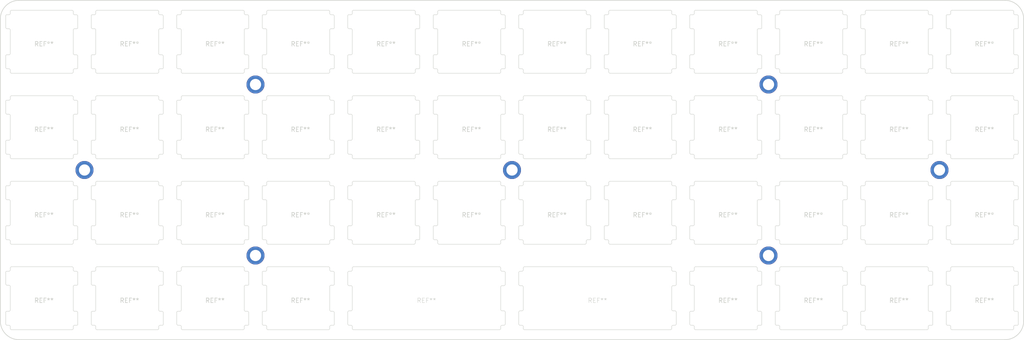
<source format=kicad_pcb>
(kicad_pcb (version 20171130) (host pcbnew 5.0.1)

  (general
    (thickness 1.6)
    (drawings 8)
    (tracks 7)
    (zones 0)
    (modules 46)
    (nets 1)
  )

  (page A4)
  (title_block
    (title SharkPCB)
    (date 2019-02-10)
    (rev V3.0.7)
    (company "Gondolin Electronics")
  )

  (layers
    (0 F.Cu signal)
    (31 B.Cu signal)
    (32 B.Adhes user hide)
    (33 F.Adhes user)
    (34 B.Paste user hide)
    (35 F.Paste user hide)
    (36 B.SilkS user)
    (37 F.SilkS user)
    (38 B.Mask user hide)
    (39 F.Mask user hide)
    (40 Dwgs.User user)
    (41 Cmts.User user)
    (42 Eco1.User user)
    (43 Eco2.User user)
    (44 Edge.Cuts user)
    (45 Margin user hide)
    (46 B.CrtYd user hide)
    (47 F.CrtYd user hide)
    (48 B.Fab user hide)
    (49 F.Fab user hide)
  )

  (setup
    (last_trace_width 0.254)
    (trace_clearance 0.13)
    (zone_clearance 0.127)
    (zone_45_only no)
    (trace_min 0.1)
    (segment_width 0.15)
    (edge_width 0.15)
    (via_size 0.45)
    (via_drill 0.2)
    (via_min_size 0.45)
    (via_min_drill 0.2)
    (uvia_size 0.45)
    (uvia_drill 0.2)
    (uvias_allowed no)
    (uvia_min_size 0.2)
    (uvia_min_drill 0.1)
    (pcb_text_width 0.3)
    (pcb_text_size 1.5 1.5)
    (mod_edge_width 0.15)
    (mod_text_size 1 1)
    (mod_text_width 0.15)
    (pad_size 1 2.2)
    (pad_drill 0.6)
    (pad_to_mask_clearance 0.051)
    (solder_mask_min_width 0.25)
    (aux_axis_origin 0 0)
    (grid_origin 148.463 102.743)
    (visible_elements FFFFFF7F)
    (pcbplotparams
      (layerselection 0x018f0_ffffffff)
      (usegerberextensions true)
      (usegerberattributes false)
      (usegerberadvancedattributes false)
      (creategerberjobfile false)
      (excludeedgelayer false)
      (linewidth 0.100000)
      (plotframeref false)
      (viasonmask false)
      (mode 1)
      (useauxorigin false)
      (hpglpennumber 1)
      (hpglpenspeed 20)
      (hpglpendiameter 15.000000)
      (psnegative false)
      (psa4output false)
      (plotreference true)
      (plotvalue true)
      (plotinvisibletext false)
      (padsonsilk false)
      (subtractmaskfromsilk false)
      (outputformat 1)
      (mirror false)
      (drillshape 0)
      (scaleselection 1)
      (outputdirectory "../../../gerbers/plates/hiPro/2Space/"))
  )

  (net 0 "")

  (net_class Default "This is the default net class."
    (clearance 0.13)
    (trace_width 0.254)
    (via_dia 0.45)
    (via_drill 0.2)
    (uvia_dia 0.45)
    (uvia_drill 0.2)
  )

  (net_class Fine ""
    (clearance 0.13)
    (trace_width 0.13)
    (via_dia 0.508)
    (via_drill 0.2032)
    (uvia_dia 0.45)
    (uvia_drill 0.2)
  )

  (module acheronSwitchSlots:slotMX200 (layer F.Cu) (tedit 5C895996) (tstamp 5C9859FF)
    (at 167.463 131.243)
    (fp_text reference REF** (at 0 0.5) (layer Edge.Cuts)
      (effects (font (size 1 1) (thickness 0.1)))
    )
    (fp_text value slotMX200 (at 0 -0.5) (layer F.Fab)
      (effects (font (size 1 1) (thickness 0.1)))
    )
    (fp_arc (start -17.2 -5.7) (end -17.2 -6) (angle -90) (layer Edge.Cuts) (width 0.1))
    (fp_line (start -16.8 2.8) (end -17.2 2.8) (layer Edge.Cuts) (width 0.1))
    (fp_line (start -17.5 3.1) (end -17.5 5.7) (layer Edge.Cuts) (width 0.1))
    (fp_line (start -17.5 -5.7) (end -17.5 -3.1) (layer Edge.Cuts) (width 0.1))
    (fp_line (start -16.8 -6) (end -17.2 -6) (layer Edge.Cuts) (width 0.1))
    (fp_arc (start -17.2 3.1) (end -17.2 2.8) (angle -90) (layer Edge.Cuts) (width 0.1))
    (fp_arc (start -16.8 -2.5) (end -16.5 -2.5) (angle -90) (layer Edge.Cuts) (width 0.1))
    (fp_arc (start -16.2 6.7) (end -16.5 6.7) (angle -90) (layer Edge.Cuts) (width 0.1))
    (fp_arc (start -16.8 -6.3) (end -16.8 -6) (angle -90) (layer Edge.Cuts) (width 0.1))
    (fp_line (start -16.5 6.3) (end -16.5 6.7) (layer Edge.Cuts) (width 0.1))
    (fp_arc (start -16.8 2.5) (end -16.8 2.8) (angle -90) (layer Edge.Cuts) (width 0.1))
    (fp_arc (start -16.2 -6.7) (end -16.2 -7) (angle -90) (layer Edge.Cuts) (width 0.1))
    (fp_arc (start -16.8 6.3) (end -16.5 6.3) (angle -90) (layer Edge.Cuts) (width 0.1))
    (fp_line (start -17.2 -2.8) (end -16.8 -2.8) (layer Edge.Cuts) (width 0.1))
    (fp_arc (start -17.2 -3.1) (end -17.5 -3.1) (angle -90) (layer Edge.Cuts) (width 0.1))
    (fp_arc (start -17.2 5.7) (end -17.5 5.7) (angle -90) (layer Edge.Cuts) (width 0.1))
    (fp_line (start -16.5 -2.5) (end -16.5 2.5) (layer Edge.Cuts) (width 0.1))
    (fp_line (start -17.2 6) (end -16.8 6) (layer Edge.Cuts) (width 0.1))
    (fp_line (start -16.5 -6.7) (end -16.5 -6.3) (layer Edge.Cuts) (width 0.1))
    (fp_line (start 16.5 6.7) (end 16.5 6.3) (layer Edge.Cuts) (width 0.1))
    (fp_line (start 16.8 6) (end 17.2 6) (layer Edge.Cuts) (width 0.1))
    (fp_line (start 17.5 5.7) (end 17.5 3.1) (layer Edge.Cuts) (width 0.1))
    (fp_arc (start 17.2 5.7) (end 17.2 6) (angle -90) (layer Edge.Cuts) (width 0.1))
    (fp_line (start 16.5 2.5) (end 16.5 -2.5) (layer Edge.Cuts) (width 0.1))
    (fp_arc (start 16.8 6.3) (end 16.8 6) (angle -90) (layer Edge.Cuts) (width 0.1))
    (fp_arc (start 16.8 2.5) (end 16.5 2.5) (angle -90) (layer Edge.Cuts) (width 0.1))
    (fp_arc (start 17.2 3.1) (end 17.5 3.1) (angle -90) (layer Edge.Cuts) (width 0.1))
    (fp_line (start 17.2 2.8) (end 16.8 2.8) (layer Edge.Cuts) (width 0.1))
    (fp_arc (start 16.8 -6.3) (end 16.5 -6.3) (angle -90) (layer Edge.Cuts) (width 0.1))
    (fp_arc (start 17.2 -5.7) (end 17.5 -5.7) (angle -90) (layer Edge.Cuts) (width 0.1))
    (fp_arc (start 17.2 -3.1) (end 17.2 -2.8) (angle -90) (layer Edge.Cuts) (width 0.1))
    (fp_arc (start 16.8 -2.5) (end 16.8 -2.8) (angle -90) (layer Edge.Cuts) (width 0.1))
    (fp_line (start 17.2 -6) (end 16.8 -6) (layer Edge.Cuts) (width 0.1))
    (fp_line (start 17.5 -3.1) (end 17.5 -5.7) (layer Edge.Cuts) (width 0.1))
    (fp_line (start 16.8 -2.8) (end 17.2 -2.8) (layer Edge.Cuts) (width 0.1))
    (fp_arc (start 16.2 6.7) (end 16.2 7) (angle -90) (layer Edge.Cuts) (width 0.1))
    (fp_arc (start 16.2 -6.7) (end 16.5 -6.7) (angle -90) (layer Edge.Cuts) (width 0.1))
    (fp_line (start 16.5 -6.3) (end 16.5 -6.7) (layer Edge.Cuts) (width 0.1))
    (fp_line (start -16.2 7) (end 16.2 7) (layer Edge.Cuts) (width 0.1))
    (fp_line (start 16.2 -7) (end -16.2 -7) (layer Edge.Cuts) (width 0.1))
  )

  (module acheronSwitchSlots:slotMX100 (layer F.Cu) (tedit 5C8958E0) (tstamp 5C70FF96)
    (at 233.963 131.243)
    (fp_text reference REF** (at 0.5 0.5) (layer Edge.Cuts)
      (effects (font (size 1 1) (thickness 0.15)))
    )
    (fp_text value slotMX100 (at 0.5 -0.5) (layer F.Fab)
      (effects (font (size 1 1) (thickness 0.15)))
    )
    (fp_arc (start -7.8 -5.8) (end -7.8 -6) (angle -90) (layer Edge.Cuts) (width 0.1))
    (fp_arc (start -7.7 -3.2) (end -8 -3.2) (angle -90) (layer Edge.Cuts) (width 0.1))
    (fp_arc (start -7.3 -2.6) (end -7 -2.6) (angle -90) (layer Edge.Cuts) (width 0.1))
    (fp_arc (start -7.3 -6.3) (end -7.3 -6) (angle -90) (layer Edge.Cuts) (width 0.1))
    (fp_line (start -8 -5.8) (end -8 -3.2) (layer Edge.Cuts) (width 0.1))
    (fp_line (start -7.3 -2.9) (end -7.7 -2.9) (layer Edge.Cuts) (width 0.1))
    (fp_line (start -7.8 -6) (end -7.3 -6) (layer Edge.Cuts) (width 0.1))
    (fp_arc (start -7.3 6.3) (end -7 6.3) (angle -90) (layer Edge.Cuts) (width 0.1))
    (fp_arc (start -7.7 5.7) (end -8 5.7) (angle -90) (layer Edge.Cuts) (width 0.1))
    (fp_line (start -7.8 2.9) (end -7.3 2.9) (layer Edge.Cuts) (width 0.1))
    (fp_line (start -8 3.1) (end -8 5.7) (layer Edge.Cuts) (width 0.1))
    (fp_line (start -7.3 6) (end -7.7 6) (layer Edge.Cuts) (width 0.1))
    (fp_arc (start -7.3 2.6) (end -7.3 2.9) (angle -90) (layer Edge.Cuts) (width 0.1))
    (fp_arc (start -7.8 3.1) (end -7.8 2.9) (angle -90) (layer Edge.Cuts) (width 0.1))
    (fp_arc (start 7.8 5.8) (end 7.8 6) (angle -90) (layer Edge.Cuts) (width 0.1))
    (fp_arc (start 7.3 6.3) (end 7.3 6) (angle -90) (layer Edge.Cuts) (width 0.1))
    (fp_line (start 7.3 2.9) (end 7.7 2.9) (layer Edge.Cuts) (width 0.1))
    (fp_line (start 8 5.8) (end 8 3.2) (layer Edge.Cuts) (width 0.1))
    (fp_line (start 7.8 6) (end 7.3 6) (layer Edge.Cuts) (width 0.1))
    (fp_arc (start 7.7 3.2) (end 8 3.2) (angle -90) (layer Edge.Cuts) (width 0.1))
    (fp_arc (start 7.3 2.6) (end 7 2.6) (angle -90) (layer Edge.Cuts) (width 0.1))
    (fp_line (start 7 -6.7) (end 7 -6.3) (layer Edge.Cuts) (width 0.1))
    (fp_arc (start 7.7 -5.7) (end 8 -5.7) (angle -90) (layer Edge.Cuts) (width 0.1))
    (fp_arc (start 7.3 -6.3) (end 7 -6.3) (angle -90) (layer Edge.Cuts) (width 0.1))
    (fp_arc (start 6.7 6.7) (end 6.7 7) (angle -90) (layer Edge.Cuts) (width 0.1))
    (fp_line (start 7 2.6) (end 7 -2.6) (layer Edge.Cuts) (width 0.1))
    (fp_line (start 7.8 -2.9) (end 7.3 -2.9) (layer Edge.Cuts) (width 0.1))
    (fp_line (start 8 -3.1) (end 8 -5.7) (layer Edge.Cuts) (width 0.1))
    (fp_line (start 7.3 -6) (end 7.7 -6) (layer Edge.Cuts) (width 0.1))
    (fp_arc (start 7.3 -2.6) (end 7.3 -2.9) (angle -90) (layer Edge.Cuts) (width 0.1))
    (fp_arc (start 7.8 -3.1) (end 7.8 -2.9) (angle -90) (layer Edge.Cuts) (width 0.1))
    (fp_arc (start 6.7 -6.7) (end 7 -6.7) (angle -90) (layer Edge.Cuts) (width 0.1))
    (fp_line (start 7 6.3) (end 7 6.7) (layer Edge.Cuts) (width 0.1))
    (fp_line (start -7 -6.3) (end -7 -6.7) (layer Edge.Cuts) (width 0.1))
    (fp_line (start -7 -2.6) (end -7 2.6) (layer Edge.Cuts) (width 0.1))
    (fp_line (start 6.7 -7) (end -6.7 -7) (layer Edge.Cuts) (width 0.1))
    (fp_arc (start -6.7 -6.7) (end -6.7 -7) (angle -90) (layer Edge.Cuts) (width 0.1))
    (fp_line (start -7 6.7) (end -7 6.3) (layer Edge.Cuts) (width 0.1))
    (fp_arc (start -6.7 6.7) (end -7 6.7) (angle -90) (layer Edge.Cuts) (width 0.1))
    (fp_line (start 6.7 7) (end -6.7 7) (layer Edge.Cuts) (width 0.1))
    (model ${ACHERONLIB}/3d_models/mx_switch.step
      (offset (xyz -7.35 -7.3 1))
      (scale (xyz 1 1 1))
      (rotate (xyz -90 0 0))
    )
  )

  (module acheronSwitchSlots:slotMX100 (layer F.Cu) (tedit 5C8958E0) (tstamp 5C70FF8B)
    (at 233.963 112.243)
    (fp_text reference REF** (at 0.5 0.5) (layer Edge.Cuts)
      (effects (font (size 1 1) (thickness 0.15)))
    )
    (fp_text value slotMX100 (at 0.5 -0.5) (layer F.Fab)
      (effects (font (size 1 1) (thickness 0.15)))
    )
    (fp_arc (start -7.8 -5.8) (end -7.8 -6) (angle -90) (layer Edge.Cuts) (width 0.1))
    (fp_arc (start -7.7 -3.2) (end -8 -3.2) (angle -90) (layer Edge.Cuts) (width 0.1))
    (fp_arc (start -7.3 -2.6) (end -7 -2.6) (angle -90) (layer Edge.Cuts) (width 0.1))
    (fp_arc (start -7.3 -6.3) (end -7.3 -6) (angle -90) (layer Edge.Cuts) (width 0.1))
    (fp_line (start -8 -5.8) (end -8 -3.2) (layer Edge.Cuts) (width 0.1))
    (fp_line (start -7.3 -2.9) (end -7.7 -2.9) (layer Edge.Cuts) (width 0.1))
    (fp_line (start -7.8 -6) (end -7.3 -6) (layer Edge.Cuts) (width 0.1))
    (fp_arc (start -7.3 6.3) (end -7 6.3) (angle -90) (layer Edge.Cuts) (width 0.1))
    (fp_arc (start -7.7 5.7) (end -8 5.7) (angle -90) (layer Edge.Cuts) (width 0.1))
    (fp_line (start -7.8 2.9) (end -7.3 2.9) (layer Edge.Cuts) (width 0.1))
    (fp_line (start -8 3.1) (end -8 5.7) (layer Edge.Cuts) (width 0.1))
    (fp_line (start -7.3 6) (end -7.7 6) (layer Edge.Cuts) (width 0.1))
    (fp_arc (start -7.3 2.6) (end -7.3 2.9) (angle -90) (layer Edge.Cuts) (width 0.1))
    (fp_arc (start -7.8 3.1) (end -7.8 2.9) (angle -90) (layer Edge.Cuts) (width 0.1))
    (fp_arc (start 7.8 5.8) (end 7.8 6) (angle -90) (layer Edge.Cuts) (width 0.1))
    (fp_arc (start 7.3 6.3) (end 7.3 6) (angle -90) (layer Edge.Cuts) (width 0.1))
    (fp_line (start 7.3 2.9) (end 7.7 2.9) (layer Edge.Cuts) (width 0.1))
    (fp_line (start 8 5.8) (end 8 3.2) (layer Edge.Cuts) (width 0.1))
    (fp_line (start 7.8 6) (end 7.3 6) (layer Edge.Cuts) (width 0.1))
    (fp_arc (start 7.7 3.2) (end 8 3.2) (angle -90) (layer Edge.Cuts) (width 0.1))
    (fp_arc (start 7.3 2.6) (end 7 2.6) (angle -90) (layer Edge.Cuts) (width 0.1))
    (fp_line (start 7 -6.7) (end 7 -6.3) (layer Edge.Cuts) (width 0.1))
    (fp_arc (start 7.7 -5.7) (end 8 -5.7) (angle -90) (layer Edge.Cuts) (width 0.1))
    (fp_arc (start 7.3 -6.3) (end 7 -6.3) (angle -90) (layer Edge.Cuts) (width 0.1))
    (fp_arc (start 6.7 6.7) (end 6.7 7) (angle -90) (layer Edge.Cuts) (width 0.1))
    (fp_line (start 7 2.6) (end 7 -2.6) (layer Edge.Cuts) (width 0.1))
    (fp_line (start 7.8 -2.9) (end 7.3 -2.9) (layer Edge.Cuts) (width 0.1))
    (fp_line (start 8 -3.1) (end 8 -5.7) (layer Edge.Cuts) (width 0.1))
    (fp_line (start 7.3 -6) (end 7.7 -6) (layer Edge.Cuts) (width 0.1))
    (fp_arc (start 7.3 -2.6) (end 7.3 -2.9) (angle -90) (layer Edge.Cuts) (width 0.1))
    (fp_arc (start 7.8 -3.1) (end 7.8 -2.9) (angle -90) (layer Edge.Cuts) (width 0.1))
    (fp_arc (start 6.7 -6.7) (end 7 -6.7) (angle -90) (layer Edge.Cuts) (width 0.1))
    (fp_line (start 7 6.3) (end 7 6.7) (layer Edge.Cuts) (width 0.1))
    (fp_line (start -7 -6.3) (end -7 -6.7) (layer Edge.Cuts) (width 0.1))
    (fp_line (start -7 -2.6) (end -7 2.6) (layer Edge.Cuts) (width 0.1))
    (fp_line (start 6.7 -7) (end -6.7 -7) (layer Edge.Cuts) (width 0.1))
    (fp_arc (start -6.7 -6.7) (end -6.7 -7) (angle -90) (layer Edge.Cuts) (width 0.1))
    (fp_line (start -7 6.7) (end -7 6.3) (layer Edge.Cuts) (width 0.1))
    (fp_arc (start -6.7 6.7) (end -7 6.7) (angle -90) (layer Edge.Cuts) (width 0.1))
    (fp_line (start 6.7 7) (end -6.7 7) (layer Edge.Cuts) (width 0.1))
    (model ${ACHERONLIB}/3d_models/mx_switch.step
      (offset (xyz -7.35 -7.3 1))
      (scale (xyz 1 1 1))
      (rotate (xyz -90 0 0))
    )
  )

  (module acheronSwitchSlots:slotMX100 (layer F.Cu) (tedit 5C8958E0) (tstamp 5C70FF80)
    (at 233.963 74.243)
    (fp_text reference REF** (at 0.5 0.5) (layer Edge.Cuts)
      (effects (font (size 1 1) (thickness 0.15)))
    )
    (fp_text value slotMX100 (at 0.5 -0.5) (layer F.Fab)
      (effects (font (size 1 1) (thickness 0.15)))
    )
    (fp_arc (start -7.8 -5.8) (end -7.8 -6) (angle -90) (layer Edge.Cuts) (width 0.1))
    (fp_arc (start -7.7 -3.2) (end -8 -3.2) (angle -90) (layer Edge.Cuts) (width 0.1))
    (fp_arc (start -7.3 -2.6) (end -7 -2.6) (angle -90) (layer Edge.Cuts) (width 0.1))
    (fp_arc (start -7.3 -6.3) (end -7.3 -6) (angle -90) (layer Edge.Cuts) (width 0.1))
    (fp_line (start -8 -5.8) (end -8 -3.2) (layer Edge.Cuts) (width 0.1))
    (fp_line (start -7.3 -2.9) (end -7.7 -2.9) (layer Edge.Cuts) (width 0.1))
    (fp_line (start -7.8 -6) (end -7.3 -6) (layer Edge.Cuts) (width 0.1))
    (fp_arc (start -7.3 6.3) (end -7 6.3) (angle -90) (layer Edge.Cuts) (width 0.1))
    (fp_arc (start -7.7 5.7) (end -8 5.7) (angle -90) (layer Edge.Cuts) (width 0.1))
    (fp_line (start -7.8 2.9) (end -7.3 2.9) (layer Edge.Cuts) (width 0.1))
    (fp_line (start -8 3.1) (end -8 5.7) (layer Edge.Cuts) (width 0.1))
    (fp_line (start -7.3 6) (end -7.7 6) (layer Edge.Cuts) (width 0.1))
    (fp_arc (start -7.3 2.6) (end -7.3 2.9) (angle -90) (layer Edge.Cuts) (width 0.1))
    (fp_arc (start -7.8 3.1) (end -7.8 2.9) (angle -90) (layer Edge.Cuts) (width 0.1))
    (fp_arc (start 7.8 5.8) (end 7.8 6) (angle -90) (layer Edge.Cuts) (width 0.1))
    (fp_arc (start 7.3 6.3) (end 7.3 6) (angle -90) (layer Edge.Cuts) (width 0.1))
    (fp_line (start 7.3 2.9) (end 7.7 2.9) (layer Edge.Cuts) (width 0.1))
    (fp_line (start 8 5.8) (end 8 3.2) (layer Edge.Cuts) (width 0.1))
    (fp_line (start 7.8 6) (end 7.3 6) (layer Edge.Cuts) (width 0.1))
    (fp_arc (start 7.7 3.2) (end 8 3.2) (angle -90) (layer Edge.Cuts) (width 0.1))
    (fp_arc (start 7.3 2.6) (end 7 2.6) (angle -90) (layer Edge.Cuts) (width 0.1))
    (fp_line (start 7 -6.7) (end 7 -6.3) (layer Edge.Cuts) (width 0.1))
    (fp_arc (start 7.7 -5.7) (end 8 -5.7) (angle -90) (layer Edge.Cuts) (width 0.1))
    (fp_arc (start 7.3 -6.3) (end 7 -6.3) (angle -90) (layer Edge.Cuts) (width 0.1))
    (fp_arc (start 6.7 6.7) (end 6.7 7) (angle -90) (layer Edge.Cuts) (width 0.1))
    (fp_line (start 7 2.6) (end 7 -2.6) (layer Edge.Cuts) (width 0.1))
    (fp_line (start 7.8 -2.9) (end 7.3 -2.9) (layer Edge.Cuts) (width 0.1))
    (fp_line (start 8 -3.1) (end 8 -5.7) (layer Edge.Cuts) (width 0.1))
    (fp_line (start 7.3 -6) (end 7.7 -6) (layer Edge.Cuts) (width 0.1))
    (fp_arc (start 7.3 -2.6) (end 7.3 -2.9) (angle -90) (layer Edge.Cuts) (width 0.1))
    (fp_arc (start 7.8 -3.1) (end 7.8 -2.9) (angle -90) (layer Edge.Cuts) (width 0.1))
    (fp_arc (start 6.7 -6.7) (end 7 -6.7) (angle -90) (layer Edge.Cuts) (width 0.1))
    (fp_line (start 7 6.3) (end 7 6.7) (layer Edge.Cuts) (width 0.1))
    (fp_line (start -7 -6.3) (end -7 -6.7) (layer Edge.Cuts) (width 0.1))
    (fp_line (start -7 -2.6) (end -7 2.6) (layer Edge.Cuts) (width 0.1))
    (fp_line (start 6.7 -7) (end -6.7 -7) (layer Edge.Cuts) (width 0.1))
    (fp_arc (start -6.7 -6.7) (end -6.7 -7) (angle -90) (layer Edge.Cuts) (width 0.1))
    (fp_line (start -7 6.7) (end -7 6.3) (layer Edge.Cuts) (width 0.1))
    (fp_arc (start -6.7 6.7) (end -7 6.7) (angle -90) (layer Edge.Cuts) (width 0.1))
    (fp_line (start 6.7 7) (end -6.7 7) (layer Edge.Cuts) (width 0.1))
    (model ${ACHERONLIB}/3d_models/mx_switch.step
      (offset (xyz -7.35 -7.3 1))
      (scale (xyz 1 1 1))
      (rotate (xyz -90 0 0))
    )
  )

  (module acheronSwitchSlots:slotMX100 (layer F.Cu) (tedit 5C8958E0) (tstamp 5C70FDE6)
    (at 81.963 131.243)
    (fp_text reference REF** (at 0.5 0.5) (layer Edge.Cuts)
      (effects (font (size 1 1) (thickness 0.15)))
    )
    (fp_text value slotMX100 (at 0.5 -0.5) (layer F.Fab)
      (effects (font (size 1 1) (thickness 0.15)))
    )
    (fp_arc (start -7.8 -5.8) (end -7.8 -6) (angle -90) (layer Edge.Cuts) (width 0.1))
    (fp_arc (start -7.7 -3.2) (end -8 -3.2) (angle -90) (layer Edge.Cuts) (width 0.1))
    (fp_arc (start -7.3 -2.6) (end -7 -2.6) (angle -90) (layer Edge.Cuts) (width 0.1))
    (fp_arc (start -7.3 -6.3) (end -7.3 -6) (angle -90) (layer Edge.Cuts) (width 0.1))
    (fp_line (start -8 -5.8) (end -8 -3.2) (layer Edge.Cuts) (width 0.1))
    (fp_line (start -7.3 -2.9) (end -7.7 -2.9) (layer Edge.Cuts) (width 0.1))
    (fp_line (start -7.8 -6) (end -7.3 -6) (layer Edge.Cuts) (width 0.1))
    (fp_arc (start -7.3 6.3) (end -7 6.3) (angle -90) (layer Edge.Cuts) (width 0.1))
    (fp_arc (start -7.7 5.7) (end -8 5.7) (angle -90) (layer Edge.Cuts) (width 0.1))
    (fp_line (start -7.8 2.9) (end -7.3 2.9) (layer Edge.Cuts) (width 0.1))
    (fp_line (start -8 3.1) (end -8 5.7) (layer Edge.Cuts) (width 0.1))
    (fp_line (start -7.3 6) (end -7.7 6) (layer Edge.Cuts) (width 0.1))
    (fp_arc (start -7.3 2.6) (end -7.3 2.9) (angle -90) (layer Edge.Cuts) (width 0.1))
    (fp_arc (start -7.8 3.1) (end -7.8 2.9) (angle -90) (layer Edge.Cuts) (width 0.1))
    (fp_arc (start 7.8 5.8) (end 7.8 6) (angle -90) (layer Edge.Cuts) (width 0.1))
    (fp_arc (start 7.3 6.3) (end 7.3 6) (angle -90) (layer Edge.Cuts) (width 0.1))
    (fp_line (start 7.3 2.9) (end 7.7 2.9) (layer Edge.Cuts) (width 0.1))
    (fp_line (start 8 5.8) (end 8 3.2) (layer Edge.Cuts) (width 0.1))
    (fp_line (start 7.8 6) (end 7.3 6) (layer Edge.Cuts) (width 0.1))
    (fp_arc (start 7.7 3.2) (end 8 3.2) (angle -90) (layer Edge.Cuts) (width 0.1))
    (fp_arc (start 7.3 2.6) (end 7 2.6) (angle -90) (layer Edge.Cuts) (width 0.1))
    (fp_line (start 7 -6.7) (end 7 -6.3) (layer Edge.Cuts) (width 0.1))
    (fp_arc (start 7.7 -5.7) (end 8 -5.7) (angle -90) (layer Edge.Cuts) (width 0.1))
    (fp_arc (start 7.3 -6.3) (end 7 -6.3) (angle -90) (layer Edge.Cuts) (width 0.1))
    (fp_arc (start 6.7 6.7) (end 6.7 7) (angle -90) (layer Edge.Cuts) (width 0.1))
    (fp_line (start 7 2.6) (end 7 -2.6) (layer Edge.Cuts) (width 0.1))
    (fp_line (start 7.8 -2.9) (end 7.3 -2.9) (layer Edge.Cuts) (width 0.1))
    (fp_line (start 8 -3.1) (end 8 -5.7) (layer Edge.Cuts) (width 0.1))
    (fp_line (start 7.3 -6) (end 7.7 -6) (layer Edge.Cuts) (width 0.1))
    (fp_arc (start 7.3 -2.6) (end 7.3 -2.9) (angle -90) (layer Edge.Cuts) (width 0.1))
    (fp_arc (start 7.8 -3.1) (end 7.8 -2.9) (angle -90) (layer Edge.Cuts) (width 0.1))
    (fp_arc (start 6.7 -6.7) (end 7 -6.7) (angle -90) (layer Edge.Cuts) (width 0.1))
    (fp_line (start 7 6.3) (end 7 6.7) (layer Edge.Cuts) (width 0.1))
    (fp_line (start -7 -6.3) (end -7 -6.7) (layer Edge.Cuts) (width 0.1))
    (fp_line (start -7 -2.6) (end -7 2.6) (layer Edge.Cuts) (width 0.1))
    (fp_line (start 6.7 -7) (end -6.7 -7) (layer Edge.Cuts) (width 0.1))
    (fp_arc (start -6.7 -6.7) (end -6.7 -7) (angle -90) (layer Edge.Cuts) (width 0.1))
    (fp_line (start -7 6.7) (end -7 6.3) (layer Edge.Cuts) (width 0.1))
    (fp_arc (start -6.7 6.7) (end -7 6.7) (angle -90) (layer Edge.Cuts) (width 0.1))
    (fp_line (start 6.7 7) (end -6.7 7) (layer Edge.Cuts) (width 0.1))
    (model ${ACHERONLIB}/3d_models/mx_switch.step
      (offset (xyz -7.35 -7.3 1))
      (scale (xyz 1 1 1))
      (rotate (xyz -90 0 0))
    )
  )

  (module acheronSwitchSlots:slotMX100 (layer F.Cu) (tedit 5C8958E0) (tstamp 5C70FDDB)
    (at 252.963 131.243)
    (fp_text reference REF** (at 0.5 0.5) (layer Edge.Cuts)
      (effects (font (size 1 1) (thickness 0.15)))
    )
    (fp_text value slotMX100 (at 0.5 -0.5) (layer F.Fab)
      (effects (font (size 1 1) (thickness 0.15)))
    )
    (fp_arc (start -7.8 -5.8) (end -7.8 -6) (angle -90) (layer Edge.Cuts) (width 0.1))
    (fp_arc (start -7.7 -3.2) (end -8 -3.2) (angle -90) (layer Edge.Cuts) (width 0.1))
    (fp_arc (start -7.3 -2.6) (end -7 -2.6) (angle -90) (layer Edge.Cuts) (width 0.1))
    (fp_arc (start -7.3 -6.3) (end -7.3 -6) (angle -90) (layer Edge.Cuts) (width 0.1))
    (fp_line (start -8 -5.8) (end -8 -3.2) (layer Edge.Cuts) (width 0.1))
    (fp_line (start -7.3 -2.9) (end -7.7 -2.9) (layer Edge.Cuts) (width 0.1))
    (fp_line (start -7.8 -6) (end -7.3 -6) (layer Edge.Cuts) (width 0.1))
    (fp_arc (start -7.3 6.3) (end -7 6.3) (angle -90) (layer Edge.Cuts) (width 0.1))
    (fp_arc (start -7.7 5.7) (end -8 5.7) (angle -90) (layer Edge.Cuts) (width 0.1))
    (fp_line (start -7.8 2.9) (end -7.3 2.9) (layer Edge.Cuts) (width 0.1))
    (fp_line (start -8 3.1) (end -8 5.7) (layer Edge.Cuts) (width 0.1))
    (fp_line (start -7.3 6) (end -7.7 6) (layer Edge.Cuts) (width 0.1))
    (fp_arc (start -7.3 2.6) (end -7.3 2.9) (angle -90) (layer Edge.Cuts) (width 0.1))
    (fp_arc (start -7.8 3.1) (end -7.8 2.9) (angle -90) (layer Edge.Cuts) (width 0.1))
    (fp_arc (start 7.8 5.8) (end 7.8 6) (angle -90) (layer Edge.Cuts) (width 0.1))
    (fp_arc (start 7.3 6.3) (end 7.3 6) (angle -90) (layer Edge.Cuts) (width 0.1))
    (fp_line (start 7.3 2.9) (end 7.7 2.9) (layer Edge.Cuts) (width 0.1))
    (fp_line (start 8 5.8) (end 8 3.2) (layer Edge.Cuts) (width 0.1))
    (fp_line (start 7.8 6) (end 7.3 6) (layer Edge.Cuts) (width 0.1))
    (fp_arc (start 7.7 3.2) (end 8 3.2) (angle -90) (layer Edge.Cuts) (width 0.1))
    (fp_arc (start 7.3 2.6) (end 7 2.6) (angle -90) (layer Edge.Cuts) (width 0.1))
    (fp_line (start 7 -6.7) (end 7 -6.3) (layer Edge.Cuts) (width 0.1))
    (fp_arc (start 7.7 -5.7) (end 8 -5.7) (angle -90) (layer Edge.Cuts) (width 0.1))
    (fp_arc (start 7.3 -6.3) (end 7 -6.3) (angle -90) (layer Edge.Cuts) (width 0.1))
    (fp_arc (start 6.7 6.7) (end 6.7 7) (angle -90) (layer Edge.Cuts) (width 0.1))
    (fp_line (start 7 2.6) (end 7 -2.6) (layer Edge.Cuts) (width 0.1))
    (fp_line (start 7.8 -2.9) (end 7.3 -2.9) (layer Edge.Cuts) (width 0.1))
    (fp_line (start 8 -3.1) (end 8 -5.7) (layer Edge.Cuts) (width 0.1))
    (fp_line (start 7.3 -6) (end 7.7 -6) (layer Edge.Cuts) (width 0.1))
    (fp_arc (start 7.3 -2.6) (end 7.3 -2.9) (angle -90) (layer Edge.Cuts) (width 0.1))
    (fp_arc (start 7.8 -3.1) (end 7.8 -2.9) (angle -90) (layer Edge.Cuts) (width 0.1))
    (fp_arc (start 6.7 -6.7) (end 7 -6.7) (angle -90) (layer Edge.Cuts) (width 0.1))
    (fp_line (start 7 6.3) (end 7 6.7) (layer Edge.Cuts) (width 0.1))
    (fp_line (start -7 -6.3) (end -7 -6.7) (layer Edge.Cuts) (width 0.1))
    (fp_line (start -7 -2.6) (end -7 2.6) (layer Edge.Cuts) (width 0.1))
    (fp_line (start 6.7 -7) (end -6.7 -7) (layer Edge.Cuts) (width 0.1))
    (fp_arc (start -6.7 -6.7) (end -6.7 -7) (angle -90) (layer Edge.Cuts) (width 0.1))
    (fp_line (start -7 6.7) (end -7 6.3) (layer Edge.Cuts) (width 0.1))
    (fp_arc (start -6.7 6.7) (end -7 6.7) (angle -90) (layer Edge.Cuts) (width 0.1))
    (fp_line (start 6.7 7) (end -6.7 7) (layer Edge.Cuts) (width 0.1))
    (model ${ACHERONLIB}/3d_models/mx_switch.step
      (offset (xyz -7.35 -7.3 1))
      (scale (xyz 1 1 1))
      (rotate (xyz -90 0 0))
    )
  )

  (module acheronSwitchSlots:slotMX100 (layer F.Cu) (tedit 5C8958E0) (tstamp 5C70FDC5)
    (at 195.963 131.243)
    (fp_text reference REF** (at 0.5 0.5) (layer Edge.Cuts)
      (effects (font (size 1 1) (thickness 0.15)))
    )
    (fp_text value slotMX100 (at 0.5 -0.5) (layer F.Fab)
      (effects (font (size 1 1) (thickness 0.15)))
    )
    (fp_arc (start -7.8 -5.8) (end -7.8 -6) (angle -90) (layer Edge.Cuts) (width 0.1))
    (fp_arc (start -7.7 -3.2) (end -8 -3.2) (angle -90) (layer Edge.Cuts) (width 0.1))
    (fp_arc (start -7.3 -2.6) (end -7 -2.6) (angle -90) (layer Edge.Cuts) (width 0.1))
    (fp_arc (start -7.3 -6.3) (end -7.3 -6) (angle -90) (layer Edge.Cuts) (width 0.1))
    (fp_line (start -8 -5.8) (end -8 -3.2) (layer Edge.Cuts) (width 0.1))
    (fp_line (start -7.3 -2.9) (end -7.7 -2.9) (layer Edge.Cuts) (width 0.1))
    (fp_line (start -7.8 -6) (end -7.3 -6) (layer Edge.Cuts) (width 0.1))
    (fp_arc (start -7.3 6.3) (end -7 6.3) (angle -90) (layer Edge.Cuts) (width 0.1))
    (fp_arc (start -7.7 5.7) (end -8 5.7) (angle -90) (layer Edge.Cuts) (width 0.1))
    (fp_line (start -7.8 2.9) (end -7.3 2.9) (layer Edge.Cuts) (width 0.1))
    (fp_line (start -8 3.1) (end -8 5.7) (layer Edge.Cuts) (width 0.1))
    (fp_line (start -7.3 6) (end -7.7 6) (layer Edge.Cuts) (width 0.1))
    (fp_arc (start -7.3 2.6) (end -7.3 2.9) (angle -90) (layer Edge.Cuts) (width 0.1))
    (fp_arc (start -7.8 3.1) (end -7.8 2.9) (angle -90) (layer Edge.Cuts) (width 0.1))
    (fp_arc (start 7.8 5.8) (end 7.8 6) (angle -90) (layer Edge.Cuts) (width 0.1))
    (fp_arc (start 7.3 6.3) (end 7.3 6) (angle -90) (layer Edge.Cuts) (width 0.1))
    (fp_line (start 7.3 2.9) (end 7.7 2.9) (layer Edge.Cuts) (width 0.1))
    (fp_line (start 8 5.8) (end 8 3.2) (layer Edge.Cuts) (width 0.1))
    (fp_line (start 7.8 6) (end 7.3 6) (layer Edge.Cuts) (width 0.1))
    (fp_arc (start 7.7 3.2) (end 8 3.2) (angle -90) (layer Edge.Cuts) (width 0.1))
    (fp_arc (start 7.3 2.6) (end 7 2.6) (angle -90) (layer Edge.Cuts) (width 0.1))
    (fp_line (start 7 -6.7) (end 7 -6.3) (layer Edge.Cuts) (width 0.1))
    (fp_arc (start 7.7 -5.7) (end 8 -5.7) (angle -90) (layer Edge.Cuts) (width 0.1))
    (fp_arc (start 7.3 -6.3) (end 7 -6.3) (angle -90) (layer Edge.Cuts) (width 0.1))
    (fp_arc (start 6.7 6.7) (end 6.7 7) (angle -90) (layer Edge.Cuts) (width 0.1))
    (fp_line (start 7 2.6) (end 7 -2.6) (layer Edge.Cuts) (width 0.1))
    (fp_line (start 7.8 -2.9) (end 7.3 -2.9) (layer Edge.Cuts) (width 0.1))
    (fp_line (start 8 -3.1) (end 8 -5.7) (layer Edge.Cuts) (width 0.1))
    (fp_line (start 7.3 -6) (end 7.7 -6) (layer Edge.Cuts) (width 0.1))
    (fp_arc (start 7.3 -2.6) (end 7.3 -2.9) (angle -90) (layer Edge.Cuts) (width 0.1))
    (fp_arc (start 7.8 -3.1) (end 7.8 -2.9) (angle -90) (layer Edge.Cuts) (width 0.1))
    (fp_arc (start 6.7 -6.7) (end 7 -6.7) (angle -90) (layer Edge.Cuts) (width 0.1))
    (fp_line (start 7 6.3) (end 7 6.7) (layer Edge.Cuts) (width 0.1))
    (fp_line (start -7 -6.3) (end -7 -6.7) (layer Edge.Cuts) (width 0.1))
    (fp_line (start -7 -2.6) (end -7 2.6) (layer Edge.Cuts) (width 0.1))
    (fp_line (start 6.7 -7) (end -6.7 -7) (layer Edge.Cuts) (width 0.1))
    (fp_arc (start -6.7 -6.7) (end -6.7 -7) (angle -90) (layer Edge.Cuts) (width 0.1))
    (fp_line (start -7 6.7) (end -7 6.3) (layer Edge.Cuts) (width 0.1))
    (fp_arc (start -6.7 6.7) (end -7 6.7) (angle -90) (layer Edge.Cuts) (width 0.1))
    (fp_line (start 6.7 7) (end -6.7 7) (layer Edge.Cuts) (width 0.1))
    (model ${ACHERONLIB}/3d_models/mx_switch.step
      (offset (xyz -7.35 -7.3 1))
      (scale (xyz 1 1 1))
      (rotate (xyz -90 0 0))
    )
  )

  (module acheronSwitchSlots:slotMX100 (layer F.Cu) (tedit 5C8958E0) (tstamp 5C70FDA4)
    (at 100.963 131.243)
    (fp_text reference REF** (at 0.5 0.5) (layer Edge.Cuts)
      (effects (font (size 1 1) (thickness 0.15)))
    )
    (fp_text value slotMX100 (at 0.5 -0.5) (layer F.Fab)
      (effects (font (size 1 1) (thickness 0.15)))
    )
    (fp_arc (start -7.8 -5.8) (end -7.8 -6) (angle -90) (layer Edge.Cuts) (width 0.1))
    (fp_arc (start -7.7 -3.2) (end -8 -3.2) (angle -90) (layer Edge.Cuts) (width 0.1))
    (fp_arc (start -7.3 -2.6) (end -7 -2.6) (angle -90) (layer Edge.Cuts) (width 0.1))
    (fp_arc (start -7.3 -6.3) (end -7.3 -6) (angle -90) (layer Edge.Cuts) (width 0.1))
    (fp_line (start -8 -5.8) (end -8 -3.2) (layer Edge.Cuts) (width 0.1))
    (fp_line (start -7.3 -2.9) (end -7.7 -2.9) (layer Edge.Cuts) (width 0.1))
    (fp_line (start -7.8 -6) (end -7.3 -6) (layer Edge.Cuts) (width 0.1))
    (fp_arc (start -7.3 6.3) (end -7 6.3) (angle -90) (layer Edge.Cuts) (width 0.1))
    (fp_arc (start -7.7 5.7) (end -8 5.7) (angle -90) (layer Edge.Cuts) (width 0.1))
    (fp_line (start -7.8 2.9) (end -7.3 2.9) (layer Edge.Cuts) (width 0.1))
    (fp_line (start -8 3.1) (end -8 5.7) (layer Edge.Cuts) (width 0.1))
    (fp_line (start -7.3 6) (end -7.7 6) (layer Edge.Cuts) (width 0.1))
    (fp_arc (start -7.3 2.6) (end -7.3 2.9) (angle -90) (layer Edge.Cuts) (width 0.1))
    (fp_arc (start -7.8 3.1) (end -7.8 2.9) (angle -90) (layer Edge.Cuts) (width 0.1))
    (fp_arc (start 7.8 5.8) (end 7.8 6) (angle -90) (layer Edge.Cuts) (width 0.1))
    (fp_arc (start 7.3 6.3) (end 7.3 6) (angle -90) (layer Edge.Cuts) (width 0.1))
    (fp_line (start 7.3 2.9) (end 7.7 2.9) (layer Edge.Cuts) (width 0.1))
    (fp_line (start 8 5.8) (end 8 3.2) (layer Edge.Cuts) (width 0.1))
    (fp_line (start 7.8 6) (end 7.3 6) (layer Edge.Cuts) (width 0.1))
    (fp_arc (start 7.7 3.2) (end 8 3.2) (angle -90) (layer Edge.Cuts) (width 0.1))
    (fp_arc (start 7.3 2.6) (end 7 2.6) (angle -90) (layer Edge.Cuts) (width 0.1))
    (fp_line (start 7 -6.7) (end 7 -6.3) (layer Edge.Cuts) (width 0.1))
    (fp_arc (start 7.7 -5.7) (end 8 -5.7) (angle -90) (layer Edge.Cuts) (width 0.1))
    (fp_arc (start 7.3 -6.3) (end 7 -6.3) (angle -90) (layer Edge.Cuts) (width 0.1))
    (fp_arc (start 6.7 6.7) (end 6.7 7) (angle -90) (layer Edge.Cuts) (width 0.1))
    (fp_line (start 7 2.6) (end 7 -2.6) (layer Edge.Cuts) (width 0.1))
    (fp_line (start 7.8 -2.9) (end 7.3 -2.9) (layer Edge.Cuts) (width 0.1))
    (fp_line (start 8 -3.1) (end 8 -5.7) (layer Edge.Cuts) (width 0.1))
    (fp_line (start 7.3 -6) (end 7.7 -6) (layer Edge.Cuts) (width 0.1))
    (fp_arc (start 7.3 -2.6) (end 7.3 -2.9) (angle -90) (layer Edge.Cuts) (width 0.1))
    (fp_arc (start 7.8 -3.1) (end 7.8 -2.9) (angle -90) (layer Edge.Cuts) (width 0.1))
    (fp_arc (start 6.7 -6.7) (end 7 -6.7) (angle -90) (layer Edge.Cuts) (width 0.1))
    (fp_line (start 7 6.3) (end 7 6.7) (layer Edge.Cuts) (width 0.1))
    (fp_line (start -7 -6.3) (end -7 -6.7) (layer Edge.Cuts) (width 0.1))
    (fp_line (start -7 -2.6) (end -7 2.6) (layer Edge.Cuts) (width 0.1))
    (fp_line (start 6.7 -7) (end -6.7 -7) (layer Edge.Cuts) (width 0.1))
    (fp_arc (start -6.7 -6.7) (end -6.7 -7) (angle -90) (layer Edge.Cuts) (width 0.1))
    (fp_line (start -7 6.7) (end -7 6.3) (layer Edge.Cuts) (width 0.1))
    (fp_arc (start -6.7 6.7) (end -7 6.7) (angle -90) (layer Edge.Cuts) (width 0.1))
    (fp_line (start 6.7 7) (end -6.7 7) (layer Edge.Cuts) (width 0.1))
    (model ${ACHERONLIB}/3d_models/mx_switch.step
      (offset (xyz -7.35 -7.3 1))
      (scale (xyz 1 1 1))
      (rotate (xyz -90 0 0))
    )
  )

  (module acheronSwitchSlots:slotMX100 (layer F.Cu) (tedit 5C8958E0) (tstamp 5C70FD8E)
    (at 214.963 131.243)
    (fp_text reference REF** (at 0.5 0.5) (layer Edge.Cuts)
      (effects (font (size 1 1) (thickness 0.15)))
    )
    (fp_text value slotMX100 (at 0.5 -0.5) (layer F.Fab)
      (effects (font (size 1 1) (thickness 0.15)))
    )
    (fp_arc (start -7.8 -5.8) (end -7.8 -6) (angle -90) (layer Edge.Cuts) (width 0.1))
    (fp_arc (start -7.7 -3.2) (end -8 -3.2) (angle -90) (layer Edge.Cuts) (width 0.1))
    (fp_arc (start -7.3 -2.6) (end -7 -2.6) (angle -90) (layer Edge.Cuts) (width 0.1))
    (fp_arc (start -7.3 -6.3) (end -7.3 -6) (angle -90) (layer Edge.Cuts) (width 0.1))
    (fp_line (start -8 -5.8) (end -8 -3.2) (layer Edge.Cuts) (width 0.1))
    (fp_line (start -7.3 -2.9) (end -7.7 -2.9) (layer Edge.Cuts) (width 0.1))
    (fp_line (start -7.8 -6) (end -7.3 -6) (layer Edge.Cuts) (width 0.1))
    (fp_arc (start -7.3 6.3) (end -7 6.3) (angle -90) (layer Edge.Cuts) (width 0.1))
    (fp_arc (start -7.7 5.7) (end -8 5.7) (angle -90) (layer Edge.Cuts) (width 0.1))
    (fp_line (start -7.8 2.9) (end -7.3 2.9) (layer Edge.Cuts) (width 0.1))
    (fp_line (start -8 3.1) (end -8 5.7) (layer Edge.Cuts) (width 0.1))
    (fp_line (start -7.3 6) (end -7.7 6) (layer Edge.Cuts) (width 0.1))
    (fp_arc (start -7.3 2.6) (end -7.3 2.9) (angle -90) (layer Edge.Cuts) (width 0.1))
    (fp_arc (start -7.8 3.1) (end -7.8 2.9) (angle -90) (layer Edge.Cuts) (width 0.1))
    (fp_arc (start 7.8 5.8) (end 7.8 6) (angle -90) (layer Edge.Cuts) (width 0.1))
    (fp_arc (start 7.3 6.3) (end 7.3 6) (angle -90) (layer Edge.Cuts) (width 0.1))
    (fp_line (start 7.3 2.9) (end 7.7 2.9) (layer Edge.Cuts) (width 0.1))
    (fp_line (start 8 5.8) (end 8 3.2) (layer Edge.Cuts) (width 0.1))
    (fp_line (start 7.8 6) (end 7.3 6) (layer Edge.Cuts) (width 0.1))
    (fp_arc (start 7.7 3.2) (end 8 3.2) (angle -90) (layer Edge.Cuts) (width 0.1))
    (fp_arc (start 7.3 2.6) (end 7 2.6) (angle -90) (layer Edge.Cuts) (width 0.1))
    (fp_line (start 7 -6.7) (end 7 -6.3) (layer Edge.Cuts) (width 0.1))
    (fp_arc (start 7.7 -5.7) (end 8 -5.7) (angle -90) (layer Edge.Cuts) (width 0.1))
    (fp_arc (start 7.3 -6.3) (end 7 -6.3) (angle -90) (layer Edge.Cuts) (width 0.1))
    (fp_arc (start 6.7 6.7) (end 6.7 7) (angle -90) (layer Edge.Cuts) (width 0.1))
    (fp_line (start 7 2.6) (end 7 -2.6) (layer Edge.Cuts) (width 0.1))
    (fp_line (start 7.8 -2.9) (end 7.3 -2.9) (layer Edge.Cuts) (width 0.1))
    (fp_line (start 8 -3.1) (end 8 -5.7) (layer Edge.Cuts) (width 0.1))
    (fp_line (start 7.3 -6) (end 7.7 -6) (layer Edge.Cuts) (width 0.1))
    (fp_arc (start 7.3 -2.6) (end 7.3 -2.9) (angle -90) (layer Edge.Cuts) (width 0.1))
    (fp_arc (start 7.8 -3.1) (end 7.8 -2.9) (angle -90) (layer Edge.Cuts) (width 0.1))
    (fp_arc (start 6.7 -6.7) (end 7 -6.7) (angle -90) (layer Edge.Cuts) (width 0.1))
    (fp_line (start 7 6.3) (end 7 6.7) (layer Edge.Cuts) (width 0.1))
    (fp_line (start -7 -6.3) (end -7 -6.7) (layer Edge.Cuts) (width 0.1))
    (fp_line (start -7 -2.6) (end -7 2.6) (layer Edge.Cuts) (width 0.1))
    (fp_line (start 6.7 -7) (end -6.7 -7) (layer Edge.Cuts) (width 0.1))
    (fp_arc (start -6.7 -6.7) (end -6.7 -7) (angle -90) (layer Edge.Cuts) (width 0.1))
    (fp_line (start -7 6.7) (end -7 6.3) (layer Edge.Cuts) (width 0.1))
    (fp_arc (start -6.7 6.7) (end -7 6.7) (angle -90) (layer Edge.Cuts) (width 0.1))
    (fp_line (start 6.7 7) (end -6.7 7) (layer Edge.Cuts) (width 0.1))
    (model ${ACHERONLIB}/3d_models/mx_switch.step
      (offset (xyz -7.35 -7.3 1))
      (scale (xyz 1 1 1))
      (rotate (xyz -90 0 0))
    )
  )

  (module acheronSwitchSlots:slotMX100 (layer F.Cu) (tedit 5C8958E0) (tstamp 5C70FD83)
    (at 62.963 131.243)
    (fp_text reference REF** (at 0.5 0.5) (layer Edge.Cuts)
      (effects (font (size 1 1) (thickness 0.15)))
    )
    (fp_text value slotMX100 (at 0.5 -0.5) (layer F.Fab)
      (effects (font (size 1 1) (thickness 0.15)))
    )
    (fp_arc (start -7.8 -5.8) (end -7.8 -6) (angle -90) (layer Edge.Cuts) (width 0.1))
    (fp_arc (start -7.7 -3.2) (end -8 -3.2) (angle -90) (layer Edge.Cuts) (width 0.1))
    (fp_arc (start -7.3 -2.6) (end -7 -2.6) (angle -90) (layer Edge.Cuts) (width 0.1))
    (fp_arc (start -7.3 -6.3) (end -7.3 -6) (angle -90) (layer Edge.Cuts) (width 0.1))
    (fp_line (start -8 -5.8) (end -8 -3.2) (layer Edge.Cuts) (width 0.1))
    (fp_line (start -7.3 -2.9) (end -7.7 -2.9) (layer Edge.Cuts) (width 0.1))
    (fp_line (start -7.8 -6) (end -7.3 -6) (layer Edge.Cuts) (width 0.1))
    (fp_arc (start -7.3 6.3) (end -7 6.3) (angle -90) (layer Edge.Cuts) (width 0.1))
    (fp_arc (start -7.7 5.7) (end -8 5.7) (angle -90) (layer Edge.Cuts) (width 0.1))
    (fp_line (start -7.8 2.9) (end -7.3 2.9) (layer Edge.Cuts) (width 0.1))
    (fp_line (start -8 3.1) (end -8 5.7) (layer Edge.Cuts) (width 0.1))
    (fp_line (start -7.3 6) (end -7.7 6) (layer Edge.Cuts) (width 0.1))
    (fp_arc (start -7.3 2.6) (end -7.3 2.9) (angle -90) (layer Edge.Cuts) (width 0.1))
    (fp_arc (start -7.8 3.1) (end -7.8 2.9) (angle -90) (layer Edge.Cuts) (width 0.1))
    (fp_arc (start 7.8 5.8) (end 7.8 6) (angle -90) (layer Edge.Cuts) (width 0.1))
    (fp_arc (start 7.3 6.3) (end 7.3 6) (angle -90) (layer Edge.Cuts) (width 0.1))
    (fp_line (start 7.3 2.9) (end 7.7 2.9) (layer Edge.Cuts) (width 0.1))
    (fp_line (start 8 5.8) (end 8 3.2) (layer Edge.Cuts) (width 0.1))
    (fp_line (start 7.8 6) (end 7.3 6) (layer Edge.Cuts) (width 0.1))
    (fp_arc (start 7.7 3.2) (end 8 3.2) (angle -90) (layer Edge.Cuts) (width 0.1))
    (fp_arc (start 7.3 2.6) (end 7 2.6) (angle -90) (layer Edge.Cuts) (width 0.1))
    (fp_line (start 7 -6.7) (end 7 -6.3) (layer Edge.Cuts) (width 0.1))
    (fp_arc (start 7.7 -5.7) (end 8 -5.7) (angle -90) (layer Edge.Cuts) (width 0.1))
    (fp_arc (start 7.3 -6.3) (end 7 -6.3) (angle -90) (layer Edge.Cuts) (width 0.1))
    (fp_arc (start 6.7 6.7) (end 6.7 7) (angle -90) (layer Edge.Cuts) (width 0.1))
    (fp_line (start 7 2.6) (end 7 -2.6) (layer Edge.Cuts) (width 0.1))
    (fp_line (start 7.8 -2.9) (end 7.3 -2.9) (layer Edge.Cuts) (width 0.1))
    (fp_line (start 8 -3.1) (end 8 -5.7) (layer Edge.Cuts) (width 0.1))
    (fp_line (start 7.3 -6) (end 7.7 -6) (layer Edge.Cuts) (width 0.1))
    (fp_arc (start 7.3 -2.6) (end 7.3 -2.9) (angle -90) (layer Edge.Cuts) (width 0.1))
    (fp_arc (start 7.8 -3.1) (end 7.8 -2.9) (angle -90) (layer Edge.Cuts) (width 0.1))
    (fp_arc (start 6.7 -6.7) (end 7 -6.7) (angle -90) (layer Edge.Cuts) (width 0.1))
    (fp_line (start 7 6.3) (end 7 6.7) (layer Edge.Cuts) (width 0.1))
    (fp_line (start -7 -6.3) (end -7 -6.7) (layer Edge.Cuts) (width 0.1))
    (fp_line (start -7 -2.6) (end -7 2.6) (layer Edge.Cuts) (width 0.1))
    (fp_line (start 6.7 -7) (end -6.7 -7) (layer Edge.Cuts) (width 0.1))
    (fp_arc (start -6.7 -6.7) (end -6.7 -7) (angle -90) (layer Edge.Cuts) (width 0.1))
    (fp_line (start -7 6.7) (end -7 6.3) (layer Edge.Cuts) (width 0.1))
    (fp_arc (start -6.7 6.7) (end -7 6.7) (angle -90) (layer Edge.Cuts) (width 0.1))
    (fp_line (start 6.7 7) (end -6.7 7) (layer Edge.Cuts) (width 0.1))
    (model ${ACHERONLIB}/3d_models/mx_switch.step
      (offset (xyz -7.35 -7.3 1))
      (scale (xyz 1 1 1))
      (rotate (xyz -90 0 0))
    )
  )

  (module acheronSwitchSlots:slotMX100 (layer F.Cu) (tedit 5C8958E0) (tstamp 5C70FD78)
    (at 43.963 131.243)
    (fp_text reference REF** (at 0.5 0.5) (layer Edge.Cuts)
      (effects (font (size 1 1) (thickness 0.15)))
    )
    (fp_text value slotMX100 (at 0.5 -0.5) (layer F.Fab)
      (effects (font (size 1 1) (thickness 0.15)))
    )
    (fp_arc (start -7.8 -5.8) (end -7.8 -6) (angle -90) (layer Edge.Cuts) (width 0.1))
    (fp_arc (start -7.7 -3.2) (end -8 -3.2) (angle -90) (layer Edge.Cuts) (width 0.1))
    (fp_arc (start -7.3 -2.6) (end -7 -2.6) (angle -90) (layer Edge.Cuts) (width 0.1))
    (fp_arc (start -7.3 -6.3) (end -7.3 -6) (angle -90) (layer Edge.Cuts) (width 0.1))
    (fp_line (start -8 -5.8) (end -8 -3.2) (layer Edge.Cuts) (width 0.1))
    (fp_line (start -7.3 -2.9) (end -7.7 -2.9) (layer Edge.Cuts) (width 0.1))
    (fp_line (start -7.8 -6) (end -7.3 -6) (layer Edge.Cuts) (width 0.1))
    (fp_arc (start -7.3 6.3) (end -7 6.3) (angle -90) (layer Edge.Cuts) (width 0.1))
    (fp_arc (start -7.7 5.7) (end -8 5.7) (angle -90) (layer Edge.Cuts) (width 0.1))
    (fp_line (start -7.8 2.9) (end -7.3 2.9) (layer Edge.Cuts) (width 0.1))
    (fp_line (start -8 3.1) (end -8 5.7) (layer Edge.Cuts) (width 0.1))
    (fp_line (start -7.3 6) (end -7.7 6) (layer Edge.Cuts) (width 0.1))
    (fp_arc (start -7.3 2.6) (end -7.3 2.9) (angle -90) (layer Edge.Cuts) (width 0.1))
    (fp_arc (start -7.8 3.1) (end -7.8 2.9) (angle -90) (layer Edge.Cuts) (width 0.1))
    (fp_arc (start 7.8 5.8) (end 7.8 6) (angle -90) (layer Edge.Cuts) (width 0.1))
    (fp_arc (start 7.3 6.3) (end 7.3 6) (angle -90) (layer Edge.Cuts) (width 0.1))
    (fp_line (start 7.3 2.9) (end 7.7 2.9) (layer Edge.Cuts) (width 0.1))
    (fp_line (start 8 5.8) (end 8 3.2) (layer Edge.Cuts) (width 0.1))
    (fp_line (start 7.8 6) (end 7.3 6) (layer Edge.Cuts) (width 0.1))
    (fp_arc (start 7.7 3.2) (end 8 3.2) (angle -90) (layer Edge.Cuts) (width 0.1))
    (fp_arc (start 7.3 2.6) (end 7 2.6) (angle -90) (layer Edge.Cuts) (width 0.1))
    (fp_line (start 7 -6.7) (end 7 -6.3) (layer Edge.Cuts) (width 0.1))
    (fp_arc (start 7.7 -5.7) (end 8 -5.7) (angle -90) (layer Edge.Cuts) (width 0.1))
    (fp_arc (start 7.3 -6.3) (end 7 -6.3) (angle -90) (layer Edge.Cuts) (width 0.1))
    (fp_arc (start 6.7 6.7) (end 6.7 7) (angle -90) (layer Edge.Cuts) (width 0.1))
    (fp_line (start 7 2.6) (end 7 -2.6) (layer Edge.Cuts) (width 0.1))
    (fp_line (start 7.8 -2.9) (end 7.3 -2.9) (layer Edge.Cuts) (width 0.1))
    (fp_line (start 8 -3.1) (end 8 -5.7) (layer Edge.Cuts) (width 0.1))
    (fp_line (start 7.3 -6) (end 7.7 -6) (layer Edge.Cuts) (width 0.1))
    (fp_arc (start 7.3 -2.6) (end 7.3 -2.9) (angle -90) (layer Edge.Cuts) (width 0.1))
    (fp_arc (start 7.8 -3.1) (end 7.8 -2.9) (angle -90) (layer Edge.Cuts) (width 0.1))
    (fp_arc (start 6.7 -6.7) (end 7 -6.7) (angle -90) (layer Edge.Cuts) (width 0.1))
    (fp_line (start 7 6.3) (end 7 6.7) (layer Edge.Cuts) (width 0.1))
    (fp_line (start -7 -6.3) (end -7 -6.7) (layer Edge.Cuts) (width 0.1))
    (fp_line (start -7 -2.6) (end -7 2.6) (layer Edge.Cuts) (width 0.1))
    (fp_line (start 6.7 -7) (end -6.7 -7) (layer Edge.Cuts) (width 0.1))
    (fp_arc (start -6.7 -6.7) (end -6.7 -7) (angle -90) (layer Edge.Cuts) (width 0.1))
    (fp_line (start -7 6.7) (end -7 6.3) (layer Edge.Cuts) (width 0.1))
    (fp_arc (start -6.7 6.7) (end -7 6.7) (angle -90) (layer Edge.Cuts) (width 0.1))
    (fp_line (start 6.7 7) (end -6.7 7) (layer Edge.Cuts) (width 0.1))
    (model ${ACHERONLIB}/3d_models/mx_switch.step
      (offset (xyz -7.35 -7.3 1))
      (scale (xyz 1 1 1))
      (rotate (xyz -90 0 0))
    )
  )

  (module acheronSwitchSlots:slotMX100 (layer F.Cu) (tedit 5C8958E0) (tstamp 5C70FCF4)
    (at 195.963 112.243)
    (fp_text reference REF** (at 0.5 0.5) (layer Edge.Cuts)
      (effects (font (size 1 1) (thickness 0.15)))
    )
    (fp_text value slotMX100 (at 0.5 -0.5) (layer F.Fab)
      (effects (font (size 1 1) (thickness 0.15)))
    )
    (fp_arc (start -7.8 -5.8) (end -7.8 -6) (angle -90) (layer Edge.Cuts) (width 0.1))
    (fp_arc (start -7.7 -3.2) (end -8 -3.2) (angle -90) (layer Edge.Cuts) (width 0.1))
    (fp_arc (start -7.3 -2.6) (end -7 -2.6) (angle -90) (layer Edge.Cuts) (width 0.1))
    (fp_arc (start -7.3 -6.3) (end -7.3 -6) (angle -90) (layer Edge.Cuts) (width 0.1))
    (fp_line (start -8 -5.8) (end -8 -3.2) (layer Edge.Cuts) (width 0.1))
    (fp_line (start -7.3 -2.9) (end -7.7 -2.9) (layer Edge.Cuts) (width 0.1))
    (fp_line (start -7.8 -6) (end -7.3 -6) (layer Edge.Cuts) (width 0.1))
    (fp_arc (start -7.3 6.3) (end -7 6.3) (angle -90) (layer Edge.Cuts) (width 0.1))
    (fp_arc (start -7.7 5.7) (end -8 5.7) (angle -90) (layer Edge.Cuts) (width 0.1))
    (fp_line (start -7.8 2.9) (end -7.3 2.9) (layer Edge.Cuts) (width 0.1))
    (fp_line (start -8 3.1) (end -8 5.7) (layer Edge.Cuts) (width 0.1))
    (fp_line (start -7.3 6) (end -7.7 6) (layer Edge.Cuts) (width 0.1))
    (fp_arc (start -7.3 2.6) (end -7.3 2.9) (angle -90) (layer Edge.Cuts) (width 0.1))
    (fp_arc (start -7.8 3.1) (end -7.8 2.9) (angle -90) (layer Edge.Cuts) (width 0.1))
    (fp_arc (start 7.8 5.8) (end 7.8 6) (angle -90) (layer Edge.Cuts) (width 0.1))
    (fp_arc (start 7.3 6.3) (end 7.3 6) (angle -90) (layer Edge.Cuts) (width 0.1))
    (fp_line (start 7.3 2.9) (end 7.7 2.9) (layer Edge.Cuts) (width 0.1))
    (fp_line (start 8 5.8) (end 8 3.2) (layer Edge.Cuts) (width 0.1))
    (fp_line (start 7.8 6) (end 7.3 6) (layer Edge.Cuts) (width 0.1))
    (fp_arc (start 7.7 3.2) (end 8 3.2) (angle -90) (layer Edge.Cuts) (width 0.1))
    (fp_arc (start 7.3 2.6) (end 7 2.6) (angle -90) (layer Edge.Cuts) (width 0.1))
    (fp_line (start 7 -6.7) (end 7 -6.3) (layer Edge.Cuts) (width 0.1))
    (fp_arc (start 7.7 -5.7) (end 8 -5.7) (angle -90) (layer Edge.Cuts) (width 0.1))
    (fp_arc (start 7.3 -6.3) (end 7 -6.3) (angle -90) (layer Edge.Cuts) (width 0.1))
    (fp_arc (start 6.7 6.7) (end 6.7 7) (angle -90) (layer Edge.Cuts) (width 0.1))
    (fp_line (start 7 2.6) (end 7 -2.6) (layer Edge.Cuts) (width 0.1))
    (fp_line (start 7.8 -2.9) (end 7.3 -2.9) (layer Edge.Cuts) (width 0.1))
    (fp_line (start 8 -3.1) (end 8 -5.7) (layer Edge.Cuts) (width 0.1))
    (fp_line (start 7.3 -6) (end 7.7 -6) (layer Edge.Cuts) (width 0.1))
    (fp_arc (start 7.3 -2.6) (end 7.3 -2.9) (angle -90) (layer Edge.Cuts) (width 0.1))
    (fp_arc (start 7.8 -3.1) (end 7.8 -2.9) (angle -90) (layer Edge.Cuts) (width 0.1))
    (fp_arc (start 6.7 -6.7) (end 7 -6.7) (angle -90) (layer Edge.Cuts) (width 0.1))
    (fp_line (start 7 6.3) (end 7 6.7) (layer Edge.Cuts) (width 0.1))
    (fp_line (start -7 -6.3) (end -7 -6.7) (layer Edge.Cuts) (width 0.1))
    (fp_line (start -7 -2.6) (end -7 2.6) (layer Edge.Cuts) (width 0.1))
    (fp_line (start 6.7 -7) (end -6.7 -7) (layer Edge.Cuts) (width 0.1))
    (fp_arc (start -6.7 -6.7) (end -6.7 -7) (angle -90) (layer Edge.Cuts) (width 0.1))
    (fp_line (start -7 6.7) (end -7 6.3) (layer Edge.Cuts) (width 0.1))
    (fp_arc (start -6.7 6.7) (end -7 6.7) (angle -90) (layer Edge.Cuts) (width 0.1))
    (fp_line (start 6.7 7) (end -6.7 7) (layer Edge.Cuts) (width 0.1))
    (model ${ACHERONLIB}/3d_models/mx_switch.step
      (offset (xyz -7.35 -7.3 1))
      (scale (xyz 1 1 1))
      (rotate (xyz -90 0 0))
    )
  )

  (module acheronSwitchSlots:slotMX100 (layer F.Cu) (tedit 5C8958E0) (tstamp 5C70FCE9)
    (at 252.963 112.243)
    (fp_text reference REF** (at 0.5 0.5) (layer Edge.Cuts)
      (effects (font (size 1 1) (thickness 0.15)))
    )
    (fp_text value slotMX100 (at 0.5 -0.5) (layer F.Fab)
      (effects (font (size 1 1) (thickness 0.15)))
    )
    (fp_arc (start -7.8 -5.8) (end -7.8 -6) (angle -90) (layer Edge.Cuts) (width 0.1))
    (fp_arc (start -7.7 -3.2) (end -8 -3.2) (angle -90) (layer Edge.Cuts) (width 0.1))
    (fp_arc (start -7.3 -2.6) (end -7 -2.6) (angle -90) (layer Edge.Cuts) (width 0.1))
    (fp_arc (start -7.3 -6.3) (end -7.3 -6) (angle -90) (layer Edge.Cuts) (width 0.1))
    (fp_line (start -8 -5.8) (end -8 -3.2) (layer Edge.Cuts) (width 0.1))
    (fp_line (start -7.3 -2.9) (end -7.7 -2.9) (layer Edge.Cuts) (width 0.1))
    (fp_line (start -7.8 -6) (end -7.3 -6) (layer Edge.Cuts) (width 0.1))
    (fp_arc (start -7.3 6.3) (end -7 6.3) (angle -90) (layer Edge.Cuts) (width 0.1))
    (fp_arc (start -7.7 5.7) (end -8 5.7) (angle -90) (layer Edge.Cuts) (width 0.1))
    (fp_line (start -7.8 2.9) (end -7.3 2.9) (layer Edge.Cuts) (width 0.1))
    (fp_line (start -8 3.1) (end -8 5.7) (layer Edge.Cuts) (width 0.1))
    (fp_line (start -7.3 6) (end -7.7 6) (layer Edge.Cuts) (width 0.1))
    (fp_arc (start -7.3 2.6) (end -7.3 2.9) (angle -90) (layer Edge.Cuts) (width 0.1))
    (fp_arc (start -7.8 3.1) (end -7.8 2.9) (angle -90) (layer Edge.Cuts) (width 0.1))
    (fp_arc (start 7.8 5.8) (end 7.8 6) (angle -90) (layer Edge.Cuts) (width 0.1))
    (fp_arc (start 7.3 6.3) (end 7.3 6) (angle -90) (layer Edge.Cuts) (width 0.1))
    (fp_line (start 7.3 2.9) (end 7.7 2.9) (layer Edge.Cuts) (width 0.1))
    (fp_line (start 8 5.8) (end 8 3.2) (layer Edge.Cuts) (width 0.1))
    (fp_line (start 7.8 6) (end 7.3 6) (layer Edge.Cuts) (width 0.1))
    (fp_arc (start 7.7 3.2) (end 8 3.2) (angle -90) (layer Edge.Cuts) (width 0.1))
    (fp_arc (start 7.3 2.6) (end 7 2.6) (angle -90) (layer Edge.Cuts) (width 0.1))
    (fp_line (start 7 -6.7) (end 7 -6.3) (layer Edge.Cuts) (width 0.1))
    (fp_arc (start 7.7 -5.7) (end 8 -5.7) (angle -90) (layer Edge.Cuts) (width 0.1))
    (fp_arc (start 7.3 -6.3) (end 7 -6.3) (angle -90) (layer Edge.Cuts) (width 0.1))
    (fp_arc (start 6.7 6.7) (end 6.7 7) (angle -90) (layer Edge.Cuts) (width 0.1))
    (fp_line (start 7 2.6) (end 7 -2.6) (layer Edge.Cuts) (width 0.1))
    (fp_line (start 7.8 -2.9) (end 7.3 -2.9) (layer Edge.Cuts) (width 0.1))
    (fp_line (start 8 -3.1) (end 8 -5.7) (layer Edge.Cuts) (width 0.1))
    (fp_line (start 7.3 -6) (end 7.7 -6) (layer Edge.Cuts) (width 0.1))
    (fp_arc (start 7.3 -2.6) (end 7.3 -2.9) (angle -90) (layer Edge.Cuts) (width 0.1))
    (fp_arc (start 7.8 -3.1) (end 7.8 -2.9) (angle -90) (layer Edge.Cuts) (width 0.1))
    (fp_arc (start 6.7 -6.7) (end 7 -6.7) (angle -90) (layer Edge.Cuts) (width 0.1))
    (fp_line (start 7 6.3) (end 7 6.7) (layer Edge.Cuts) (width 0.1))
    (fp_line (start -7 -6.3) (end -7 -6.7) (layer Edge.Cuts) (width 0.1))
    (fp_line (start -7 -2.6) (end -7 2.6) (layer Edge.Cuts) (width 0.1))
    (fp_line (start 6.7 -7) (end -6.7 -7) (layer Edge.Cuts) (width 0.1))
    (fp_arc (start -6.7 -6.7) (end -6.7 -7) (angle -90) (layer Edge.Cuts) (width 0.1))
    (fp_line (start -7 6.7) (end -7 6.3) (layer Edge.Cuts) (width 0.1))
    (fp_arc (start -6.7 6.7) (end -7 6.7) (angle -90) (layer Edge.Cuts) (width 0.1))
    (fp_line (start 6.7 7) (end -6.7 7) (layer Edge.Cuts) (width 0.1))
    (model ${ACHERONLIB}/3d_models/mx_switch.step
      (offset (xyz -7.35 -7.3 1))
      (scale (xyz 1 1 1))
      (rotate (xyz -90 0 0))
    )
  )

  (module acheronSwitchSlots:slotMX100 (layer F.Cu) (tedit 5C8958E0) (tstamp 5C70FCDE)
    (at 81.963 112.243)
    (fp_text reference REF** (at 0.5 0.5) (layer Edge.Cuts)
      (effects (font (size 1 1) (thickness 0.15)))
    )
    (fp_text value slotMX100 (at 0.5 -0.5) (layer F.Fab)
      (effects (font (size 1 1) (thickness 0.15)))
    )
    (fp_arc (start -7.8 -5.8) (end -7.8 -6) (angle -90) (layer Edge.Cuts) (width 0.1))
    (fp_arc (start -7.7 -3.2) (end -8 -3.2) (angle -90) (layer Edge.Cuts) (width 0.1))
    (fp_arc (start -7.3 -2.6) (end -7 -2.6) (angle -90) (layer Edge.Cuts) (width 0.1))
    (fp_arc (start -7.3 -6.3) (end -7.3 -6) (angle -90) (layer Edge.Cuts) (width 0.1))
    (fp_line (start -8 -5.8) (end -8 -3.2) (layer Edge.Cuts) (width 0.1))
    (fp_line (start -7.3 -2.9) (end -7.7 -2.9) (layer Edge.Cuts) (width 0.1))
    (fp_line (start -7.8 -6) (end -7.3 -6) (layer Edge.Cuts) (width 0.1))
    (fp_arc (start -7.3 6.3) (end -7 6.3) (angle -90) (layer Edge.Cuts) (width 0.1))
    (fp_arc (start -7.7 5.7) (end -8 5.7) (angle -90) (layer Edge.Cuts) (width 0.1))
    (fp_line (start -7.8 2.9) (end -7.3 2.9) (layer Edge.Cuts) (width 0.1))
    (fp_line (start -8 3.1) (end -8 5.7) (layer Edge.Cuts) (width 0.1))
    (fp_line (start -7.3 6) (end -7.7 6) (layer Edge.Cuts) (width 0.1))
    (fp_arc (start -7.3 2.6) (end -7.3 2.9) (angle -90) (layer Edge.Cuts) (width 0.1))
    (fp_arc (start -7.8 3.1) (end -7.8 2.9) (angle -90) (layer Edge.Cuts) (width 0.1))
    (fp_arc (start 7.8 5.8) (end 7.8 6) (angle -90) (layer Edge.Cuts) (width 0.1))
    (fp_arc (start 7.3 6.3) (end 7.3 6) (angle -90) (layer Edge.Cuts) (width 0.1))
    (fp_line (start 7.3 2.9) (end 7.7 2.9) (layer Edge.Cuts) (width 0.1))
    (fp_line (start 8 5.8) (end 8 3.2) (layer Edge.Cuts) (width 0.1))
    (fp_line (start 7.8 6) (end 7.3 6) (layer Edge.Cuts) (width 0.1))
    (fp_arc (start 7.7 3.2) (end 8 3.2) (angle -90) (layer Edge.Cuts) (width 0.1))
    (fp_arc (start 7.3 2.6) (end 7 2.6) (angle -90) (layer Edge.Cuts) (width 0.1))
    (fp_line (start 7 -6.7) (end 7 -6.3) (layer Edge.Cuts) (width 0.1))
    (fp_arc (start 7.7 -5.7) (end 8 -5.7) (angle -90) (layer Edge.Cuts) (width 0.1))
    (fp_arc (start 7.3 -6.3) (end 7 -6.3) (angle -90) (layer Edge.Cuts) (width 0.1))
    (fp_arc (start 6.7 6.7) (end 6.7 7) (angle -90) (layer Edge.Cuts) (width 0.1))
    (fp_line (start 7 2.6) (end 7 -2.6) (layer Edge.Cuts) (width 0.1))
    (fp_line (start 7.8 -2.9) (end 7.3 -2.9) (layer Edge.Cuts) (width 0.1))
    (fp_line (start 8 -3.1) (end 8 -5.7) (layer Edge.Cuts) (width 0.1))
    (fp_line (start 7.3 -6) (end 7.7 -6) (layer Edge.Cuts) (width 0.1))
    (fp_arc (start 7.3 -2.6) (end 7.3 -2.9) (angle -90) (layer Edge.Cuts) (width 0.1))
    (fp_arc (start 7.8 -3.1) (end 7.8 -2.9) (angle -90) (layer Edge.Cuts) (width 0.1))
    (fp_arc (start 6.7 -6.7) (end 7 -6.7) (angle -90) (layer Edge.Cuts) (width 0.1))
    (fp_line (start 7 6.3) (end 7 6.7) (layer Edge.Cuts) (width 0.1))
    (fp_line (start -7 -6.3) (end -7 -6.7) (layer Edge.Cuts) (width 0.1))
    (fp_line (start -7 -2.6) (end -7 2.6) (layer Edge.Cuts) (width 0.1))
    (fp_line (start 6.7 -7) (end -6.7 -7) (layer Edge.Cuts) (width 0.1))
    (fp_arc (start -6.7 -6.7) (end -6.7 -7) (angle -90) (layer Edge.Cuts) (width 0.1))
    (fp_line (start -7 6.7) (end -7 6.3) (layer Edge.Cuts) (width 0.1))
    (fp_arc (start -6.7 6.7) (end -7 6.7) (angle -90) (layer Edge.Cuts) (width 0.1))
    (fp_line (start 6.7 7) (end -6.7 7) (layer Edge.Cuts) (width 0.1))
    (model ${ACHERONLIB}/3d_models/mx_switch.step
      (offset (xyz -7.35 -7.3 1))
      (scale (xyz 1 1 1))
      (rotate (xyz -90 0 0))
    )
  )

  (module acheronSwitchSlots:slotMX100 (layer F.Cu) (tedit 5C8958E0) (tstamp 5C70FCD3)
    (at 176.963 112.243)
    (fp_text reference REF** (at 0.5 0.5) (layer Edge.Cuts)
      (effects (font (size 1 1) (thickness 0.15)))
    )
    (fp_text value slotMX100 (at 0.5 -0.5) (layer F.Fab)
      (effects (font (size 1 1) (thickness 0.15)))
    )
    (fp_arc (start -7.8 -5.8) (end -7.8 -6) (angle -90) (layer Edge.Cuts) (width 0.1))
    (fp_arc (start -7.7 -3.2) (end -8 -3.2) (angle -90) (layer Edge.Cuts) (width 0.1))
    (fp_arc (start -7.3 -2.6) (end -7 -2.6) (angle -90) (layer Edge.Cuts) (width 0.1))
    (fp_arc (start -7.3 -6.3) (end -7.3 -6) (angle -90) (layer Edge.Cuts) (width 0.1))
    (fp_line (start -8 -5.8) (end -8 -3.2) (layer Edge.Cuts) (width 0.1))
    (fp_line (start -7.3 -2.9) (end -7.7 -2.9) (layer Edge.Cuts) (width 0.1))
    (fp_line (start -7.8 -6) (end -7.3 -6) (layer Edge.Cuts) (width 0.1))
    (fp_arc (start -7.3 6.3) (end -7 6.3) (angle -90) (layer Edge.Cuts) (width 0.1))
    (fp_arc (start -7.7 5.7) (end -8 5.7) (angle -90) (layer Edge.Cuts) (width 0.1))
    (fp_line (start -7.8 2.9) (end -7.3 2.9) (layer Edge.Cuts) (width 0.1))
    (fp_line (start -8 3.1) (end -8 5.7) (layer Edge.Cuts) (width 0.1))
    (fp_line (start -7.3 6) (end -7.7 6) (layer Edge.Cuts) (width 0.1))
    (fp_arc (start -7.3 2.6) (end -7.3 2.9) (angle -90) (layer Edge.Cuts) (width 0.1))
    (fp_arc (start -7.8 3.1) (end -7.8 2.9) (angle -90) (layer Edge.Cuts) (width 0.1))
    (fp_arc (start 7.8 5.8) (end 7.8 6) (angle -90) (layer Edge.Cuts) (width 0.1))
    (fp_arc (start 7.3 6.3) (end 7.3 6) (angle -90) (layer Edge.Cuts) (width 0.1))
    (fp_line (start 7.3 2.9) (end 7.7 2.9) (layer Edge.Cuts) (width 0.1))
    (fp_line (start 8 5.8) (end 8 3.2) (layer Edge.Cuts) (width 0.1))
    (fp_line (start 7.8 6) (end 7.3 6) (layer Edge.Cuts) (width 0.1))
    (fp_arc (start 7.7 3.2) (end 8 3.2) (angle -90) (layer Edge.Cuts) (width 0.1))
    (fp_arc (start 7.3 2.6) (end 7 2.6) (angle -90) (layer Edge.Cuts) (width 0.1))
    (fp_line (start 7 -6.7) (end 7 -6.3) (layer Edge.Cuts) (width 0.1))
    (fp_arc (start 7.7 -5.7) (end 8 -5.7) (angle -90) (layer Edge.Cuts) (width 0.1))
    (fp_arc (start 7.3 -6.3) (end 7 -6.3) (angle -90) (layer Edge.Cuts) (width 0.1))
    (fp_arc (start 6.7 6.7) (end 6.7 7) (angle -90) (layer Edge.Cuts) (width 0.1))
    (fp_line (start 7 2.6) (end 7 -2.6) (layer Edge.Cuts) (width 0.1))
    (fp_line (start 7.8 -2.9) (end 7.3 -2.9) (layer Edge.Cuts) (width 0.1))
    (fp_line (start 8 -3.1) (end 8 -5.7) (layer Edge.Cuts) (width 0.1))
    (fp_line (start 7.3 -6) (end 7.7 -6) (layer Edge.Cuts) (width 0.1))
    (fp_arc (start 7.3 -2.6) (end 7.3 -2.9) (angle -90) (layer Edge.Cuts) (width 0.1))
    (fp_arc (start 7.8 -3.1) (end 7.8 -2.9) (angle -90) (layer Edge.Cuts) (width 0.1))
    (fp_arc (start 6.7 -6.7) (end 7 -6.7) (angle -90) (layer Edge.Cuts) (width 0.1))
    (fp_line (start 7 6.3) (end 7 6.7) (layer Edge.Cuts) (width 0.1))
    (fp_line (start -7 -6.3) (end -7 -6.7) (layer Edge.Cuts) (width 0.1))
    (fp_line (start -7 -2.6) (end -7 2.6) (layer Edge.Cuts) (width 0.1))
    (fp_line (start 6.7 -7) (end -6.7 -7) (layer Edge.Cuts) (width 0.1))
    (fp_arc (start -6.7 -6.7) (end -6.7 -7) (angle -90) (layer Edge.Cuts) (width 0.1))
    (fp_line (start -7 6.7) (end -7 6.3) (layer Edge.Cuts) (width 0.1))
    (fp_arc (start -6.7 6.7) (end -7 6.7) (angle -90) (layer Edge.Cuts) (width 0.1))
    (fp_line (start 6.7 7) (end -6.7 7) (layer Edge.Cuts) (width 0.1))
    (model ${ACHERONLIB}/3d_models/mx_switch.step
      (offset (xyz -7.35 -7.3 1))
      (scale (xyz 1 1 1))
      (rotate (xyz -90 0 0))
    )
  )

  (module acheronSwitchSlots:slotMX100 (layer F.Cu) (tedit 5C8958E0) (tstamp 5C70FCC8)
    (at 62.963 112.243)
    (fp_text reference REF** (at 0.5 0.5) (layer Edge.Cuts)
      (effects (font (size 1 1) (thickness 0.15)))
    )
    (fp_text value slotMX100 (at 0.5 -0.5) (layer F.Fab)
      (effects (font (size 1 1) (thickness 0.15)))
    )
    (fp_arc (start -7.8 -5.8) (end -7.8 -6) (angle -90) (layer Edge.Cuts) (width 0.1))
    (fp_arc (start -7.7 -3.2) (end -8 -3.2) (angle -90) (layer Edge.Cuts) (width 0.1))
    (fp_arc (start -7.3 -2.6) (end -7 -2.6) (angle -90) (layer Edge.Cuts) (width 0.1))
    (fp_arc (start -7.3 -6.3) (end -7.3 -6) (angle -90) (layer Edge.Cuts) (width 0.1))
    (fp_line (start -8 -5.8) (end -8 -3.2) (layer Edge.Cuts) (width 0.1))
    (fp_line (start -7.3 -2.9) (end -7.7 -2.9) (layer Edge.Cuts) (width 0.1))
    (fp_line (start -7.8 -6) (end -7.3 -6) (layer Edge.Cuts) (width 0.1))
    (fp_arc (start -7.3 6.3) (end -7 6.3) (angle -90) (layer Edge.Cuts) (width 0.1))
    (fp_arc (start -7.7 5.7) (end -8 5.7) (angle -90) (layer Edge.Cuts) (width 0.1))
    (fp_line (start -7.8 2.9) (end -7.3 2.9) (layer Edge.Cuts) (width 0.1))
    (fp_line (start -8 3.1) (end -8 5.7) (layer Edge.Cuts) (width 0.1))
    (fp_line (start -7.3 6) (end -7.7 6) (layer Edge.Cuts) (width 0.1))
    (fp_arc (start -7.3 2.6) (end -7.3 2.9) (angle -90) (layer Edge.Cuts) (width 0.1))
    (fp_arc (start -7.8 3.1) (end -7.8 2.9) (angle -90) (layer Edge.Cuts) (width 0.1))
    (fp_arc (start 7.8 5.8) (end 7.8 6) (angle -90) (layer Edge.Cuts) (width 0.1))
    (fp_arc (start 7.3 6.3) (end 7.3 6) (angle -90) (layer Edge.Cuts) (width 0.1))
    (fp_line (start 7.3 2.9) (end 7.7 2.9) (layer Edge.Cuts) (width 0.1))
    (fp_line (start 8 5.8) (end 8 3.2) (layer Edge.Cuts) (width 0.1))
    (fp_line (start 7.8 6) (end 7.3 6) (layer Edge.Cuts) (width 0.1))
    (fp_arc (start 7.7 3.2) (end 8 3.2) (angle -90) (layer Edge.Cuts) (width 0.1))
    (fp_arc (start 7.3 2.6) (end 7 2.6) (angle -90) (layer Edge.Cuts) (width 0.1))
    (fp_line (start 7 -6.7) (end 7 -6.3) (layer Edge.Cuts) (width 0.1))
    (fp_arc (start 7.7 -5.7) (end 8 -5.7) (angle -90) (layer Edge.Cuts) (width 0.1))
    (fp_arc (start 7.3 -6.3) (end 7 -6.3) (angle -90) (layer Edge.Cuts) (width 0.1))
    (fp_arc (start 6.7 6.7) (end 6.7 7) (angle -90) (layer Edge.Cuts) (width 0.1))
    (fp_line (start 7 2.6) (end 7 -2.6) (layer Edge.Cuts) (width 0.1))
    (fp_line (start 7.8 -2.9) (end 7.3 -2.9) (layer Edge.Cuts) (width 0.1))
    (fp_line (start 8 -3.1) (end 8 -5.7) (layer Edge.Cuts) (width 0.1))
    (fp_line (start 7.3 -6) (end 7.7 -6) (layer Edge.Cuts) (width 0.1))
    (fp_arc (start 7.3 -2.6) (end 7.3 -2.9) (angle -90) (layer Edge.Cuts) (width 0.1))
    (fp_arc (start 7.8 -3.1) (end 7.8 -2.9) (angle -90) (layer Edge.Cuts) (width 0.1))
    (fp_arc (start 6.7 -6.7) (end 7 -6.7) (angle -90) (layer Edge.Cuts) (width 0.1))
    (fp_line (start 7 6.3) (end 7 6.7) (layer Edge.Cuts) (width 0.1))
    (fp_line (start -7 -6.3) (end -7 -6.7) (layer Edge.Cuts) (width 0.1))
    (fp_line (start -7 -2.6) (end -7 2.6) (layer Edge.Cuts) (width 0.1))
    (fp_line (start 6.7 -7) (end -6.7 -7) (layer Edge.Cuts) (width 0.1))
    (fp_arc (start -6.7 -6.7) (end -6.7 -7) (angle -90) (layer Edge.Cuts) (width 0.1))
    (fp_line (start -7 6.7) (end -7 6.3) (layer Edge.Cuts) (width 0.1))
    (fp_arc (start -6.7 6.7) (end -7 6.7) (angle -90) (layer Edge.Cuts) (width 0.1))
    (fp_line (start 6.7 7) (end -6.7 7) (layer Edge.Cuts) (width 0.1))
    (model ${ACHERONLIB}/3d_models/mx_switch.step
      (offset (xyz -7.35 -7.3 1))
      (scale (xyz 1 1 1))
      (rotate (xyz -90 0 0))
    )
  )

  (module acheronSwitchSlots:slotMX100 (layer F.Cu) (tedit 5C8958E0) (tstamp 5C70FCBD)
    (at 43.963 112.243)
    (fp_text reference REF** (at 0.5 0.5) (layer Edge.Cuts)
      (effects (font (size 1 1) (thickness 0.15)))
    )
    (fp_text value slotMX100 (at 0.5 -0.5) (layer F.Fab)
      (effects (font (size 1 1) (thickness 0.15)))
    )
    (fp_arc (start -7.8 -5.8) (end -7.8 -6) (angle -90) (layer Edge.Cuts) (width 0.1))
    (fp_arc (start -7.7 -3.2) (end -8 -3.2) (angle -90) (layer Edge.Cuts) (width 0.1))
    (fp_arc (start -7.3 -2.6) (end -7 -2.6) (angle -90) (layer Edge.Cuts) (width 0.1))
    (fp_arc (start -7.3 -6.3) (end -7.3 -6) (angle -90) (layer Edge.Cuts) (width 0.1))
    (fp_line (start -8 -5.8) (end -8 -3.2) (layer Edge.Cuts) (width 0.1))
    (fp_line (start -7.3 -2.9) (end -7.7 -2.9) (layer Edge.Cuts) (width 0.1))
    (fp_line (start -7.8 -6) (end -7.3 -6) (layer Edge.Cuts) (width 0.1))
    (fp_arc (start -7.3 6.3) (end -7 6.3) (angle -90) (layer Edge.Cuts) (width 0.1))
    (fp_arc (start -7.7 5.7) (end -8 5.7) (angle -90) (layer Edge.Cuts) (width 0.1))
    (fp_line (start -7.8 2.9) (end -7.3 2.9) (layer Edge.Cuts) (width 0.1))
    (fp_line (start -8 3.1) (end -8 5.7) (layer Edge.Cuts) (width 0.1))
    (fp_line (start -7.3 6) (end -7.7 6) (layer Edge.Cuts) (width 0.1))
    (fp_arc (start -7.3 2.6) (end -7.3 2.9) (angle -90) (layer Edge.Cuts) (width 0.1))
    (fp_arc (start -7.8 3.1) (end -7.8 2.9) (angle -90) (layer Edge.Cuts) (width 0.1))
    (fp_arc (start 7.8 5.8) (end 7.8 6) (angle -90) (layer Edge.Cuts) (width 0.1))
    (fp_arc (start 7.3 6.3) (end 7.3 6) (angle -90) (layer Edge.Cuts) (width 0.1))
    (fp_line (start 7.3 2.9) (end 7.7 2.9) (layer Edge.Cuts) (width 0.1))
    (fp_line (start 8 5.8) (end 8 3.2) (layer Edge.Cuts) (width 0.1))
    (fp_line (start 7.8 6) (end 7.3 6) (layer Edge.Cuts) (width 0.1))
    (fp_arc (start 7.7 3.2) (end 8 3.2) (angle -90) (layer Edge.Cuts) (width 0.1))
    (fp_arc (start 7.3 2.6) (end 7 2.6) (angle -90) (layer Edge.Cuts) (width 0.1))
    (fp_line (start 7 -6.7) (end 7 -6.3) (layer Edge.Cuts) (width 0.1))
    (fp_arc (start 7.7 -5.7) (end 8 -5.7) (angle -90) (layer Edge.Cuts) (width 0.1))
    (fp_arc (start 7.3 -6.3) (end 7 -6.3) (angle -90) (layer Edge.Cuts) (width 0.1))
    (fp_arc (start 6.7 6.7) (end 6.7 7) (angle -90) (layer Edge.Cuts) (width 0.1))
    (fp_line (start 7 2.6) (end 7 -2.6) (layer Edge.Cuts) (width 0.1))
    (fp_line (start 7.8 -2.9) (end 7.3 -2.9) (layer Edge.Cuts) (width 0.1))
    (fp_line (start 8 -3.1) (end 8 -5.7) (layer Edge.Cuts) (width 0.1))
    (fp_line (start 7.3 -6) (end 7.7 -6) (layer Edge.Cuts) (width 0.1))
    (fp_arc (start 7.3 -2.6) (end 7.3 -2.9) (angle -90) (layer Edge.Cuts) (width 0.1))
    (fp_arc (start 7.8 -3.1) (end 7.8 -2.9) (angle -90) (layer Edge.Cuts) (width 0.1))
    (fp_arc (start 6.7 -6.7) (end 7 -6.7) (angle -90) (layer Edge.Cuts) (width 0.1))
    (fp_line (start 7 6.3) (end 7 6.7) (layer Edge.Cuts) (width 0.1))
    (fp_line (start -7 -6.3) (end -7 -6.7) (layer Edge.Cuts) (width 0.1))
    (fp_line (start -7 -2.6) (end -7 2.6) (layer Edge.Cuts) (width 0.1))
    (fp_line (start 6.7 -7) (end -6.7 -7) (layer Edge.Cuts) (width 0.1))
    (fp_arc (start -6.7 -6.7) (end -6.7 -7) (angle -90) (layer Edge.Cuts) (width 0.1))
    (fp_line (start -7 6.7) (end -7 6.3) (layer Edge.Cuts) (width 0.1))
    (fp_arc (start -6.7 6.7) (end -7 6.7) (angle -90) (layer Edge.Cuts) (width 0.1))
    (fp_line (start 6.7 7) (end -6.7 7) (layer Edge.Cuts) (width 0.1))
    (model ${ACHERONLIB}/3d_models/mx_switch.step
      (offset (xyz -7.35 -7.3 1))
      (scale (xyz 1 1 1))
      (rotate (xyz -90 0 0))
    )
  )

  (module acheronSwitchSlots:slotMX100 (layer F.Cu) (tedit 5C8958E0) (tstamp 5C70FCB2)
    (at 138.963 112.243)
    (fp_text reference REF** (at 0.5 0.5) (layer Edge.Cuts)
      (effects (font (size 1 1) (thickness 0.15)))
    )
    (fp_text value slotMX100 (at 0.5 -0.5) (layer F.Fab)
      (effects (font (size 1 1) (thickness 0.15)))
    )
    (fp_arc (start -7.8 -5.8) (end -7.8 -6) (angle -90) (layer Edge.Cuts) (width 0.1))
    (fp_arc (start -7.7 -3.2) (end -8 -3.2) (angle -90) (layer Edge.Cuts) (width 0.1))
    (fp_arc (start -7.3 -2.6) (end -7 -2.6) (angle -90) (layer Edge.Cuts) (width 0.1))
    (fp_arc (start -7.3 -6.3) (end -7.3 -6) (angle -90) (layer Edge.Cuts) (width 0.1))
    (fp_line (start -8 -5.8) (end -8 -3.2) (layer Edge.Cuts) (width 0.1))
    (fp_line (start -7.3 -2.9) (end -7.7 -2.9) (layer Edge.Cuts) (width 0.1))
    (fp_line (start -7.8 -6) (end -7.3 -6) (layer Edge.Cuts) (width 0.1))
    (fp_arc (start -7.3 6.3) (end -7 6.3) (angle -90) (layer Edge.Cuts) (width 0.1))
    (fp_arc (start -7.7 5.7) (end -8 5.7) (angle -90) (layer Edge.Cuts) (width 0.1))
    (fp_line (start -7.8 2.9) (end -7.3 2.9) (layer Edge.Cuts) (width 0.1))
    (fp_line (start -8 3.1) (end -8 5.7) (layer Edge.Cuts) (width 0.1))
    (fp_line (start -7.3 6) (end -7.7 6) (layer Edge.Cuts) (width 0.1))
    (fp_arc (start -7.3 2.6) (end -7.3 2.9) (angle -90) (layer Edge.Cuts) (width 0.1))
    (fp_arc (start -7.8 3.1) (end -7.8 2.9) (angle -90) (layer Edge.Cuts) (width 0.1))
    (fp_arc (start 7.8 5.8) (end 7.8 6) (angle -90) (layer Edge.Cuts) (width 0.1))
    (fp_arc (start 7.3 6.3) (end 7.3 6) (angle -90) (layer Edge.Cuts) (width 0.1))
    (fp_line (start 7.3 2.9) (end 7.7 2.9) (layer Edge.Cuts) (width 0.1))
    (fp_line (start 8 5.8) (end 8 3.2) (layer Edge.Cuts) (width 0.1))
    (fp_line (start 7.8 6) (end 7.3 6) (layer Edge.Cuts) (width 0.1))
    (fp_arc (start 7.7 3.2) (end 8 3.2) (angle -90) (layer Edge.Cuts) (width 0.1))
    (fp_arc (start 7.3 2.6) (end 7 2.6) (angle -90) (layer Edge.Cuts) (width 0.1))
    (fp_line (start 7 -6.7) (end 7 -6.3) (layer Edge.Cuts) (width 0.1))
    (fp_arc (start 7.7 -5.7) (end 8 -5.7) (angle -90) (layer Edge.Cuts) (width 0.1))
    (fp_arc (start 7.3 -6.3) (end 7 -6.3) (angle -90) (layer Edge.Cuts) (width 0.1))
    (fp_arc (start 6.7 6.7) (end 6.7 7) (angle -90) (layer Edge.Cuts) (width 0.1))
    (fp_line (start 7 2.6) (end 7 -2.6) (layer Edge.Cuts) (width 0.1))
    (fp_line (start 7.8 -2.9) (end 7.3 -2.9) (layer Edge.Cuts) (width 0.1))
    (fp_line (start 8 -3.1) (end 8 -5.7) (layer Edge.Cuts) (width 0.1))
    (fp_line (start 7.3 -6) (end 7.7 -6) (layer Edge.Cuts) (width 0.1))
    (fp_arc (start 7.3 -2.6) (end 7.3 -2.9) (angle -90) (layer Edge.Cuts) (width 0.1))
    (fp_arc (start 7.8 -3.1) (end 7.8 -2.9) (angle -90) (layer Edge.Cuts) (width 0.1))
    (fp_arc (start 6.7 -6.7) (end 7 -6.7) (angle -90) (layer Edge.Cuts) (width 0.1))
    (fp_line (start 7 6.3) (end 7 6.7) (layer Edge.Cuts) (width 0.1))
    (fp_line (start -7 -6.3) (end -7 -6.7) (layer Edge.Cuts) (width 0.1))
    (fp_line (start -7 -2.6) (end -7 2.6) (layer Edge.Cuts) (width 0.1))
    (fp_line (start 6.7 -7) (end -6.7 -7) (layer Edge.Cuts) (width 0.1))
    (fp_arc (start -6.7 -6.7) (end -6.7 -7) (angle -90) (layer Edge.Cuts) (width 0.1))
    (fp_line (start -7 6.7) (end -7 6.3) (layer Edge.Cuts) (width 0.1))
    (fp_arc (start -6.7 6.7) (end -7 6.7) (angle -90) (layer Edge.Cuts) (width 0.1))
    (fp_line (start 6.7 7) (end -6.7 7) (layer Edge.Cuts) (width 0.1))
    (model ${ACHERONLIB}/3d_models/mx_switch.step
      (offset (xyz -7.35 -7.3 1))
      (scale (xyz 1 1 1))
      (rotate (xyz -90 0 0))
    )
  )

  (module acheronSwitchSlots:slotMX100 (layer F.Cu) (tedit 5C8958E0) (tstamp 5C70FCA7)
    (at 157.963 112.243)
    (fp_text reference REF** (at 0.5 0.5) (layer Edge.Cuts)
      (effects (font (size 1 1) (thickness 0.15)))
    )
    (fp_text value slotMX100 (at 0.5 -0.5) (layer F.Fab)
      (effects (font (size 1 1) (thickness 0.15)))
    )
    (fp_arc (start -7.8 -5.8) (end -7.8 -6) (angle -90) (layer Edge.Cuts) (width 0.1))
    (fp_arc (start -7.7 -3.2) (end -8 -3.2) (angle -90) (layer Edge.Cuts) (width 0.1))
    (fp_arc (start -7.3 -2.6) (end -7 -2.6) (angle -90) (layer Edge.Cuts) (width 0.1))
    (fp_arc (start -7.3 -6.3) (end -7.3 -6) (angle -90) (layer Edge.Cuts) (width 0.1))
    (fp_line (start -8 -5.8) (end -8 -3.2) (layer Edge.Cuts) (width 0.1))
    (fp_line (start -7.3 -2.9) (end -7.7 -2.9) (layer Edge.Cuts) (width 0.1))
    (fp_line (start -7.8 -6) (end -7.3 -6) (layer Edge.Cuts) (width 0.1))
    (fp_arc (start -7.3 6.3) (end -7 6.3) (angle -90) (layer Edge.Cuts) (width 0.1))
    (fp_arc (start -7.7 5.7) (end -8 5.7) (angle -90) (layer Edge.Cuts) (width 0.1))
    (fp_line (start -7.8 2.9) (end -7.3 2.9) (layer Edge.Cuts) (width 0.1))
    (fp_line (start -8 3.1) (end -8 5.7) (layer Edge.Cuts) (width 0.1))
    (fp_line (start -7.3 6) (end -7.7 6) (layer Edge.Cuts) (width 0.1))
    (fp_arc (start -7.3 2.6) (end -7.3 2.9) (angle -90) (layer Edge.Cuts) (width 0.1))
    (fp_arc (start -7.8 3.1) (end -7.8 2.9) (angle -90) (layer Edge.Cuts) (width 0.1))
    (fp_arc (start 7.8 5.8) (end 7.8 6) (angle -90) (layer Edge.Cuts) (width 0.1))
    (fp_arc (start 7.3 6.3) (end 7.3 6) (angle -90) (layer Edge.Cuts) (width 0.1))
    (fp_line (start 7.3 2.9) (end 7.7 2.9) (layer Edge.Cuts) (width 0.1))
    (fp_line (start 8 5.8) (end 8 3.2) (layer Edge.Cuts) (width 0.1))
    (fp_line (start 7.8 6) (end 7.3 6) (layer Edge.Cuts) (width 0.1))
    (fp_arc (start 7.7 3.2) (end 8 3.2) (angle -90) (layer Edge.Cuts) (width 0.1))
    (fp_arc (start 7.3 2.6) (end 7 2.6) (angle -90) (layer Edge.Cuts) (width 0.1))
    (fp_line (start 7 -6.7) (end 7 -6.3) (layer Edge.Cuts) (width 0.1))
    (fp_arc (start 7.7 -5.7) (end 8 -5.7) (angle -90) (layer Edge.Cuts) (width 0.1))
    (fp_arc (start 7.3 -6.3) (end 7 -6.3) (angle -90) (layer Edge.Cuts) (width 0.1))
    (fp_arc (start 6.7 6.7) (end 6.7 7) (angle -90) (layer Edge.Cuts) (width 0.1))
    (fp_line (start 7 2.6) (end 7 -2.6) (layer Edge.Cuts) (width 0.1))
    (fp_line (start 7.8 -2.9) (end 7.3 -2.9) (layer Edge.Cuts) (width 0.1))
    (fp_line (start 8 -3.1) (end 8 -5.7) (layer Edge.Cuts) (width 0.1))
    (fp_line (start 7.3 -6) (end 7.7 -6) (layer Edge.Cuts) (width 0.1))
    (fp_arc (start 7.3 -2.6) (end 7.3 -2.9) (angle -90) (layer Edge.Cuts) (width 0.1))
    (fp_arc (start 7.8 -3.1) (end 7.8 -2.9) (angle -90) (layer Edge.Cuts) (width 0.1))
    (fp_arc (start 6.7 -6.7) (end 7 -6.7) (angle -90) (layer Edge.Cuts) (width 0.1))
    (fp_line (start 7 6.3) (end 7 6.7) (layer Edge.Cuts) (width 0.1))
    (fp_line (start -7 -6.3) (end -7 -6.7) (layer Edge.Cuts) (width 0.1))
    (fp_line (start -7 -2.6) (end -7 2.6) (layer Edge.Cuts) (width 0.1))
    (fp_line (start 6.7 -7) (end -6.7 -7) (layer Edge.Cuts) (width 0.1))
    (fp_arc (start -6.7 -6.7) (end -6.7 -7) (angle -90) (layer Edge.Cuts) (width 0.1))
    (fp_line (start -7 6.7) (end -7 6.3) (layer Edge.Cuts) (width 0.1))
    (fp_arc (start -6.7 6.7) (end -7 6.7) (angle -90) (layer Edge.Cuts) (width 0.1))
    (fp_line (start 6.7 7) (end -6.7 7) (layer Edge.Cuts) (width 0.1))
    (model ${ACHERONLIB}/3d_models/mx_switch.step
      (offset (xyz -7.35 -7.3 1))
      (scale (xyz 1 1 1))
      (rotate (xyz -90 0 0))
    )
  )

  (module acheronSwitchSlots:slotMX100 (layer F.Cu) (tedit 5C8958E0) (tstamp 5C70FC9C)
    (at 100.963 112.243)
    (fp_text reference REF** (at 0.5 0.5) (layer Edge.Cuts)
      (effects (font (size 1 1) (thickness 0.15)))
    )
    (fp_text value slotMX100 (at 0.5 -0.5) (layer F.Fab)
      (effects (font (size 1 1) (thickness 0.15)))
    )
    (fp_arc (start -7.8 -5.8) (end -7.8 -6) (angle -90) (layer Edge.Cuts) (width 0.1))
    (fp_arc (start -7.7 -3.2) (end -8 -3.2) (angle -90) (layer Edge.Cuts) (width 0.1))
    (fp_arc (start -7.3 -2.6) (end -7 -2.6) (angle -90) (layer Edge.Cuts) (width 0.1))
    (fp_arc (start -7.3 -6.3) (end -7.3 -6) (angle -90) (layer Edge.Cuts) (width 0.1))
    (fp_line (start -8 -5.8) (end -8 -3.2) (layer Edge.Cuts) (width 0.1))
    (fp_line (start -7.3 -2.9) (end -7.7 -2.9) (layer Edge.Cuts) (width 0.1))
    (fp_line (start -7.8 -6) (end -7.3 -6) (layer Edge.Cuts) (width 0.1))
    (fp_arc (start -7.3 6.3) (end -7 6.3) (angle -90) (layer Edge.Cuts) (width 0.1))
    (fp_arc (start -7.7 5.7) (end -8 5.7) (angle -90) (layer Edge.Cuts) (width 0.1))
    (fp_line (start -7.8 2.9) (end -7.3 2.9) (layer Edge.Cuts) (width 0.1))
    (fp_line (start -8 3.1) (end -8 5.7) (layer Edge.Cuts) (width 0.1))
    (fp_line (start -7.3 6) (end -7.7 6) (layer Edge.Cuts) (width 0.1))
    (fp_arc (start -7.3 2.6) (end -7.3 2.9) (angle -90) (layer Edge.Cuts) (width 0.1))
    (fp_arc (start -7.8 3.1) (end -7.8 2.9) (angle -90) (layer Edge.Cuts) (width 0.1))
    (fp_arc (start 7.8 5.8) (end 7.8 6) (angle -90) (layer Edge.Cuts) (width 0.1))
    (fp_arc (start 7.3 6.3) (end 7.3 6) (angle -90) (layer Edge.Cuts) (width 0.1))
    (fp_line (start 7.3 2.9) (end 7.7 2.9) (layer Edge.Cuts) (width 0.1))
    (fp_line (start 8 5.8) (end 8 3.2) (layer Edge.Cuts) (width 0.1))
    (fp_line (start 7.8 6) (end 7.3 6) (layer Edge.Cuts) (width 0.1))
    (fp_arc (start 7.7 3.2) (end 8 3.2) (angle -90) (layer Edge.Cuts) (width 0.1))
    (fp_arc (start 7.3 2.6) (end 7 2.6) (angle -90) (layer Edge.Cuts) (width 0.1))
    (fp_line (start 7 -6.7) (end 7 -6.3) (layer Edge.Cuts) (width 0.1))
    (fp_arc (start 7.7 -5.7) (end 8 -5.7) (angle -90) (layer Edge.Cuts) (width 0.1))
    (fp_arc (start 7.3 -6.3) (end 7 -6.3) (angle -90) (layer Edge.Cuts) (width 0.1))
    (fp_arc (start 6.7 6.7) (end 6.7 7) (angle -90) (layer Edge.Cuts) (width 0.1))
    (fp_line (start 7 2.6) (end 7 -2.6) (layer Edge.Cuts) (width 0.1))
    (fp_line (start 7.8 -2.9) (end 7.3 -2.9) (layer Edge.Cuts) (width 0.1))
    (fp_line (start 8 -3.1) (end 8 -5.7) (layer Edge.Cuts) (width 0.1))
    (fp_line (start 7.3 -6) (end 7.7 -6) (layer Edge.Cuts) (width 0.1))
    (fp_arc (start 7.3 -2.6) (end 7.3 -2.9) (angle -90) (layer Edge.Cuts) (width 0.1))
    (fp_arc (start 7.8 -3.1) (end 7.8 -2.9) (angle -90) (layer Edge.Cuts) (width 0.1))
    (fp_arc (start 6.7 -6.7) (end 7 -6.7) (angle -90) (layer Edge.Cuts) (width 0.1))
    (fp_line (start 7 6.3) (end 7 6.7) (layer Edge.Cuts) (width 0.1))
    (fp_line (start -7 -6.3) (end -7 -6.7) (layer Edge.Cuts) (width 0.1))
    (fp_line (start -7 -2.6) (end -7 2.6) (layer Edge.Cuts) (width 0.1))
    (fp_line (start 6.7 -7) (end -6.7 -7) (layer Edge.Cuts) (width 0.1))
    (fp_arc (start -6.7 -6.7) (end -6.7 -7) (angle -90) (layer Edge.Cuts) (width 0.1))
    (fp_line (start -7 6.7) (end -7 6.3) (layer Edge.Cuts) (width 0.1))
    (fp_arc (start -6.7 6.7) (end -7 6.7) (angle -90) (layer Edge.Cuts) (width 0.1))
    (fp_line (start 6.7 7) (end -6.7 7) (layer Edge.Cuts) (width 0.1))
    (model ${ACHERONLIB}/3d_models/mx_switch.step
      (offset (xyz -7.35 -7.3 1))
      (scale (xyz 1 1 1))
      (rotate (xyz -90 0 0))
    )
  )

  (module acheronSwitchSlots:slotMX100 (layer F.Cu) (tedit 5C8958E0) (tstamp 5C70FC91)
    (at 214.963 112.243)
    (fp_text reference REF** (at 0.5 0.5) (layer Edge.Cuts)
      (effects (font (size 1 1) (thickness 0.15)))
    )
    (fp_text value slotMX100 (at 0.5 -0.5) (layer F.Fab)
      (effects (font (size 1 1) (thickness 0.15)))
    )
    (fp_arc (start -7.8 -5.8) (end -7.8 -6) (angle -90) (layer Edge.Cuts) (width 0.1))
    (fp_arc (start -7.7 -3.2) (end -8 -3.2) (angle -90) (layer Edge.Cuts) (width 0.1))
    (fp_arc (start -7.3 -2.6) (end -7 -2.6) (angle -90) (layer Edge.Cuts) (width 0.1))
    (fp_arc (start -7.3 -6.3) (end -7.3 -6) (angle -90) (layer Edge.Cuts) (width 0.1))
    (fp_line (start -8 -5.8) (end -8 -3.2) (layer Edge.Cuts) (width 0.1))
    (fp_line (start -7.3 -2.9) (end -7.7 -2.9) (layer Edge.Cuts) (width 0.1))
    (fp_line (start -7.8 -6) (end -7.3 -6) (layer Edge.Cuts) (width 0.1))
    (fp_arc (start -7.3 6.3) (end -7 6.3) (angle -90) (layer Edge.Cuts) (width 0.1))
    (fp_arc (start -7.7 5.7) (end -8 5.7) (angle -90) (layer Edge.Cuts) (width 0.1))
    (fp_line (start -7.8 2.9) (end -7.3 2.9) (layer Edge.Cuts) (width 0.1))
    (fp_line (start -8 3.1) (end -8 5.7) (layer Edge.Cuts) (width 0.1))
    (fp_line (start -7.3 6) (end -7.7 6) (layer Edge.Cuts) (width 0.1))
    (fp_arc (start -7.3 2.6) (end -7.3 2.9) (angle -90) (layer Edge.Cuts) (width 0.1))
    (fp_arc (start -7.8 3.1) (end -7.8 2.9) (angle -90) (layer Edge.Cuts) (width 0.1))
    (fp_arc (start 7.8 5.8) (end 7.8 6) (angle -90) (layer Edge.Cuts) (width 0.1))
    (fp_arc (start 7.3 6.3) (end 7.3 6) (angle -90) (layer Edge.Cuts) (width 0.1))
    (fp_line (start 7.3 2.9) (end 7.7 2.9) (layer Edge.Cuts) (width 0.1))
    (fp_line (start 8 5.8) (end 8 3.2) (layer Edge.Cuts) (width 0.1))
    (fp_line (start 7.8 6) (end 7.3 6) (layer Edge.Cuts) (width 0.1))
    (fp_arc (start 7.7 3.2) (end 8 3.2) (angle -90) (layer Edge.Cuts) (width 0.1))
    (fp_arc (start 7.3 2.6) (end 7 2.6) (angle -90) (layer Edge.Cuts) (width 0.1))
    (fp_line (start 7 -6.7) (end 7 -6.3) (layer Edge.Cuts) (width 0.1))
    (fp_arc (start 7.7 -5.7) (end 8 -5.7) (angle -90) (layer Edge.Cuts) (width 0.1))
    (fp_arc (start 7.3 -6.3) (end 7 -6.3) (angle -90) (layer Edge.Cuts) (width 0.1))
    (fp_arc (start 6.7 6.7) (end 6.7 7) (angle -90) (layer Edge.Cuts) (width 0.1))
    (fp_line (start 7 2.6) (end 7 -2.6) (layer Edge.Cuts) (width 0.1))
    (fp_line (start 7.8 -2.9) (end 7.3 -2.9) (layer Edge.Cuts) (width 0.1))
    (fp_line (start 8 -3.1) (end 8 -5.7) (layer Edge.Cuts) (width 0.1))
    (fp_line (start 7.3 -6) (end 7.7 -6) (layer Edge.Cuts) (width 0.1))
    (fp_arc (start 7.3 -2.6) (end 7.3 -2.9) (angle -90) (layer Edge.Cuts) (width 0.1))
    (fp_arc (start 7.8 -3.1) (end 7.8 -2.9) (angle -90) (layer Edge.Cuts) (width 0.1))
    (fp_arc (start 6.7 -6.7) (end 7 -6.7) (angle -90) (layer Edge.Cuts) (width 0.1))
    (fp_line (start 7 6.3) (end 7 6.7) (layer Edge.Cuts) (width 0.1))
    (fp_line (start -7 -6.3) (end -7 -6.7) (layer Edge.Cuts) (width 0.1))
    (fp_line (start -7 -2.6) (end -7 2.6) (layer Edge.Cuts) (width 0.1))
    (fp_line (start 6.7 -7) (end -6.7 -7) (layer Edge.Cuts) (width 0.1))
    (fp_arc (start -6.7 -6.7) (end -6.7 -7) (angle -90) (layer Edge.Cuts) (width 0.1))
    (fp_line (start -7 6.7) (end -7 6.3) (layer Edge.Cuts) (width 0.1))
    (fp_arc (start -6.7 6.7) (end -7 6.7) (angle -90) (layer Edge.Cuts) (width 0.1))
    (fp_line (start 6.7 7) (end -6.7 7) (layer Edge.Cuts) (width 0.1))
    (model ${ACHERONLIB}/3d_models/mx_switch.step
      (offset (xyz -7.35 -7.3 1))
      (scale (xyz 1 1 1))
      (rotate (xyz -90 0 0))
    )
  )

  (module acheronSwitchSlots:slotMX100 (layer F.Cu) (tedit 5C8958E0) (tstamp 5C70FC86)
    (at 119.963 112.243)
    (fp_text reference REF** (at 0.5 0.5) (layer Edge.Cuts)
      (effects (font (size 1 1) (thickness 0.15)))
    )
    (fp_text value slotMX100 (at 0.5 -0.5) (layer F.Fab)
      (effects (font (size 1 1) (thickness 0.15)))
    )
    (fp_arc (start -7.8 -5.8) (end -7.8 -6) (angle -90) (layer Edge.Cuts) (width 0.1))
    (fp_arc (start -7.7 -3.2) (end -8 -3.2) (angle -90) (layer Edge.Cuts) (width 0.1))
    (fp_arc (start -7.3 -2.6) (end -7 -2.6) (angle -90) (layer Edge.Cuts) (width 0.1))
    (fp_arc (start -7.3 -6.3) (end -7.3 -6) (angle -90) (layer Edge.Cuts) (width 0.1))
    (fp_line (start -8 -5.8) (end -8 -3.2) (layer Edge.Cuts) (width 0.1))
    (fp_line (start -7.3 -2.9) (end -7.7 -2.9) (layer Edge.Cuts) (width 0.1))
    (fp_line (start -7.8 -6) (end -7.3 -6) (layer Edge.Cuts) (width 0.1))
    (fp_arc (start -7.3 6.3) (end -7 6.3) (angle -90) (layer Edge.Cuts) (width 0.1))
    (fp_arc (start -7.7 5.7) (end -8 5.7) (angle -90) (layer Edge.Cuts) (width 0.1))
    (fp_line (start -7.8 2.9) (end -7.3 2.9) (layer Edge.Cuts) (width 0.1))
    (fp_line (start -8 3.1) (end -8 5.7) (layer Edge.Cuts) (width 0.1))
    (fp_line (start -7.3 6) (end -7.7 6) (layer Edge.Cuts) (width 0.1))
    (fp_arc (start -7.3 2.6) (end -7.3 2.9) (angle -90) (layer Edge.Cuts) (width 0.1))
    (fp_arc (start -7.8 3.1) (end -7.8 2.9) (angle -90) (layer Edge.Cuts) (width 0.1))
    (fp_arc (start 7.8 5.8) (end 7.8 6) (angle -90) (layer Edge.Cuts) (width 0.1))
    (fp_arc (start 7.3 6.3) (end 7.3 6) (angle -90) (layer Edge.Cuts) (width 0.1))
    (fp_line (start 7.3 2.9) (end 7.7 2.9) (layer Edge.Cuts) (width 0.1))
    (fp_line (start 8 5.8) (end 8 3.2) (layer Edge.Cuts) (width 0.1))
    (fp_line (start 7.8 6) (end 7.3 6) (layer Edge.Cuts) (width 0.1))
    (fp_arc (start 7.7 3.2) (end 8 3.2) (angle -90) (layer Edge.Cuts) (width 0.1))
    (fp_arc (start 7.3 2.6) (end 7 2.6) (angle -90) (layer Edge.Cuts) (width 0.1))
    (fp_line (start 7 -6.7) (end 7 -6.3) (layer Edge.Cuts) (width 0.1))
    (fp_arc (start 7.7 -5.7) (end 8 -5.7) (angle -90) (layer Edge.Cuts) (width 0.1))
    (fp_arc (start 7.3 -6.3) (end 7 -6.3) (angle -90) (layer Edge.Cuts) (width 0.1))
    (fp_arc (start 6.7 6.7) (end 6.7 7) (angle -90) (layer Edge.Cuts) (width 0.1))
    (fp_line (start 7 2.6) (end 7 -2.6) (layer Edge.Cuts) (width 0.1))
    (fp_line (start 7.8 -2.9) (end 7.3 -2.9) (layer Edge.Cuts) (width 0.1))
    (fp_line (start 8 -3.1) (end 8 -5.7) (layer Edge.Cuts) (width 0.1))
    (fp_line (start 7.3 -6) (end 7.7 -6) (layer Edge.Cuts) (width 0.1))
    (fp_arc (start 7.3 -2.6) (end 7.3 -2.9) (angle -90) (layer Edge.Cuts) (width 0.1))
    (fp_arc (start 7.8 -3.1) (end 7.8 -2.9) (angle -90) (layer Edge.Cuts) (width 0.1))
    (fp_arc (start 6.7 -6.7) (end 7 -6.7) (angle -90) (layer Edge.Cuts) (width 0.1))
    (fp_line (start 7 6.3) (end 7 6.7) (layer Edge.Cuts) (width 0.1))
    (fp_line (start -7 -6.3) (end -7 -6.7) (layer Edge.Cuts) (width 0.1))
    (fp_line (start -7 -2.6) (end -7 2.6) (layer Edge.Cuts) (width 0.1))
    (fp_line (start 6.7 -7) (end -6.7 -7) (layer Edge.Cuts) (width 0.1))
    (fp_arc (start -6.7 -6.7) (end -6.7 -7) (angle -90) (layer Edge.Cuts) (width 0.1))
    (fp_line (start -7 6.7) (end -7 6.3) (layer Edge.Cuts) (width 0.1))
    (fp_arc (start -6.7 6.7) (end -7 6.7) (angle -90) (layer Edge.Cuts) (width 0.1))
    (fp_line (start 6.7 7) (end -6.7 7) (layer Edge.Cuts) (width 0.1))
    (model ${ACHERONLIB}/3d_models/mx_switch.step
      (offset (xyz -7.35 -7.3 1))
      (scale (xyz 1 1 1))
      (rotate (xyz -90 0 0))
    )
  )

  (module acheronSwitchSlots:slotMX100 (layer F.Cu) (tedit 5C8958E0) (tstamp 5C70FC02)
    (at 119.963 74.243)
    (fp_text reference REF** (at 0.5 0.5) (layer Edge.Cuts)
      (effects (font (size 1 1) (thickness 0.15)))
    )
    (fp_text value slotMX100 (at 0.5 -0.5) (layer F.Fab)
      (effects (font (size 1 1) (thickness 0.15)))
    )
    (fp_arc (start -7.8 -5.8) (end -7.8 -6) (angle -90) (layer Edge.Cuts) (width 0.1))
    (fp_arc (start -7.7 -3.2) (end -8 -3.2) (angle -90) (layer Edge.Cuts) (width 0.1))
    (fp_arc (start -7.3 -2.6) (end -7 -2.6) (angle -90) (layer Edge.Cuts) (width 0.1))
    (fp_arc (start -7.3 -6.3) (end -7.3 -6) (angle -90) (layer Edge.Cuts) (width 0.1))
    (fp_line (start -8 -5.8) (end -8 -3.2) (layer Edge.Cuts) (width 0.1))
    (fp_line (start -7.3 -2.9) (end -7.7 -2.9) (layer Edge.Cuts) (width 0.1))
    (fp_line (start -7.8 -6) (end -7.3 -6) (layer Edge.Cuts) (width 0.1))
    (fp_arc (start -7.3 6.3) (end -7 6.3) (angle -90) (layer Edge.Cuts) (width 0.1))
    (fp_arc (start -7.7 5.7) (end -8 5.7) (angle -90) (layer Edge.Cuts) (width 0.1))
    (fp_line (start -7.8 2.9) (end -7.3 2.9) (layer Edge.Cuts) (width 0.1))
    (fp_line (start -8 3.1) (end -8 5.7) (layer Edge.Cuts) (width 0.1))
    (fp_line (start -7.3 6) (end -7.7 6) (layer Edge.Cuts) (width 0.1))
    (fp_arc (start -7.3 2.6) (end -7.3 2.9) (angle -90) (layer Edge.Cuts) (width 0.1))
    (fp_arc (start -7.8 3.1) (end -7.8 2.9) (angle -90) (layer Edge.Cuts) (width 0.1))
    (fp_arc (start 7.8 5.8) (end 7.8 6) (angle -90) (layer Edge.Cuts) (width 0.1))
    (fp_arc (start 7.3 6.3) (end 7.3 6) (angle -90) (layer Edge.Cuts) (width 0.1))
    (fp_line (start 7.3 2.9) (end 7.7 2.9) (layer Edge.Cuts) (width 0.1))
    (fp_line (start 8 5.8) (end 8 3.2) (layer Edge.Cuts) (width 0.1))
    (fp_line (start 7.8 6) (end 7.3 6) (layer Edge.Cuts) (width 0.1))
    (fp_arc (start 7.7 3.2) (end 8 3.2) (angle -90) (layer Edge.Cuts) (width 0.1))
    (fp_arc (start 7.3 2.6) (end 7 2.6) (angle -90) (layer Edge.Cuts) (width 0.1))
    (fp_line (start 7 -6.7) (end 7 -6.3) (layer Edge.Cuts) (width 0.1))
    (fp_arc (start 7.7 -5.7) (end 8 -5.7) (angle -90) (layer Edge.Cuts) (width 0.1))
    (fp_arc (start 7.3 -6.3) (end 7 -6.3) (angle -90) (layer Edge.Cuts) (width 0.1))
    (fp_arc (start 6.7 6.7) (end 6.7 7) (angle -90) (layer Edge.Cuts) (width 0.1))
    (fp_line (start 7 2.6) (end 7 -2.6) (layer Edge.Cuts) (width 0.1))
    (fp_line (start 7.8 -2.9) (end 7.3 -2.9) (layer Edge.Cuts) (width 0.1))
    (fp_line (start 8 -3.1) (end 8 -5.7) (layer Edge.Cuts) (width 0.1))
    (fp_line (start 7.3 -6) (end 7.7 -6) (layer Edge.Cuts) (width 0.1))
    (fp_arc (start 7.3 -2.6) (end 7.3 -2.9) (angle -90) (layer Edge.Cuts) (width 0.1))
    (fp_arc (start 7.8 -3.1) (end 7.8 -2.9) (angle -90) (layer Edge.Cuts) (width 0.1))
    (fp_arc (start 6.7 -6.7) (end 7 -6.7) (angle -90) (layer Edge.Cuts) (width 0.1))
    (fp_line (start 7 6.3) (end 7 6.7) (layer Edge.Cuts) (width 0.1))
    (fp_line (start -7 -6.3) (end -7 -6.7) (layer Edge.Cuts) (width 0.1))
    (fp_line (start -7 -2.6) (end -7 2.6) (layer Edge.Cuts) (width 0.1))
    (fp_line (start 6.7 -7) (end -6.7 -7) (layer Edge.Cuts) (width 0.1))
    (fp_arc (start -6.7 -6.7) (end -6.7 -7) (angle -90) (layer Edge.Cuts) (width 0.1))
    (fp_line (start -7 6.7) (end -7 6.3) (layer Edge.Cuts) (width 0.1))
    (fp_arc (start -6.7 6.7) (end -7 6.7) (angle -90) (layer Edge.Cuts) (width 0.1))
    (fp_line (start 6.7 7) (end -6.7 7) (layer Edge.Cuts) (width 0.1))
    (model ${ACHERONLIB}/3d_models/mx_switch.step
      (offset (xyz -7.35 -7.3 1))
      (scale (xyz 1 1 1))
      (rotate (xyz -90 0 0))
    )
  )

  (module acheronSwitchSlots:slotMX100 (layer F.Cu) (tedit 5C8958E0) (tstamp 5C70FBF7)
    (at 157.963 74.243)
    (fp_text reference REF** (at 0.5 0.5) (layer Edge.Cuts)
      (effects (font (size 1 1) (thickness 0.15)))
    )
    (fp_text value slotMX100 (at 0.5 -0.5) (layer F.Fab)
      (effects (font (size 1 1) (thickness 0.15)))
    )
    (fp_arc (start -7.8 -5.8) (end -7.8 -6) (angle -90) (layer Edge.Cuts) (width 0.1))
    (fp_arc (start -7.7 -3.2) (end -8 -3.2) (angle -90) (layer Edge.Cuts) (width 0.1))
    (fp_arc (start -7.3 -2.6) (end -7 -2.6) (angle -90) (layer Edge.Cuts) (width 0.1))
    (fp_arc (start -7.3 -6.3) (end -7.3 -6) (angle -90) (layer Edge.Cuts) (width 0.1))
    (fp_line (start -8 -5.8) (end -8 -3.2) (layer Edge.Cuts) (width 0.1))
    (fp_line (start -7.3 -2.9) (end -7.7 -2.9) (layer Edge.Cuts) (width 0.1))
    (fp_line (start -7.8 -6) (end -7.3 -6) (layer Edge.Cuts) (width 0.1))
    (fp_arc (start -7.3 6.3) (end -7 6.3) (angle -90) (layer Edge.Cuts) (width 0.1))
    (fp_arc (start -7.7 5.7) (end -8 5.7) (angle -90) (layer Edge.Cuts) (width 0.1))
    (fp_line (start -7.8 2.9) (end -7.3 2.9) (layer Edge.Cuts) (width 0.1))
    (fp_line (start -8 3.1) (end -8 5.7) (layer Edge.Cuts) (width 0.1))
    (fp_line (start -7.3 6) (end -7.7 6) (layer Edge.Cuts) (width 0.1))
    (fp_arc (start -7.3 2.6) (end -7.3 2.9) (angle -90) (layer Edge.Cuts) (width 0.1))
    (fp_arc (start -7.8 3.1) (end -7.8 2.9) (angle -90) (layer Edge.Cuts) (width 0.1))
    (fp_arc (start 7.8 5.8) (end 7.8 6) (angle -90) (layer Edge.Cuts) (width 0.1))
    (fp_arc (start 7.3 6.3) (end 7.3 6) (angle -90) (layer Edge.Cuts) (width 0.1))
    (fp_line (start 7.3 2.9) (end 7.7 2.9) (layer Edge.Cuts) (width 0.1))
    (fp_line (start 8 5.8) (end 8 3.2) (layer Edge.Cuts) (width 0.1))
    (fp_line (start 7.8 6) (end 7.3 6) (layer Edge.Cuts) (width 0.1))
    (fp_arc (start 7.7 3.2) (end 8 3.2) (angle -90) (layer Edge.Cuts) (width 0.1))
    (fp_arc (start 7.3 2.6) (end 7 2.6) (angle -90) (layer Edge.Cuts) (width 0.1))
    (fp_line (start 7 -6.7) (end 7 -6.3) (layer Edge.Cuts) (width 0.1))
    (fp_arc (start 7.7 -5.7) (end 8 -5.7) (angle -90) (layer Edge.Cuts) (width 0.1))
    (fp_arc (start 7.3 -6.3) (end 7 -6.3) (angle -90) (layer Edge.Cuts) (width 0.1))
    (fp_arc (start 6.7 6.7) (end 6.7 7) (angle -90) (layer Edge.Cuts) (width 0.1))
    (fp_line (start 7 2.6) (end 7 -2.6) (layer Edge.Cuts) (width 0.1))
    (fp_line (start 7.8 -2.9) (end 7.3 -2.9) (layer Edge.Cuts) (width 0.1))
    (fp_line (start 8 -3.1) (end 8 -5.7) (layer Edge.Cuts) (width 0.1))
    (fp_line (start 7.3 -6) (end 7.7 -6) (layer Edge.Cuts) (width 0.1))
    (fp_arc (start 7.3 -2.6) (end 7.3 -2.9) (angle -90) (layer Edge.Cuts) (width 0.1))
    (fp_arc (start 7.8 -3.1) (end 7.8 -2.9) (angle -90) (layer Edge.Cuts) (width 0.1))
    (fp_arc (start 6.7 -6.7) (end 7 -6.7) (angle -90) (layer Edge.Cuts) (width 0.1))
    (fp_line (start 7 6.3) (end 7 6.7) (layer Edge.Cuts) (width 0.1))
    (fp_line (start -7 -6.3) (end -7 -6.7) (layer Edge.Cuts) (width 0.1))
    (fp_line (start -7 -2.6) (end -7 2.6) (layer Edge.Cuts) (width 0.1))
    (fp_line (start 6.7 -7) (end -6.7 -7) (layer Edge.Cuts) (width 0.1))
    (fp_arc (start -6.7 -6.7) (end -6.7 -7) (angle -90) (layer Edge.Cuts) (width 0.1))
    (fp_line (start -7 6.7) (end -7 6.3) (layer Edge.Cuts) (width 0.1))
    (fp_arc (start -6.7 6.7) (end -7 6.7) (angle -90) (layer Edge.Cuts) (width 0.1))
    (fp_line (start 6.7 7) (end -6.7 7) (layer Edge.Cuts) (width 0.1))
    (model ${ACHERONLIB}/3d_models/mx_switch.step
      (offset (xyz -7.35 -7.3 1))
      (scale (xyz 1 1 1))
      (rotate (xyz -90 0 0))
    )
  )

  (module acheronSwitchSlots:slotMX100 (layer F.Cu) (tedit 5C8958E0) (tstamp 5C70FBEC)
    (at 138.963 74.243)
    (fp_text reference REF** (at 0.5 0.5) (layer Edge.Cuts)
      (effects (font (size 1 1) (thickness 0.15)))
    )
    (fp_text value slotMX100 (at 0.5 -0.5) (layer F.Fab)
      (effects (font (size 1 1) (thickness 0.15)))
    )
    (fp_arc (start -7.8 -5.8) (end -7.8 -6) (angle -90) (layer Edge.Cuts) (width 0.1))
    (fp_arc (start -7.7 -3.2) (end -8 -3.2) (angle -90) (layer Edge.Cuts) (width 0.1))
    (fp_arc (start -7.3 -2.6) (end -7 -2.6) (angle -90) (layer Edge.Cuts) (width 0.1))
    (fp_arc (start -7.3 -6.3) (end -7.3 -6) (angle -90) (layer Edge.Cuts) (width 0.1))
    (fp_line (start -8 -5.8) (end -8 -3.2) (layer Edge.Cuts) (width 0.1))
    (fp_line (start -7.3 -2.9) (end -7.7 -2.9) (layer Edge.Cuts) (width 0.1))
    (fp_line (start -7.8 -6) (end -7.3 -6) (layer Edge.Cuts) (width 0.1))
    (fp_arc (start -7.3 6.3) (end -7 6.3) (angle -90) (layer Edge.Cuts) (width 0.1))
    (fp_arc (start -7.7 5.7) (end -8 5.7) (angle -90) (layer Edge.Cuts) (width 0.1))
    (fp_line (start -7.8 2.9) (end -7.3 2.9) (layer Edge.Cuts) (width 0.1))
    (fp_line (start -8 3.1) (end -8 5.7) (layer Edge.Cuts) (width 0.1))
    (fp_line (start -7.3 6) (end -7.7 6) (layer Edge.Cuts) (width 0.1))
    (fp_arc (start -7.3 2.6) (end -7.3 2.9) (angle -90) (layer Edge.Cuts) (width 0.1))
    (fp_arc (start -7.8 3.1) (end -7.8 2.9) (angle -90) (layer Edge.Cuts) (width 0.1))
    (fp_arc (start 7.8 5.8) (end 7.8 6) (angle -90) (layer Edge.Cuts) (width 0.1))
    (fp_arc (start 7.3 6.3) (end 7.3 6) (angle -90) (layer Edge.Cuts) (width 0.1))
    (fp_line (start 7.3 2.9) (end 7.7 2.9) (layer Edge.Cuts) (width 0.1))
    (fp_line (start 8 5.8) (end 8 3.2) (layer Edge.Cuts) (width 0.1))
    (fp_line (start 7.8 6) (end 7.3 6) (layer Edge.Cuts) (width 0.1))
    (fp_arc (start 7.7 3.2) (end 8 3.2) (angle -90) (layer Edge.Cuts) (width 0.1))
    (fp_arc (start 7.3 2.6) (end 7 2.6) (angle -90) (layer Edge.Cuts) (width 0.1))
    (fp_line (start 7 -6.7) (end 7 -6.3) (layer Edge.Cuts) (width 0.1))
    (fp_arc (start 7.7 -5.7) (end 8 -5.7) (angle -90) (layer Edge.Cuts) (width 0.1))
    (fp_arc (start 7.3 -6.3) (end 7 -6.3) (angle -90) (layer Edge.Cuts) (width 0.1))
    (fp_arc (start 6.7 6.7) (end 6.7 7) (angle -90) (layer Edge.Cuts) (width 0.1))
    (fp_line (start 7 2.6) (end 7 -2.6) (layer Edge.Cuts) (width 0.1))
    (fp_line (start 7.8 -2.9) (end 7.3 -2.9) (layer Edge.Cuts) (width 0.1))
    (fp_line (start 8 -3.1) (end 8 -5.7) (layer Edge.Cuts) (width 0.1))
    (fp_line (start 7.3 -6) (end 7.7 -6) (layer Edge.Cuts) (width 0.1))
    (fp_arc (start 7.3 -2.6) (end 7.3 -2.9) (angle -90) (layer Edge.Cuts) (width 0.1))
    (fp_arc (start 7.8 -3.1) (end 7.8 -2.9) (angle -90) (layer Edge.Cuts) (width 0.1))
    (fp_arc (start 6.7 -6.7) (end 7 -6.7) (angle -90) (layer Edge.Cuts) (width 0.1))
    (fp_line (start 7 6.3) (end 7 6.7) (layer Edge.Cuts) (width 0.1))
    (fp_line (start -7 -6.3) (end -7 -6.7) (layer Edge.Cuts) (width 0.1))
    (fp_line (start -7 -2.6) (end -7 2.6) (layer Edge.Cuts) (width 0.1))
    (fp_line (start 6.7 -7) (end -6.7 -7) (layer Edge.Cuts) (width 0.1))
    (fp_arc (start -6.7 -6.7) (end -6.7 -7) (angle -90) (layer Edge.Cuts) (width 0.1))
    (fp_line (start -7 6.7) (end -7 6.3) (layer Edge.Cuts) (width 0.1))
    (fp_arc (start -6.7 6.7) (end -7 6.7) (angle -90) (layer Edge.Cuts) (width 0.1))
    (fp_line (start 6.7 7) (end -6.7 7) (layer Edge.Cuts) (width 0.1))
    (model ${ACHERONLIB}/3d_models/mx_switch.step
      (offset (xyz -7.35 -7.3 1))
      (scale (xyz 1 1 1))
      (rotate (xyz -90 0 0))
    )
  )

  (module acheronSwitchSlots:slotMX100 (layer F.Cu) (tedit 5C8958E0) (tstamp 5C70FBE1)
    (at 100.963 74.243)
    (fp_text reference REF** (at 0.5 0.5) (layer Edge.Cuts)
      (effects (font (size 1 1) (thickness 0.15)))
    )
    (fp_text value slotMX100 (at 0.5 -0.5) (layer F.Fab)
      (effects (font (size 1 1) (thickness 0.15)))
    )
    (fp_arc (start -7.8 -5.8) (end -7.8 -6) (angle -90) (layer Edge.Cuts) (width 0.1))
    (fp_arc (start -7.7 -3.2) (end -8 -3.2) (angle -90) (layer Edge.Cuts) (width 0.1))
    (fp_arc (start -7.3 -2.6) (end -7 -2.6) (angle -90) (layer Edge.Cuts) (width 0.1))
    (fp_arc (start -7.3 -6.3) (end -7.3 -6) (angle -90) (layer Edge.Cuts) (width 0.1))
    (fp_line (start -8 -5.8) (end -8 -3.2) (layer Edge.Cuts) (width 0.1))
    (fp_line (start -7.3 -2.9) (end -7.7 -2.9) (layer Edge.Cuts) (width 0.1))
    (fp_line (start -7.8 -6) (end -7.3 -6) (layer Edge.Cuts) (width 0.1))
    (fp_arc (start -7.3 6.3) (end -7 6.3) (angle -90) (layer Edge.Cuts) (width 0.1))
    (fp_arc (start -7.7 5.7) (end -8 5.7) (angle -90) (layer Edge.Cuts) (width 0.1))
    (fp_line (start -7.8 2.9) (end -7.3 2.9) (layer Edge.Cuts) (width 0.1))
    (fp_line (start -8 3.1) (end -8 5.7) (layer Edge.Cuts) (width 0.1))
    (fp_line (start -7.3 6) (end -7.7 6) (layer Edge.Cuts) (width 0.1))
    (fp_arc (start -7.3 2.6) (end -7.3 2.9) (angle -90) (layer Edge.Cuts) (width 0.1))
    (fp_arc (start -7.8 3.1) (end -7.8 2.9) (angle -90) (layer Edge.Cuts) (width 0.1))
    (fp_arc (start 7.8 5.8) (end 7.8 6) (angle -90) (layer Edge.Cuts) (width 0.1))
    (fp_arc (start 7.3 6.3) (end 7.3 6) (angle -90) (layer Edge.Cuts) (width 0.1))
    (fp_line (start 7.3 2.9) (end 7.7 2.9) (layer Edge.Cuts) (width 0.1))
    (fp_line (start 8 5.8) (end 8 3.2) (layer Edge.Cuts) (width 0.1))
    (fp_line (start 7.8 6) (end 7.3 6) (layer Edge.Cuts) (width 0.1))
    (fp_arc (start 7.7 3.2) (end 8 3.2) (angle -90) (layer Edge.Cuts) (width 0.1))
    (fp_arc (start 7.3 2.6) (end 7 2.6) (angle -90) (layer Edge.Cuts) (width 0.1))
    (fp_line (start 7 -6.7) (end 7 -6.3) (layer Edge.Cuts) (width 0.1))
    (fp_arc (start 7.7 -5.7) (end 8 -5.7) (angle -90) (layer Edge.Cuts) (width 0.1))
    (fp_arc (start 7.3 -6.3) (end 7 -6.3) (angle -90) (layer Edge.Cuts) (width 0.1))
    (fp_arc (start 6.7 6.7) (end 6.7 7) (angle -90) (layer Edge.Cuts) (width 0.1))
    (fp_line (start 7 2.6) (end 7 -2.6) (layer Edge.Cuts) (width 0.1))
    (fp_line (start 7.8 -2.9) (end 7.3 -2.9) (layer Edge.Cuts) (width 0.1))
    (fp_line (start 8 -3.1) (end 8 -5.7) (layer Edge.Cuts) (width 0.1))
    (fp_line (start 7.3 -6) (end 7.7 -6) (layer Edge.Cuts) (width 0.1))
    (fp_arc (start 7.3 -2.6) (end 7.3 -2.9) (angle -90) (layer Edge.Cuts) (width 0.1))
    (fp_arc (start 7.8 -3.1) (end 7.8 -2.9) (angle -90) (layer Edge.Cuts) (width 0.1))
    (fp_arc (start 6.7 -6.7) (end 7 -6.7) (angle -90) (layer Edge.Cuts) (width 0.1))
    (fp_line (start 7 6.3) (end 7 6.7) (layer Edge.Cuts) (width 0.1))
    (fp_line (start -7 -6.3) (end -7 -6.7) (layer Edge.Cuts) (width 0.1))
    (fp_line (start -7 -2.6) (end -7 2.6) (layer Edge.Cuts) (width 0.1))
    (fp_line (start 6.7 -7) (end -6.7 -7) (layer Edge.Cuts) (width 0.1))
    (fp_arc (start -6.7 -6.7) (end -6.7 -7) (angle -90) (layer Edge.Cuts) (width 0.1))
    (fp_line (start -7 6.7) (end -7 6.3) (layer Edge.Cuts) (width 0.1))
    (fp_arc (start -6.7 6.7) (end -7 6.7) (angle -90) (layer Edge.Cuts) (width 0.1))
    (fp_line (start 6.7 7) (end -6.7 7) (layer Edge.Cuts) (width 0.1))
    (model ${ACHERONLIB}/3d_models/mx_switch.step
      (offset (xyz -7.35 -7.3 1))
      (scale (xyz 1 1 1))
      (rotate (xyz -90 0 0))
    )
  )

  (module acheronSwitchSlots:slotMX100 (layer F.Cu) (tedit 5C8958E0) (tstamp 5C70FBD6)
    (at 195.963 74.243)
    (fp_text reference REF** (at 0.5 0.5) (layer Edge.Cuts)
      (effects (font (size 1 1) (thickness 0.15)))
    )
    (fp_text value slotMX100 (at 0.5 -0.5) (layer F.Fab)
      (effects (font (size 1 1) (thickness 0.15)))
    )
    (fp_arc (start -7.8 -5.8) (end -7.8 -6) (angle -90) (layer Edge.Cuts) (width 0.1))
    (fp_arc (start -7.7 -3.2) (end -8 -3.2) (angle -90) (layer Edge.Cuts) (width 0.1))
    (fp_arc (start -7.3 -2.6) (end -7 -2.6) (angle -90) (layer Edge.Cuts) (width 0.1))
    (fp_arc (start -7.3 -6.3) (end -7.3 -6) (angle -90) (layer Edge.Cuts) (width 0.1))
    (fp_line (start -8 -5.8) (end -8 -3.2) (layer Edge.Cuts) (width 0.1))
    (fp_line (start -7.3 -2.9) (end -7.7 -2.9) (layer Edge.Cuts) (width 0.1))
    (fp_line (start -7.8 -6) (end -7.3 -6) (layer Edge.Cuts) (width 0.1))
    (fp_arc (start -7.3 6.3) (end -7 6.3) (angle -90) (layer Edge.Cuts) (width 0.1))
    (fp_arc (start -7.7 5.7) (end -8 5.7) (angle -90) (layer Edge.Cuts) (width 0.1))
    (fp_line (start -7.8 2.9) (end -7.3 2.9) (layer Edge.Cuts) (width 0.1))
    (fp_line (start -8 3.1) (end -8 5.7) (layer Edge.Cuts) (width 0.1))
    (fp_line (start -7.3 6) (end -7.7 6) (layer Edge.Cuts) (width 0.1))
    (fp_arc (start -7.3 2.6) (end -7.3 2.9) (angle -90) (layer Edge.Cuts) (width 0.1))
    (fp_arc (start -7.8 3.1) (end -7.8 2.9) (angle -90) (layer Edge.Cuts) (width 0.1))
    (fp_arc (start 7.8 5.8) (end 7.8 6) (angle -90) (layer Edge.Cuts) (width 0.1))
    (fp_arc (start 7.3 6.3) (end 7.3 6) (angle -90) (layer Edge.Cuts) (width 0.1))
    (fp_line (start 7.3 2.9) (end 7.7 2.9) (layer Edge.Cuts) (width 0.1))
    (fp_line (start 8 5.8) (end 8 3.2) (layer Edge.Cuts) (width 0.1))
    (fp_line (start 7.8 6) (end 7.3 6) (layer Edge.Cuts) (width 0.1))
    (fp_arc (start 7.7 3.2) (end 8 3.2) (angle -90) (layer Edge.Cuts) (width 0.1))
    (fp_arc (start 7.3 2.6) (end 7 2.6) (angle -90) (layer Edge.Cuts) (width 0.1))
    (fp_line (start 7 -6.7) (end 7 -6.3) (layer Edge.Cuts) (width 0.1))
    (fp_arc (start 7.7 -5.7) (end 8 -5.7) (angle -90) (layer Edge.Cuts) (width 0.1))
    (fp_arc (start 7.3 -6.3) (end 7 -6.3) (angle -90) (layer Edge.Cuts) (width 0.1))
    (fp_arc (start 6.7 6.7) (end 6.7 7) (angle -90) (layer Edge.Cuts) (width 0.1))
    (fp_line (start 7 2.6) (end 7 -2.6) (layer Edge.Cuts) (width 0.1))
    (fp_line (start 7.8 -2.9) (end 7.3 -2.9) (layer Edge.Cuts) (width 0.1))
    (fp_line (start 8 -3.1) (end 8 -5.7) (layer Edge.Cuts) (width 0.1))
    (fp_line (start 7.3 -6) (end 7.7 -6) (layer Edge.Cuts) (width 0.1))
    (fp_arc (start 7.3 -2.6) (end 7.3 -2.9) (angle -90) (layer Edge.Cuts) (width 0.1))
    (fp_arc (start 7.8 -3.1) (end 7.8 -2.9) (angle -90) (layer Edge.Cuts) (width 0.1))
    (fp_arc (start 6.7 -6.7) (end 7 -6.7) (angle -90) (layer Edge.Cuts) (width 0.1))
    (fp_line (start 7 6.3) (end 7 6.7) (layer Edge.Cuts) (width 0.1))
    (fp_line (start -7 -6.3) (end -7 -6.7) (layer Edge.Cuts) (width 0.1))
    (fp_line (start -7 -2.6) (end -7 2.6) (layer Edge.Cuts) (width 0.1))
    (fp_line (start 6.7 -7) (end -6.7 -7) (layer Edge.Cuts) (width 0.1))
    (fp_arc (start -6.7 -6.7) (end -6.7 -7) (angle -90) (layer Edge.Cuts) (width 0.1))
    (fp_line (start -7 6.7) (end -7 6.3) (layer Edge.Cuts) (width 0.1))
    (fp_arc (start -6.7 6.7) (end -7 6.7) (angle -90) (layer Edge.Cuts) (width 0.1))
    (fp_line (start 6.7 7) (end -6.7 7) (layer Edge.Cuts) (width 0.1))
    (model ${ACHERONLIB}/3d_models/mx_switch.step
      (offset (xyz -7.35 -7.3 1))
      (scale (xyz 1 1 1))
      (rotate (xyz -90 0 0))
    )
  )

  (module acheronSwitchSlots:slotMX100 (layer F.Cu) (tedit 5C8958E0) (tstamp 5C70FBCB)
    (at 176.963 74.243)
    (fp_text reference REF** (at 0.5 0.5) (layer Edge.Cuts)
      (effects (font (size 1 1) (thickness 0.15)))
    )
    (fp_text value slotMX100 (at 0.5 -0.5) (layer F.Fab)
      (effects (font (size 1 1) (thickness 0.15)))
    )
    (fp_arc (start -7.8 -5.8) (end -7.8 -6) (angle -90) (layer Edge.Cuts) (width 0.1))
    (fp_arc (start -7.7 -3.2) (end -8 -3.2) (angle -90) (layer Edge.Cuts) (width 0.1))
    (fp_arc (start -7.3 -2.6) (end -7 -2.6) (angle -90) (layer Edge.Cuts) (width 0.1))
    (fp_arc (start -7.3 -6.3) (end -7.3 -6) (angle -90) (layer Edge.Cuts) (width 0.1))
    (fp_line (start -8 -5.8) (end -8 -3.2) (layer Edge.Cuts) (width 0.1))
    (fp_line (start -7.3 -2.9) (end -7.7 -2.9) (layer Edge.Cuts) (width 0.1))
    (fp_line (start -7.8 -6) (end -7.3 -6) (layer Edge.Cuts) (width 0.1))
    (fp_arc (start -7.3 6.3) (end -7 6.3) (angle -90) (layer Edge.Cuts) (width 0.1))
    (fp_arc (start -7.7 5.7) (end -8 5.7) (angle -90) (layer Edge.Cuts) (width 0.1))
    (fp_line (start -7.8 2.9) (end -7.3 2.9) (layer Edge.Cuts) (width 0.1))
    (fp_line (start -8 3.1) (end -8 5.7) (layer Edge.Cuts) (width 0.1))
    (fp_line (start -7.3 6) (end -7.7 6) (layer Edge.Cuts) (width 0.1))
    (fp_arc (start -7.3 2.6) (end -7.3 2.9) (angle -90) (layer Edge.Cuts) (width 0.1))
    (fp_arc (start -7.8 3.1) (end -7.8 2.9) (angle -90) (layer Edge.Cuts) (width 0.1))
    (fp_arc (start 7.8 5.8) (end 7.8 6) (angle -90) (layer Edge.Cuts) (width 0.1))
    (fp_arc (start 7.3 6.3) (end 7.3 6) (angle -90) (layer Edge.Cuts) (width 0.1))
    (fp_line (start 7.3 2.9) (end 7.7 2.9) (layer Edge.Cuts) (width 0.1))
    (fp_line (start 8 5.8) (end 8 3.2) (layer Edge.Cuts) (width 0.1))
    (fp_line (start 7.8 6) (end 7.3 6) (layer Edge.Cuts) (width 0.1))
    (fp_arc (start 7.7 3.2) (end 8 3.2) (angle -90) (layer Edge.Cuts) (width 0.1))
    (fp_arc (start 7.3 2.6) (end 7 2.6) (angle -90) (layer Edge.Cuts) (width 0.1))
    (fp_line (start 7 -6.7) (end 7 -6.3) (layer Edge.Cuts) (width 0.1))
    (fp_arc (start 7.7 -5.7) (end 8 -5.7) (angle -90) (layer Edge.Cuts) (width 0.1))
    (fp_arc (start 7.3 -6.3) (end 7 -6.3) (angle -90) (layer Edge.Cuts) (width 0.1))
    (fp_arc (start 6.7 6.7) (end 6.7 7) (angle -90) (layer Edge.Cuts) (width 0.1))
    (fp_line (start 7 2.6) (end 7 -2.6) (layer Edge.Cuts) (width 0.1))
    (fp_line (start 7.8 -2.9) (end 7.3 -2.9) (layer Edge.Cuts) (width 0.1))
    (fp_line (start 8 -3.1) (end 8 -5.7) (layer Edge.Cuts) (width 0.1))
    (fp_line (start 7.3 -6) (end 7.7 -6) (layer Edge.Cuts) (width 0.1))
    (fp_arc (start 7.3 -2.6) (end 7.3 -2.9) (angle -90) (layer Edge.Cuts) (width 0.1))
    (fp_arc (start 7.8 -3.1) (end 7.8 -2.9) (angle -90) (layer Edge.Cuts) (width 0.1))
    (fp_arc (start 6.7 -6.7) (end 7 -6.7) (angle -90) (layer Edge.Cuts) (width 0.1))
    (fp_line (start 7 6.3) (end 7 6.7) (layer Edge.Cuts) (width 0.1))
    (fp_line (start -7 -6.3) (end -7 -6.7) (layer Edge.Cuts) (width 0.1))
    (fp_line (start -7 -2.6) (end -7 2.6) (layer Edge.Cuts) (width 0.1))
    (fp_line (start 6.7 -7) (end -6.7 -7) (layer Edge.Cuts) (width 0.1))
    (fp_arc (start -6.7 -6.7) (end -6.7 -7) (angle -90) (layer Edge.Cuts) (width 0.1))
    (fp_line (start -7 6.7) (end -7 6.3) (layer Edge.Cuts) (width 0.1))
    (fp_arc (start -6.7 6.7) (end -7 6.7) (angle -90) (layer Edge.Cuts) (width 0.1))
    (fp_line (start 6.7 7) (end -6.7 7) (layer Edge.Cuts) (width 0.1))
    (model ${ACHERONLIB}/3d_models/mx_switch.step
      (offset (xyz -7.35 -7.3 1))
      (scale (xyz 1 1 1))
      (rotate (xyz -90 0 0))
    )
  )

  (module acheronSwitchSlots:slotMX100 (layer F.Cu) (tedit 5C8958E0) (tstamp 5C70FBC0)
    (at 252.963 74.243)
    (fp_text reference REF** (at 0.5 0.5) (layer Edge.Cuts)
      (effects (font (size 1 1) (thickness 0.15)))
    )
    (fp_text value slotMX100 (at 0.5 -0.5) (layer F.Fab)
      (effects (font (size 1 1) (thickness 0.15)))
    )
    (fp_arc (start -7.8 -5.8) (end -7.8 -6) (angle -90) (layer Edge.Cuts) (width 0.1))
    (fp_arc (start -7.7 -3.2) (end -8 -3.2) (angle -90) (layer Edge.Cuts) (width 0.1))
    (fp_arc (start -7.3 -2.6) (end -7 -2.6) (angle -90) (layer Edge.Cuts) (width 0.1))
    (fp_arc (start -7.3 -6.3) (end -7.3 -6) (angle -90) (layer Edge.Cuts) (width 0.1))
    (fp_line (start -8 -5.8) (end -8 -3.2) (layer Edge.Cuts) (width 0.1))
    (fp_line (start -7.3 -2.9) (end -7.7 -2.9) (layer Edge.Cuts) (width 0.1))
    (fp_line (start -7.8 -6) (end -7.3 -6) (layer Edge.Cuts) (width 0.1))
    (fp_arc (start -7.3 6.3) (end -7 6.3) (angle -90) (layer Edge.Cuts) (width 0.1))
    (fp_arc (start -7.7 5.7) (end -8 5.7) (angle -90) (layer Edge.Cuts) (width 0.1))
    (fp_line (start -7.8 2.9) (end -7.3 2.9) (layer Edge.Cuts) (width 0.1))
    (fp_line (start -8 3.1) (end -8 5.7) (layer Edge.Cuts) (width 0.1))
    (fp_line (start -7.3 6) (end -7.7 6) (layer Edge.Cuts) (width 0.1))
    (fp_arc (start -7.3 2.6) (end -7.3 2.9) (angle -90) (layer Edge.Cuts) (width 0.1))
    (fp_arc (start -7.8 3.1) (end -7.8 2.9) (angle -90) (layer Edge.Cuts) (width 0.1))
    (fp_arc (start 7.8 5.8) (end 7.8 6) (angle -90) (layer Edge.Cuts) (width 0.1))
    (fp_arc (start 7.3 6.3) (end 7.3 6) (angle -90) (layer Edge.Cuts) (width 0.1))
    (fp_line (start 7.3 2.9) (end 7.7 2.9) (layer Edge.Cuts) (width 0.1))
    (fp_line (start 8 5.8) (end 8 3.2) (layer Edge.Cuts) (width 0.1))
    (fp_line (start 7.8 6) (end 7.3 6) (layer Edge.Cuts) (width 0.1))
    (fp_arc (start 7.7 3.2) (end 8 3.2) (angle -90) (layer Edge.Cuts) (width 0.1))
    (fp_arc (start 7.3 2.6) (end 7 2.6) (angle -90) (layer Edge.Cuts) (width 0.1))
    (fp_line (start 7 -6.7) (end 7 -6.3) (layer Edge.Cuts) (width 0.1))
    (fp_arc (start 7.7 -5.7) (end 8 -5.7) (angle -90) (layer Edge.Cuts) (width 0.1))
    (fp_arc (start 7.3 -6.3) (end 7 -6.3) (angle -90) (layer Edge.Cuts) (width 0.1))
    (fp_arc (start 6.7 6.7) (end 6.7 7) (angle -90) (layer Edge.Cuts) (width 0.1))
    (fp_line (start 7 2.6) (end 7 -2.6) (layer Edge.Cuts) (width 0.1))
    (fp_line (start 7.8 -2.9) (end 7.3 -2.9) (layer Edge.Cuts) (width 0.1))
    (fp_line (start 8 -3.1) (end 8 -5.7) (layer Edge.Cuts) (width 0.1))
    (fp_line (start 7.3 -6) (end 7.7 -6) (layer Edge.Cuts) (width 0.1))
    (fp_arc (start 7.3 -2.6) (end 7.3 -2.9) (angle -90) (layer Edge.Cuts) (width 0.1))
    (fp_arc (start 7.8 -3.1) (end 7.8 -2.9) (angle -90) (layer Edge.Cuts) (width 0.1))
    (fp_arc (start 6.7 -6.7) (end 7 -6.7) (angle -90) (layer Edge.Cuts) (width 0.1))
    (fp_line (start 7 6.3) (end 7 6.7) (layer Edge.Cuts) (width 0.1))
    (fp_line (start -7 -6.3) (end -7 -6.7) (layer Edge.Cuts) (width 0.1))
    (fp_line (start -7 -2.6) (end -7 2.6) (layer Edge.Cuts) (width 0.1))
    (fp_line (start 6.7 -7) (end -6.7 -7) (layer Edge.Cuts) (width 0.1))
    (fp_arc (start -6.7 -6.7) (end -6.7 -7) (angle -90) (layer Edge.Cuts) (width 0.1))
    (fp_line (start -7 6.7) (end -7 6.3) (layer Edge.Cuts) (width 0.1))
    (fp_arc (start -6.7 6.7) (end -7 6.7) (angle -90) (layer Edge.Cuts) (width 0.1))
    (fp_line (start 6.7 7) (end -6.7 7) (layer Edge.Cuts) (width 0.1))
    (model ${ACHERONLIB}/3d_models/mx_switch.step
      (offset (xyz -7.35 -7.3 1))
      (scale (xyz 1 1 1))
      (rotate (xyz -90 0 0))
    )
  )

  (module acheronSwitchSlots:slotMX100 (layer F.Cu) (tedit 5C8958E0) (tstamp 5C70FBB5)
    (at 81.963 74.243)
    (fp_text reference REF** (at 0.5 0.5) (layer Edge.Cuts)
      (effects (font (size 1 1) (thickness 0.15)))
    )
    (fp_text value slotMX100 (at 0.5 -0.5) (layer F.Fab)
      (effects (font (size 1 1) (thickness 0.15)))
    )
    (fp_arc (start -7.8 -5.8) (end -7.8 -6) (angle -90) (layer Edge.Cuts) (width 0.1))
    (fp_arc (start -7.7 -3.2) (end -8 -3.2) (angle -90) (layer Edge.Cuts) (width 0.1))
    (fp_arc (start -7.3 -2.6) (end -7 -2.6) (angle -90) (layer Edge.Cuts) (width 0.1))
    (fp_arc (start -7.3 -6.3) (end -7.3 -6) (angle -90) (layer Edge.Cuts) (width 0.1))
    (fp_line (start -8 -5.8) (end -8 -3.2) (layer Edge.Cuts) (width 0.1))
    (fp_line (start -7.3 -2.9) (end -7.7 -2.9) (layer Edge.Cuts) (width 0.1))
    (fp_line (start -7.8 -6) (end -7.3 -6) (layer Edge.Cuts) (width 0.1))
    (fp_arc (start -7.3 6.3) (end -7 6.3) (angle -90) (layer Edge.Cuts) (width 0.1))
    (fp_arc (start -7.7 5.7) (end -8 5.7) (angle -90) (layer Edge.Cuts) (width 0.1))
    (fp_line (start -7.8 2.9) (end -7.3 2.9) (layer Edge.Cuts) (width 0.1))
    (fp_line (start -8 3.1) (end -8 5.7) (layer Edge.Cuts) (width 0.1))
    (fp_line (start -7.3 6) (end -7.7 6) (layer Edge.Cuts) (width 0.1))
    (fp_arc (start -7.3 2.6) (end -7.3 2.9) (angle -90) (layer Edge.Cuts) (width 0.1))
    (fp_arc (start -7.8 3.1) (end -7.8 2.9) (angle -90) (layer Edge.Cuts) (width 0.1))
    (fp_arc (start 7.8 5.8) (end 7.8 6) (angle -90) (layer Edge.Cuts) (width 0.1))
    (fp_arc (start 7.3 6.3) (end 7.3 6) (angle -90) (layer Edge.Cuts) (width 0.1))
    (fp_line (start 7.3 2.9) (end 7.7 2.9) (layer Edge.Cuts) (width 0.1))
    (fp_line (start 8 5.8) (end 8 3.2) (layer Edge.Cuts) (width 0.1))
    (fp_line (start 7.8 6) (end 7.3 6) (layer Edge.Cuts) (width 0.1))
    (fp_arc (start 7.7 3.2) (end 8 3.2) (angle -90) (layer Edge.Cuts) (width 0.1))
    (fp_arc (start 7.3 2.6) (end 7 2.6) (angle -90) (layer Edge.Cuts) (width 0.1))
    (fp_line (start 7 -6.7) (end 7 -6.3) (layer Edge.Cuts) (width 0.1))
    (fp_arc (start 7.7 -5.7) (end 8 -5.7) (angle -90) (layer Edge.Cuts) (width 0.1))
    (fp_arc (start 7.3 -6.3) (end 7 -6.3) (angle -90) (layer Edge.Cuts) (width 0.1))
    (fp_arc (start 6.7 6.7) (end 6.7 7) (angle -90) (layer Edge.Cuts) (width 0.1))
    (fp_line (start 7 2.6) (end 7 -2.6) (layer Edge.Cuts) (width 0.1))
    (fp_line (start 7.8 -2.9) (end 7.3 -2.9) (layer Edge.Cuts) (width 0.1))
    (fp_line (start 8 -3.1) (end 8 -5.7) (layer Edge.Cuts) (width 0.1))
    (fp_line (start 7.3 -6) (end 7.7 -6) (layer Edge.Cuts) (width 0.1))
    (fp_arc (start 7.3 -2.6) (end 7.3 -2.9) (angle -90) (layer Edge.Cuts) (width 0.1))
    (fp_arc (start 7.8 -3.1) (end 7.8 -2.9) (angle -90) (layer Edge.Cuts) (width 0.1))
    (fp_arc (start 6.7 -6.7) (end 7 -6.7) (angle -90) (layer Edge.Cuts) (width 0.1))
    (fp_line (start 7 6.3) (end 7 6.7) (layer Edge.Cuts) (width 0.1))
    (fp_line (start -7 -6.3) (end -7 -6.7) (layer Edge.Cuts) (width 0.1))
    (fp_line (start -7 -2.6) (end -7 2.6) (layer Edge.Cuts) (width 0.1))
    (fp_line (start 6.7 -7) (end -6.7 -7) (layer Edge.Cuts) (width 0.1))
    (fp_arc (start -6.7 -6.7) (end -6.7 -7) (angle -90) (layer Edge.Cuts) (width 0.1))
    (fp_line (start -7 6.7) (end -7 6.3) (layer Edge.Cuts) (width 0.1))
    (fp_arc (start -6.7 6.7) (end -7 6.7) (angle -90) (layer Edge.Cuts) (width 0.1))
    (fp_line (start 6.7 7) (end -6.7 7) (layer Edge.Cuts) (width 0.1))
    (model ${ACHERONLIB}/3d_models/mx_switch.step
      (offset (xyz -7.35 -7.3 1))
      (scale (xyz 1 1 1))
      (rotate (xyz -90 0 0))
    )
  )

  (module acheronSwitchSlots:slotMX100 (layer F.Cu) (tedit 5C8958E0) (tstamp 5C70FBAA)
    (at 62.963 74.243)
    (fp_text reference REF** (at 0.5 0.5) (layer Edge.Cuts)
      (effects (font (size 1 1) (thickness 0.15)))
    )
    (fp_text value slotMX100 (at 0.5 -0.5) (layer F.Fab)
      (effects (font (size 1 1) (thickness 0.15)))
    )
    (fp_arc (start -7.8 -5.8) (end -7.8 -6) (angle -90) (layer Edge.Cuts) (width 0.1))
    (fp_arc (start -7.7 -3.2) (end -8 -3.2) (angle -90) (layer Edge.Cuts) (width 0.1))
    (fp_arc (start -7.3 -2.6) (end -7 -2.6) (angle -90) (layer Edge.Cuts) (width 0.1))
    (fp_arc (start -7.3 -6.3) (end -7.3 -6) (angle -90) (layer Edge.Cuts) (width 0.1))
    (fp_line (start -8 -5.8) (end -8 -3.2) (layer Edge.Cuts) (width 0.1))
    (fp_line (start -7.3 -2.9) (end -7.7 -2.9) (layer Edge.Cuts) (width 0.1))
    (fp_line (start -7.8 -6) (end -7.3 -6) (layer Edge.Cuts) (width 0.1))
    (fp_arc (start -7.3 6.3) (end -7 6.3) (angle -90) (layer Edge.Cuts) (width 0.1))
    (fp_arc (start -7.7 5.7) (end -8 5.7) (angle -90) (layer Edge.Cuts) (width 0.1))
    (fp_line (start -7.8 2.9) (end -7.3 2.9) (layer Edge.Cuts) (width 0.1))
    (fp_line (start -8 3.1) (end -8 5.7) (layer Edge.Cuts) (width 0.1))
    (fp_line (start -7.3 6) (end -7.7 6) (layer Edge.Cuts) (width 0.1))
    (fp_arc (start -7.3 2.6) (end -7.3 2.9) (angle -90) (layer Edge.Cuts) (width 0.1))
    (fp_arc (start -7.8 3.1) (end -7.8 2.9) (angle -90) (layer Edge.Cuts) (width 0.1))
    (fp_arc (start 7.8 5.8) (end 7.8 6) (angle -90) (layer Edge.Cuts) (width 0.1))
    (fp_arc (start 7.3 6.3) (end 7.3 6) (angle -90) (layer Edge.Cuts) (width 0.1))
    (fp_line (start 7.3 2.9) (end 7.7 2.9) (layer Edge.Cuts) (width 0.1))
    (fp_line (start 8 5.8) (end 8 3.2) (layer Edge.Cuts) (width 0.1))
    (fp_line (start 7.8 6) (end 7.3 6) (layer Edge.Cuts) (width 0.1))
    (fp_arc (start 7.7 3.2) (end 8 3.2) (angle -90) (layer Edge.Cuts) (width 0.1))
    (fp_arc (start 7.3 2.6) (end 7 2.6) (angle -90) (layer Edge.Cuts) (width 0.1))
    (fp_line (start 7 -6.7) (end 7 -6.3) (layer Edge.Cuts) (width 0.1))
    (fp_arc (start 7.7 -5.7) (end 8 -5.7) (angle -90) (layer Edge.Cuts) (width 0.1))
    (fp_arc (start 7.3 -6.3) (end 7 -6.3) (angle -90) (layer Edge.Cuts) (width 0.1))
    (fp_arc (start 6.7 6.7) (end 6.7 7) (angle -90) (layer Edge.Cuts) (width 0.1))
    (fp_line (start 7 2.6) (end 7 -2.6) (layer Edge.Cuts) (width 0.1))
    (fp_line (start 7.8 -2.9) (end 7.3 -2.9) (layer Edge.Cuts) (width 0.1))
    (fp_line (start 8 -3.1) (end 8 -5.7) (layer Edge.Cuts) (width 0.1))
    (fp_line (start 7.3 -6) (end 7.7 -6) (layer Edge.Cuts) (width 0.1))
    (fp_arc (start 7.3 -2.6) (end 7.3 -2.9) (angle -90) (layer Edge.Cuts) (width 0.1))
    (fp_arc (start 7.8 -3.1) (end 7.8 -2.9) (angle -90) (layer Edge.Cuts) (width 0.1))
    (fp_arc (start 6.7 -6.7) (end 7 -6.7) (angle -90) (layer Edge.Cuts) (width 0.1))
    (fp_line (start 7 6.3) (end 7 6.7) (layer Edge.Cuts) (width 0.1))
    (fp_line (start -7 -6.3) (end -7 -6.7) (layer Edge.Cuts) (width 0.1))
    (fp_line (start -7 -2.6) (end -7 2.6) (layer Edge.Cuts) (width 0.1))
    (fp_line (start 6.7 -7) (end -6.7 -7) (layer Edge.Cuts) (width 0.1))
    (fp_arc (start -6.7 -6.7) (end -6.7 -7) (angle -90) (layer Edge.Cuts) (width 0.1))
    (fp_line (start -7 6.7) (end -7 6.3) (layer Edge.Cuts) (width 0.1))
    (fp_arc (start -6.7 6.7) (end -7 6.7) (angle -90) (layer Edge.Cuts) (width 0.1))
    (fp_line (start 6.7 7) (end -6.7 7) (layer Edge.Cuts) (width 0.1))
    (model ${ACHERONLIB}/3d_models/mx_switch.step
      (offset (xyz -7.35 -7.3 1))
      (scale (xyz 1 1 1))
      (rotate (xyz -90 0 0))
    )
  )

  (module acheronSwitchSlots:slotMX100 (layer F.Cu) (tedit 5C8958E0) (tstamp 5C70FB9F)
    (at 214.963 74.243)
    (fp_text reference REF** (at 0.5 0.5) (layer Edge.Cuts)
      (effects (font (size 1 1) (thickness 0.15)))
    )
    (fp_text value slotMX100 (at 0.5 -0.5) (layer F.Fab)
      (effects (font (size 1 1) (thickness 0.15)))
    )
    (fp_arc (start -7.8 -5.8) (end -7.8 -6) (angle -90) (layer Edge.Cuts) (width 0.1))
    (fp_arc (start -7.7 -3.2) (end -8 -3.2) (angle -90) (layer Edge.Cuts) (width 0.1))
    (fp_arc (start -7.3 -2.6) (end -7 -2.6) (angle -90) (layer Edge.Cuts) (width 0.1))
    (fp_arc (start -7.3 -6.3) (end -7.3 -6) (angle -90) (layer Edge.Cuts) (width 0.1))
    (fp_line (start -8 -5.8) (end -8 -3.2) (layer Edge.Cuts) (width 0.1))
    (fp_line (start -7.3 -2.9) (end -7.7 -2.9) (layer Edge.Cuts) (width 0.1))
    (fp_line (start -7.8 -6) (end -7.3 -6) (layer Edge.Cuts) (width 0.1))
    (fp_arc (start -7.3 6.3) (end -7 6.3) (angle -90) (layer Edge.Cuts) (width 0.1))
    (fp_arc (start -7.7 5.7) (end -8 5.7) (angle -90) (layer Edge.Cuts) (width 0.1))
    (fp_line (start -7.8 2.9) (end -7.3 2.9) (layer Edge.Cuts) (width 0.1))
    (fp_line (start -8 3.1) (end -8 5.7) (layer Edge.Cuts) (width 0.1))
    (fp_line (start -7.3 6) (end -7.7 6) (layer Edge.Cuts) (width 0.1))
    (fp_arc (start -7.3 2.6) (end -7.3 2.9) (angle -90) (layer Edge.Cuts) (width 0.1))
    (fp_arc (start -7.8 3.1) (end -7.8 2.9) (angle -90) (layer Edge.Cuts) (width 0.1))
    (fp_arc (start 7.8 5.8) (end 7.8 6) (angle -90) (layer Edge.Cuts) (width 0.1))
    (fp_arc (start 7.3 6.3) (end 7.3 6) (angle -90) (layer Edge.Cuts) (width 0.1))
    (fp_line (start 7.3 2.9) (end 7.7 2.9) (layer Edge.Cuts) (width 0.1))
    (fp_line (start 8 5.8) (end 8 3.2) (layer Edge.Cuts) (width 0.1))
    (fp_line (start 7.8 6) (end 7.3 6) (layer Edge.Cuts) (width 0.1))
    (fp_arc (start 7.7 3.2) (end 8 3.2) (angle -90) (layer Edge.Cuts) (width 0.1))
    (fp_arc (start 7.3 2.6) (end 7 2.6) (angle -90) (layer Edge.Cuts) (width 0.1))
    (fp_line (start 7 -6.7) (end 7 -6.3) (layer Edge.Cuts) (width 0.1))
    (fp_arc (start 7.7 -5.7) (end 8 -5.7) (angle -90) (layer Edge.Cuts) (width 0.1))
    (fp_arc (start 7.3 -6.3) (end 7 -6.3) (angle -90) (layer Edge.Cuts) (width 0.1))
    (fp_arc (start 6.7 6.7) (end 6.7 7) (angle -90) (layer Edge.Cuts) (width 0.1))
    (fp_line (start 7 2.6) (end 7 -2.6) (layer Edge.Cuts) (width 0.1))
    (fp_line (start 7.8 -2.9) (end 7.3 -2.9) (layer Edge.Cuts) (width 0.1))
    (fp_line (start 8 -3.1) (end 8 -5.7) (layer Edge.Cuts) (width 0.1))
    (fp_line (start 7.3 -6) (end 7.7 -6) (layer Edge.Cuts) (width 0.1))
    (fp_arc (start 7.3 -2.6) (end 7.3 -2.9) (angle -90) (layer Edge.Cuts) (width 0.1))
    (fp_arc (start 7.8 -3.1) (end 7.8 -2.9) (angle -90) (layer Edge.Cuts) (width 0.1))
    (fp_arc (start 6.7 -6.7) (end 7 -6.7) (angle -90) (layer Edge.Cuts) (width 0.1))
    (fp_line (start 7 6.3) (end 7 6.7) (layer Edge.Cuts) (width 0.1))
    (fp_line (start -7 -6.3) (end -7 -6.7) (layer Edge.Cuts) (width 0.1))
    (fp_line (start -7 -2.6) (end -7 2.6) (layer Edge.Cuts) (width 0.1))
    (fp_line (start 6.7 -7) (end -6.7 -7) (layer Edge.Cuts) (width 0.1))
    (fp_arc (start -6.7 -6.7) (end -6.7 -7) (angle -90) (layer Edge.Cuts) (width 0.1))
    (fp_line (start -7 6.7) (end -7 6.3) (layer Edge.Cuts) (width 0.1))
    (fp_arc (start -6.7 6.7) (end -7 6.7) (angle -90) (layer Edge.Cuts) (width 0.1))
    (fp_line (start 6.7 7) (end -6.7 7) (layer Edge.Cuts) (width 0.1))
    (model ${ACHERONLIB}/3d_models/mx_switch.step
      (offset (xyz -7.35 -7.3 1))
      (scale (xyz 1 1 1))
      (rotate (xyz -90 0 0))
    )
  )

  (module acheronSwitchSlots:slotMX100 (layer F.Cu) (tedit 5C8958E0) (tstamp 5C70FB94)
    (at 43.963 74.243)
    (fp_text reference REF** (at 0.5 0.5) (layer Edge.Cuts)
      (effects (font (size 1 1) (thickness 0.15)))
    )
    (fp_text value slotMX100 (at 0.5 -0.5) (layer F.Fab)
      (effects (font (size 1 1) (thickness 0.15)))
    )
    (fp_arc (start -7.8 -5.8) (end -7.8 -6) (angle -90) (layer Edge.Cuts) (width 0.1))
    (fp_arc (start -7.7 -3.2) (end -8 -3.2) (angle -90) (layer Edge.Cuts) (width 0.1))
    (fp_arc (start -7.3 -2.6) (end -7 -2.6) (angle -90) (layer Edge.Cuts) (width 0.1))
    (fp_arc (start -7.3 -6.3) (end -7.3 -6) (angle -90) (layer Edge.Cuts) (width 0.1))
    (fp_line (start -8 -5.8) (end -8 -3.2) (layer Edge.Cuts) (width 0.1))
    (fp_line (start -7.3 -2.9) (end -7.7 -2.9) (layer Edge.Cuts) (width 0.1))
    (fp_line (start -7.8 -6) (end -7.3 -6) (layer Edge.Cuts) (width 0.1))
    (fp_arc (start -7.3 6.3) (end -7 6.3) (angle -90) (layer Edge.Cuts) (width 0.1))
    (fp_arc (start -7.7 5.7) (end -8 5.7) (angle -90) (layer Edge.Cuts) (width 0.1))
    (fp_line (start -7.8 2.9) (end -7.3 2.9) (layer Edge.Cuts) (width 0.1))
    (fp_line (start -8 3.1) (end -8 5.7) (layer Edge.Cuts) (width 0.1))
    (fp_line (start -7.3 6) (end -7.7 6) (layer Edge.Cuts) (width 0.1))
    (fp_arc (start -7.3 2.6) (end -7.3 2.9) (angle -90) (layer Edge.Cuts) (width 0.1))
    (fp_arc (start -7.8 3.1) (end -7.8 2.9) (angle -90) (layer Edge.Cuts) (width 0.1))
    (fp_arc (start 7.8 5.8) (end 7.8 6) (angle -90) (layer Edge.Cuts) (width 0.1))
    (fp_arc (start 7.3 6.3) (end 7.3 6) (angle -90) (layer Edge.Cuts) (width 0.1))
    (fp_line (start 7.3 2.9) (end 7.7 2.9) (layer Edge.Cuts) (width 0.1))
    (fp_line (start 8 5.8) (end 8 3.2) (layer Edge.Cuts) (width 0.1))
    (fp_line (start 7.8 6) (end 7.3 6) (layer Edge.Cuts) (width 0.1))
    (fp_arc (start 7.7 3.2) (end 8 3.2) (angle -90) (layer Edge.Cuts) (width 0.1))
    (fp_arc (start 7.3 2.6) (end 7 2.6) (angle -90) (layer Edge.Cuts) (width 0.1))
    (fp_line (start 7 -6.7) (end 7 -6.3) (layer Edge.Cuts) (width 0.1))
    (fp_arc (start 7.7 -5.7) (end 8 -5.7) (angle -90) (layer Edge.Cuts) (width 0.1))
    (fp_arc (start 7.3 -6.3) (end 7 -6.3) (angle -90) (layer Edge.Cuts) (width 0.1))
    (fp_arc (start 6.7 6.7) (end 6.7 7) (angle -90) (layer Edge.Cuts) (width 0.1))
    (fp_line (start 7 2.6) (end 7 -2.6) (layer Edge.Cuts) (width 0.1))
    (fp_line (start 7.8 -2.9) (end 7.3 -2.9) (layer Edge.Cuts) (width 0.1))
    (fp_line (start 8 -3.1) (end 8 -5.7) (layer Edge.Cuts) (width 0.1))
    (fp_line (start 7.3 -6) (end 7.7 -6) (layer Edge.Cuts) (width 0.1))
    (fp_arc (start 7.3 -2.6) (end 7.3 -2.9) (angle -90) (layer Edge.Cuts) (width 0.1))
    (fp_arc (start 7.8 -3.1) (end 7.8 -2.9) (angle -90) (layer Edge.Cuts) (width 0.1))
    (fp_arc (start 6.7 -6.7) (end 7 -6.7) (angle -90) (layer Edge.Cuts) (width 0.1))
    (fp_line (start 7 6.3) (end 7 6.7) (layer Edge.Cuts) (width 0.1))
    (fp_line (start -7 -6.3) (end -7 -6.7) (layer Edge.Cuts) (width 0.1))
    (fp_line (start -7 -2.6) (end -7 2.6) (layer Edge.Cuts) (width 0.1))
    (fp_line (start 6.7 -7) (end -6.7 -7) (layer Edge.Cuts) (width 0.1))
    (fp_arc (start -6.7 -6.7) (end -6.7 -7) (angle -90) (layer Edge.Cuts) (width 0.1))
    (fp_line (start -7 6.7) (end -7 6.3) (layer Edge.Cuts) (width 0.1))
    (fp_arc (start -6.7 6.7) (end -7 6.7) (angle -90) (layer Edge.Cuts) (width 0.1))
    (fp_line (start 6.7 7) (end -6.7 7) (layer Edge.Cuts) (width 0.1))
    (model ${ACHERONLIB}/3d_models/mx_switch.step
      (offset (xyz -7.35 -7.3 1))
      (scale (xyz 1 1 1))
      (rotate (xyz -90 0 0))
    )
  )

  (module acheronSwitchSlots:slotMX100 (layer F.Cu) (tedit 5C8958E0) (tstamp 5C70FAFA)
    (at 252.963 93.243)
    (fp_text reference REF** (at 0.5 0.5) (layer Edge.Cuts)
      (effects (font (size 1 1) (thickness 0.15)))
    )
    (fp_text value slotMX100 (at 0.5 -0.5) (layer F.Fab)
      (effects (font (size 1 1) (thickness 0.15)))
    )
    (fp_arc (start -7.8 -5.8) (end -7.8 -6) (angle -90) (layer Edge.Cuts) (width 0.1))
    (fp_arc (start -7.7 -3.2) (end -8 -3.2) (angle -90) (layer Edge.Cuts) (width 0.1))
    (fp_arc (start -7.3 -2.6) (end -7 -2.6) (angle -90) (layer Edge.Cuts) (width 0.1))
    (fp_arc (start -7.3 -6.3) (end -7.3 -6) (angle -90) (layer Edge.Cuts) (width 0.1))
    (fp_line (start -8 -5.8) (end -8 -3.2) (layer Edge.Cuts) (width 0.1))
    (fp_line (start -7.3 -2.9) (end -7.7 -2.9) (layer Edge.Cuts) (width 0.1))
    (fp_line (start -7.8 -6) (end -7.3 -6) (layer Edge.Cuts) (width 0.1))
    (fp_arc (start -7.3 6.3) (end -7 6.3) (angle -90) (layer Edge.Cuts) (width 0.1))
    (fp_arc (start -7.7 5.7) (end -8 5.7) (angle -90) (layer Edge.Cuts) (width 0.1))
    (fp_line (start -7.8 2.9) (end -7.3 2.9) (layer Edge.Cuts) (width 0.1))
    (fp_line (start -8 3.1) (end -8 5.7) (layer Edge.Cuts) (width 0.1))
    (fp_line (start -7.3 6) (end -7.7 6) (layer Edge.Cuts) (width 0.1))
    (fp_arc (start -7.3 2.6) (end -7.3 2.9) (angle -90) (layer Edge.Cuts) (width 0.1))
    (fp_arc (start -7.8 3.1) (end -7.8 2.9) (angle -90) (layer Edge.Cuts) (width 0.1))
    (fp_arc (start 7.8 5.8) (end 7.8 6) (angle -90) (layer Edge.Cuts) (width 0.1))
    (fp_arc (start 7.3 6.3) (end 7.3 6) (angle -90) (layer Edge.Cuts) (width 0.1))
    (fp_line (start 7.3 2.9) (end 7.7 2.9) (layer Edge.Cuts) (width 0.1))
    (fp_line (start 8 5.8) (end 8 3.2) (layer Edge.Cuts) (width 0.1))
    (fp_line (start 7.8 6) (end 7.3 6) (layer Edge.Cuts) (width 0.1))
    (fp_arc (start 7.7 3.2) (end 8 3.2) (angle -90) (layer Edge.Cuts) (width 0.1))
    (fp_arc (start 7.3 2.6) (end 7 2.6) (angle -90) (layer Edge.Cuts) (width 0.1))
    (fp_line (start 7 -6.7) (end 7 -6.3) (layer Edge.Cuts) (width 0.1))
    (fp_arc (start 7.7 -5.7) (end 8 -5.7) (angle -90) (layer Edge.Cuts) (width 0.1))
    (fp_arc (start 7.3 -6.3) (end 7 -6.3) (angle -90) (layer Edge.Cuts) (width 0.1))
    (fp_arc (start 6.7 6.7) (end 6.7 7) (angle -90) (layer Edge.Cuts) (width 0.1))
    (fp_line (start 7 2.6) (end 7 -2.6) (layer Edge.Cuts) (width 0.1))
    (fp_line (start 7.8 -2.9) (end 7.3 -2.9) (layer Edge.Cuts) (width 0.1))
    (fp_line (start 8 -3.1) (end 8 -5.7) (layer Edge.Cuts) (width 0.1))
    (fp_line (start 7.3 -6) (end 7.7 -6) (layer Edge.Cuts) (width 0.1))
    (fp_arc (start 7.3 -2.6) (end 7.3 -2.9) (angle -90) (layer Edge.Cuts) (width 0.1))
    (fp_arc (start 7.8 -3.1) (end 7.8 -2.9) (angle -90) (layer Edge.Cuts) (width 0.1))
    (fp_arc (start 6.7 -6.7) (end 7 -6.7) (angle -90) (layer Edge.Cuts) (width 0.1))
    (fp_line (start 7 6.3) (end 7 6.7) (layer Edge.Cuts) (width 0.1))
    (fp_line (start -7 -6.3) (end -7 -6.7) (layer Edge.Cuts) (width 0.1))
    (fp_line (start -7 -2.6) (end -7 2.6) (layer Edge.Cuts) (width 0.1))
    (fp_line (start 6.7 -7) (end -6.7 -7) (layer Edge.Cuts) (width 0.1))
    (fp_arc (start -6.7 -6.7) (end -6.7 -7) (angle -90) (layer Edge.Cuts) (width 0.1))
    (fp_line (start -7 6.7) (end -7 6.3) (layer Edge.Cuts) (width 0.1))
    (fp_arc (start -6.7 6.7) (end -7 6.7) (angle -90) (layer Edge.Cuts) (width 0.1))
    (fp_line (start 6.7 7) (end -6.7 7) (layer Edge.Cuts) (width 0.1))
    (model ${ACHERONLIB}/3d_models/mx_switch.step
      (offset (xyz -7.35 -7.3 1))
      (scale (xyz 1 1 1))
      (rotate (xyz -90 0 0))
    )
  )

  (module acheronSwitchSlots:slotMX100 (layer F.Cu) (tedit 5C8958E0) (tstamp 5C70FAE4)
    (at 233.963 93.243)
    (fp_text reference REF** (at 0.5 0.5) (layer Edge.Cuts)
      (effects (font (size 1 1) (thickness 0.15)))
    )
    (fp_text value slotMX100 (at 0.5 -0.5) (layer F.Fab)
      (effects (font (size 1 1) (thickness 0.15)))
    )
    (fp_arc (start -7.8 -5.8) (end -7.8 -6) (angle -90) (layer Edge.Cuts) (width 0.1))
    (fp_arc (start -7.7 -3.2) (end -8 -3.2) (angle -90) (layer Edge.Cuts) (width 0.1))
    (fp_arc (start -7.3 -2.6) (end -7 -2.6) (angle -90) (layer Edge.Cuts) (width 0.1))
    (fp_arc (start -7.3 -6.3) (end -7.3 -6) (angle -90) (layer Edge.Cuts) (width 0.1))
    (fp_line (start -8 -5.8) (end -8 -3.2) (layer Edge.Cuts) (width 0.1))
    (fp_line (start -7.3 -2.9) (end -7.7 -2.9) (layer Edge.Cuts) (width 0.1))
    (fp_line (start -7.8 -6) (end -7.3 -6) (layer Edge.Cuts) (width 0.1))
    (fp_arc (start -7.3 6.3) (end -7 6.3) (angle -90) (layer Edge.Cuts) (width 0.1))
    (fp_arc (start -7.7 5.7) (end -8 5.7) (angle -90) (layer Edge.Cuts) (width 0.1))
    (fp_line (start -7.8 2.9) (end -7.3 2.9) (layer Edge.Cuts) (width 0.1))
    (fp_line (start -8 3.1) (end -8 5.7) (layer Edge.Cuts) (width 0.1))
    (fp_line (start -7.3 6) (end -7.7 6) (layer Edge.Cuts) (width 0.1))
    (fp_arc (start -7.3 2.6) (end -7.3 2.9) (angle -90) (layer Edge.Cuts) (width 0.1))
    (fp_arc (start -7.8 3.1) (end -7.8 2.9) (angle -90) (layer Edge.Cuts) (width 0.1))
    (fp_arc (start 7.8 5.8) (end 7.8 6) (angle -90) (layer Edge.Cuts) (width 0.1))
    (fp_arc (start 7.3 6.3) (end 7.3 6) (angle -90) (layer Edge.Cuts) (width 0.1))
    (fp_line (start 7.3 2.9) (end 7.7 2.9) (layer Edge.Cuts) (width 0.1))
    (fp_line (start 8 5.8) (end 8 3.2) (layer Edge.Cuts) (width 0.1))
    (fp_line (start 7.8 6) (end 7.3 6) (layer Edge.Cuts) (width 0.1))
    (fp_arc (start 7.7 3.2) (end 8 3.2) (angle -90) (layer Edge.Cuts) (width 0.1))
    (fp_arc (start 7.3 2.6) (end 7 2.6) (angle -90) (layer Edge.Cuts) (width 0.1))
    (fp_line (start 7 -6.7) (end 7 -6.3) (layer Edge.Cuts) (width 0.1))
    (fp_arc (start 7.7 -5.7) (end 8 -5.7) (angle -90) (layer Edge.Cuts) (width 0.1))
    (fp_arc (start 7.3 -6.3) (end 7 -6.3) (angle -90) (layer Edge.Cuts) (width 0.1))
    (fp_arc (start 6.7 6.7) (end 6.7 7) (angle -90) (layer Edge.Cuts) (width 0.1))
    (fp_line (start 7 2.6) (end 7 -2.6) (layer Edge.Cuts) (width 0.1))
    (fp_line (start 7.8 -2.9) (end 7.3 -2.9) (layer Edge.Cuts) (width 0.1))
    (fp_line (start 8 -3.1) (end 8 -5.7) (layer Edge.Cuts) (width 0.1))
    (fp_line (start 7.3 -6) (end 7.7 -6) (layer Edge.Cuts) (width 0.1))
    (fp_arc (start 7.3 -2.6) (end 7.3 -2.9) (angle -90) (layer Edge.Cuts) (width 0.1))
    (fp_arc (start 7.8 -3.1) (end 7.8 -2.9) (angle -90) (layer Edge.Cuts) (width 0.1))
    (fp_arc (start 6.7 -6.7) (end 7 -6.7) (angle -90) (layer Edge.Cuts) (width 0.1))
    (fp_line (start 7 6.3) (end 7 6.7) (layer Edge.Cuts) (width 0.1))
    (fp_line (start -7 -6.3) (end -7 -6.7) (layer Edge.Cuts) (width 0.1))
    (fp_line (start -7 -2.6) (end -7 2.6) (layer Edge.Cuts) (width 0.1))
    (fp_line (start 6.7 -7) (end -6.7 -7) (layer Edge.Cuts) (width 0.1))
    (fp_arc (start -6.7 -6.7) (end -6.7 -7) (angle -90) (layer Edge.Cuts) (width 0.1))
    (fp_line (start -7 6.7) (end -7 6.3) (layer Edge.Cuts) (width 0.1))
    (fp_arc (start -6.7 6.7) (end -7 6.7) (angle -90) (layer Edge.Cuts) (width 0.1))
    (fp_line (start 6.7 7) (end -6.7 7) (layer Edge.Cuts) (width 0.1))
    (model ${ACHERONLIB}/3d_models/mx_switch.step
      (offset (xyz -7.35 -7.3 1))
      (scale (xyz 1 1 1))
      (rotate (xyz -90 0 0))
    )
  )

  (module acheronSwitchSlots:slotMX100 (layer F.Cu) (tedit 5C8958E0) (tstamp 5C70FACE)
    (at 214.963 93.243)
    (fp_text reference REF** (at 0.5 0.5) (layer Edge.Cuts)
      (effects (font (size 1 1) (thickness 0.15)))
    )
    (fp_text value slotMX100 (at 0.5 -0.5) (layer F.Fab)
      (effects (font (size 1 1) (thickness 0.15)))
    )
    (fp_arc (start -7.8 -5.8) (end -7.8 -6) (angle -90) (layer Edge.Cuts) (width 0.1))
    (fp_arc (start -7.7 -3.2) (end -8 -3.2) (angle -90) (layer Edge.Cuts) (width 0.1))
    (fp_arc (start -7.3 -2.6) (end -7 -2.6) (angle -90) (layer Edge.Cuts) (width 0.1))
    (fp_arc (start -7.3 -6.3) (end -7.3 -6) (angle -90) (layer Edge.Cuts) (width 0.1))
    (fp_line (start -8 -5.8) (end -8 -3.2) (layer Edge.Cuts) (width 0.1))
    (fp_line (start -7.3 -2.9) (end -7.7 -2.9) (layer Edge.Cuts) (width 0.1))
    (fp_line (start -7.8 -6) (end -7.3 -6) (layer Edge.Cuts) (width 0.1))
    (fp_arc (start -7.3 6.3) (end -7 6.3) (angle -90) (layer Edge.Cuts) (width 0.1))
    (fp_arc (start -7.7 5.7) (end -8 5.7) (angle -90) (layer Edge.Cuts) (width 0.1))
    (fp_line (start -7.8 2.9) (end -7.3 2.9) (layer Edge.Cuts) (width 0.1))
    (fp_line (start -8 3.1) (end -8 5.7) (layer Edge.Cuts) (width 0.1))
    (fp_line (start -7.3 6) (end -7.7 6) (layer Edge.Cuts) (width 0.1))
    (fp_arc (start -7.3 2.6) (end -7.3 2.9) (angle -90) (layer Edge.Cuts) (width 0.1))
    (fp_arc (start -7.8 3.1) (end -7.8 2.9) (angle -90) (layer Edge.Cuts) (width 0.1))
    (fp_arc (start 7.8 5.8) (end 7.8 6) (angle -90) (layer Edge.Cuts) (width 0.1))
    (fp_arc (start 7.3 6.3) (end 7.3 6) (angle -90) (layer Edge.Cuts) (width 0.1))
    (fp_line (start 7.3 2.9) (end 7.7 2.9) (layer Edge.Cuts) (width 0.1))
    (fp_line (start 8 5.8) (end 8 3.2) (layer Edge.Cuts) (width 0.1))
    (fp_line (start 7.8 6) (end 7.3 6) (layer Edge.Cuts) (width 0.1))
    (fp_arc (start 7.7 3.2) (end 8 3.2) (angle -90) (layer Edge.Cuts) (width 0.1))
    (fp_arc (start 7.3 2.6) (end 7 2.6) (angle -90) (layer Edge.Cuts) (width 0.1))
    (fp_line (start 7 -6.7) (end 7 -6.3) (layer Edge.Cuts) (width 0.1))
    (fp_arc (start 7.7 -5.7) (end 8 -5.7) (angle -90) (layer Edge.Cuts) (width 0.1))
    (fp_arc (start 7.3 -6.3) (end 7 -6.3) (angle -90) (layer Edge.Cuts) (width 0.1))
    (fp_arc (start 6.7 6.7) (end 6.7 7) (angle -90) (layer Edge.Cuts) (width 0.1))
    (fp_line (start 7 2.6) (end 7 -2.6) (layer Edge.Cuts) (width 0.1))
    (fp_line (start 7.8 -2.9) (end 7.3 -2.9) (layer Edge.Cuts) (width 0.1))
    (fp_line (start 8 -3.1) (end 8 -5.7) (layer Edge.Cuts) (width 0.1))
    (fp_line (start 7.3 -6) (end 7.7 -6) (layer Edge.Cuts) (width 0.1))
    (fp_arc (start 7.3 -2.6) (end 7.3 -2.9) (angle -90) (layer Edge.Cuts) (width 0.1))
    (fp_arc (start 7.8 -3.1) (end 7.8 -2.9) (angle -90) (layer Edge.Cuts) (width 0.1))
    (fp_arc (start 6.7 -6.7) (end 7 -6.7) (angle -90) (layer Edge.Cuts) (width 0.1))
    (fp_line (start 7 6.3) (end 7 6.7) (layer Edge.Cuts) (width 0.1))
    (fp_line (start -7 -6.3) (end -7 -6.7) (layer Edge.Cuts) (width 0.1))
    (fp_line (start -7 -2.6) (end -7 2.6) (layer Edge.Cuts) (width 0.1))
    (fp_line (start 6.7 -7) (end -6.7 -7) (layer Edge.Cuts) (width 0.1))
    (fp_arc (start -6.7 -6.7) (end -6.7 -7) (angle -90) (layer Edge.Cuts) (width 0.1))
    (fp_line (start -7 6.7) (end -7 6.3) (layer Edge.Cuts) (width 0.1))
    (fp_arc (start -6.7 6.7) (end -7 6.7) (angle -90) (layer Edge.Cuts) (width 0.1))
    (fp_line (start 6.7 7) (end -6.7 7) (layer Edge.Cuts) (width 0.1))
    (model ${ACHERONLIB}/3d_models/mx_switch.step
      (offset (xyz -7.35 -7.3 1))
      (scale (xyz 1 1 1))
      (rotate (xyz -90 0 0))
    )
  )

  (module acheronSwitchSlots:slotMX100 (layer F.Cu) (tedit 5C8958E0) (tstamp 5C70FAB8)
    (at 195.963 93.243)
    (fp_text reference REF** (at 0.5 0.5) (layer Edge.Cuts)
      (effects (font (size 1 1) (thickness 0.15)))
    )
    (fp_text value slotMX100 (at 0.5 -0.5) (layer F.Fab)
      (effects (font (size 1 1) (thickness 0.15)))
    )
    (fp_arc (start -7.8 -5.8) (end -7.8 -6) (angle -90) (layer Edge.Cuts) (width 0.1))
    (fp_arc (start -7.7 -3.2) (end -8 -3.2) (angle -90) (layer Edge.Cuts) (width 0.1))
    (fp_arc (start -7.3 -2.6) (end -7 -2.6) (angle -90) (layer Edge.Cuts) (width 0.1))
    (fp_arc (start -7.3 -6.3) (end -7.3 -6) (angle -90) (layer Edge.Cuts) (width 0.1))
    (fp_line (start -8 -5.8) (end -8 -3.2) (layer Edge.Cuts) (width 0.1))
    (fp_line (start -7.3 -2.9) (end -7.7 -2.9) (layer Edge.Cuts) (width 0.1))
    (fp_line (start -7.8 -6) (end -7.3 -6) (layer Edge.Cuts) (width 0.1))
    (fp_arc (start -7.3 6.3) (end -7 6.3) (angle -90) (layer Edge.Cuts) (width 0.1))
    (fp_arc (start -7.7 5.7) (end -8 5.7) (angle -90) (layer Edge.Cuts) (width 0.1))
    (fp_line (start -7.8 2.9) (end -7.3 2.9) (layer Edge.Cuts) (width 0.1))
    (fp_line (start -8 3.1) (end -8 5.7) (layer Edge.Cuts) (width 0.1))
    (fp_line (start -7.3 6) (end -7.7 6) (layer Edge.Cuts) (width 0.1))
    (fp_arc (start -7.3 2.6) (end -7.3 2.9) (angle -90) (layer Edge.Cuts) (width 0.1))
    (fp_arc (start -7.8 3.1) (end -7.8 2.9) (angle -90) (layer Edge.Cuts) (width 0.1))
    (fp_arc (start 7.8 5.8) (end 7.8 6) (angle -90) (layer Edge.Cuts) (width 0.1))
    (fp_arc (start 7.3 6.3) (end 7.3 6) (angle -90) (layer Edge.Cuts) (width 0.1))
    (fp_line (start 7.3 2.9) (end 7.7 2.9) (layer Edge.Cuts) (width 0.1))
    (fp_line (start 8 5.8) (end 8 3.2) (layer Edge.Cuts) (width 0.1))
    (fp_line (start 7.8 6) (end 7.3 6) (layer Edge.Cuts) (width 0.1))
    (fp_arc (start 7.7 3.2) (end 8 3.2) (angle -90) (layer Edge.Cuts) (width 0.1))
    (fp_arc (start 7.3 2.6) (end 7 2.6) (angle -90) (layer Edge.Cuts) (width 0.1))
    (fp_line (start 7 -6.7) (end 7 -6.3) (layer Edge.Cuts) (width 0.1))
    (fp_arc (start 7.7 -5.7) (end 8 -5.7) (angle -90) (layer Edge.Cuts) (width 0.1))
    (fp_arc (start 7.3 -6.3) (end 7 -6.3) (angle -90) (layer Edge.Cuts) (width 0.1))
    (fp_arc (start 6.7 6.7) (end 6.7 7) (angle -90) (layer Edge.Cuts) (width 0.1))
    (fp_line (start 7 2.6) (end 7 -2.6) (layer Edge.Cuts) (width 0.1))
    (fp_line (start 7.8 -2.9) (end 7.3 -2.9) (layer Edge.Cuts) (width 0.1))
    (fp_line (start 8 -3.1) (end 8 -5.7) (layer Edge.Cuts) (width 0.1))
    (fp_line (start 7.3 -6) (end 7.7 -6) (layer Edge.Cuts) (width 0.1))
    (fp_arc (start 7.3 -2.6) (end 7.3 -2.9) (angle -90) (layer Edge.Cuts) (width 0.1))
    (fp_arc (start 7.8 -3.1) (end 7.8 -2.9) (angle -90) (layer Edge.Cuts) (width 0.1))
    (fp_arc (start 6.7 -6.7) (end 7 -6.7) (angle -90) (layer Edge.Cuts) (width 0.1))
    (fp_line (start 7 6.3) (end 7 6.7) (layer Edge.Cuts) (width 0.1))
    (fp_line (start -7 -6.3) (end -7 -6.7) (layer Edge.Cuts) (width 0.1))
    (fp_line (start -7 -2.6) (end -7 2.6) (layer Edge.Cuts) (width 0.1))
    (fp_line (start 6.7 -7) (end -6.7 -7) (layer Edge.Cuts) (width 0.1))
    (fp_arc (start -6.7 -6.7) (end -6.7 -7) (angle -90) (layer Edge.Cuts) (width 0.1))
    (fp_line (start -7 6.7) (end -7 6.3) (layer Edge.Cuts) (width 0.1))
    (fp_arc (start -6.7 6.7) (end -7 6.7) (angle -90) (layer Edge.Cuts) (width 0.1))
    (fp_line (start 6.7 7) (end -6.7 7) (layer Edge.Cuts) (width 0.1))
    (model ${ACHERONLIB}/3d_models/mx_switch.step
      (offset (xyz -7.35 -7.3 1))
      (scale (xyz 1 1 1))
      (rotate (xyz -90 0 0))
    )
  )

  (module acheronSwitchSlots:slotMX100 (layer F.Cu) (tedit 5C8958E0) (tstamp 5C70FAA2)
    (at 176.963 93.243)
    (fp_text reference REF** (at 0.5 0.5) (layer Edge.Cuts)
      (effects (font (size 1 1) (thickness 0.15)))
    )
    (fp_text value slotMX100 (at 0.5 -0.5) (layer F.Fab)
      (effects (font (size 1 1) (thickness 0.15)))
    )
    (fp_arc (start -7.8 -5.8) (end -7.8 -6) (angle -90) (layer Edge.Cuts) (width 0.1))
    (fp_arc (start -7.7 -3.2) (end -8 -3.2) (angle -90) (layer Edge.Cuts) (width 0.1))
    (fp_arc (start -7.3 -2.6) (end -7 -2.6) (angle -90) (layer Edge.Cuts) (width 0.1))
    (fp_arc (start -7.3 -6.3) (end -7.3 -6) (angle -90) (layer Edge.Cuts) (width 0.1))
    (fp_line (start -8 -5.8) (end -8 -3.2) (layer Edge.Cuts) (width 0.1))
    (fp_line (start -7.3 -2.9) (end -7.7 -2.9) (layer Edge.Cuts) (width 0.1))
    (fp_line (start -7.8 -6) (end -7.3 -6) (layer Edge.Cuts) (width 0.1))
    (fp_arc (start -7.3 6.3) (end -7 6.3) (angle -90) (layer Edge.Cuts) (width 0.1))
    (fp_arc (start -7.7 5.7) (end -8 5.7) (angle -90) (layer Edge.Cuts) (width 0.1))
    (fp_line (start -7.8 2.9) (end -7.3 2.9) (layer Edge.Cuts) (width 0.1))
    (fp_line (start -8 3.1) (end -8 5.7) (layer Edge.Cuts) (width 0.1))
    (fp_line (start -7.3 6) (end -7.7 6) (layer Edge.Cuts) (width 0.1))
    (fp_arc (start -7.3 2.6) (end -7.3 2.9) (angle -90) (layer Edge.Cuts) (width 0.1))
    (fp_arc (start -7.8 3.1) (end -7.8 2.9) (angle -90) (layer Edge.Cuts) (width 0.1))
    (fp_arc (start 7.8 5.8) (end 7.8 6) (angle -90) (layer Edge.Cuts) (width 0.1))
    (fp_arc (start 7.3 6.3) (end 7.3 6) (angle -90) (layer Edge.Cuts) (width 0.1))
    (fp_line (start 7.3 2.9) (end 7.7 2.9) (layer Edge.Cuts) (width 0.1))
    (fp_line (start 8 5.8) (end 8 3.2) (layer Edge.Cuts) (width 0.1))
    (fp_line (start 7.8 6) (end 7.3 6) (layer Edge.Cuts) (width 0.1))
    (fp_arc (start 7.7 3.2) (end 8 3.2) (angle -90) (layer Edge.Cuts) (width 0.1))
    (fp_arc (start 7.3 2.6) (end 7 2.6) (angle -90) (layer Edge.Cuts) (width 0.1))
    (fp_line (start 7 -6.7) (end 7 -6.3) (layer Edge.Cuts) (width 0.1))
    (fp_arc (start 7.7 -5.7) (end 8 -5.7) (angle -90) (layer Edge.Cuts) (width 0.1))
    (fp_arc (start 7.3 -6.3) (end 7 -6.3) (angle -90) (layer Edge.Cuts) (width 0.1))
    (fp_arc (start 6.7 6.7) (end 6.7 7) (angle -90) (layer Edge.Cuts) (width 0.1))
    (fp_line (start 7 2.6) (end 7 -2.6) (layer Edge.Cuts) (width 0.1))
    (fp_line (start 7.8 -2.9) (end 7.3 -2.9) (layer Edge.Cuts) (width 0.1))
    (fp_line (start 8 -3.1) (end 8 -5.7) (layer Edge.Cuts) (width 0.1))
    (fp_line (start 7.3 -6) (end 7.7 -6) (layer Edge.Cuts) (width 0.1))
    (fp_arc (start 7.3 -2.6) (end 7.3 -2.9) (angle -90) (layer Edge.Cuts) (width 0.1))
    (fp_arc (start 7.8 -3.1) (end 7.8 -2.9) (angle -90) (layer Edge.Cuts) (width 0.1))
    (fp_arc (start 6.7 -6.7) (end 7 -6.7) (angle -90) (layer Edge.Cuts) (width 0.1))
    (fp_line (start 7 6.3) (end 7 6.7) (layer Edge.Cuts) (width 0.1))
    (fp_line (start -7 -6.3) (end -7 -6.7) (layer Edge.Cuts) (width 0.1))
    (fp_line (start -7 -2.6) (end -7 2.6) (layer Edge.Cuts) (width 0.1))
    (fp_line (start 6.7 -7) (end -6.7 -7) (layer Edge.Cuts) (width 0.1))
    (fp_arc (start -6.7 -6.7) (end -6.7 -7) (angle -90) (layer Edge.Cuts) (width 0.1))
    (fp_line (start -7 6.7) (end -7 6.3) (layer Edge.Cuts) (width 0.1))
    (fp_arc (start -6.7 6.7) (end -7 6.7) (angle -90) (layer Edge.Cuts) (width 0.1))
    (fp_line (start 6.7 7) (end -6.7 7) (layer Edge.Cuts) (width 0.1))
    (model ${ACHERONLIB}/3d_models/mx_switch.step
      (offset (xyz -7.35 -7.3 1))
      (scale (xyz 1 1 1))
      (rotate (xyz -90 0 0))
    )
  )

  (module acheronSwitchSlots:slotMX100 (layer F.Cu) (tedit 5C8958E0) (tstamp 5C70FA8C)
    (at 43.963 93.243)
    (fp_text reference REF** (at 0.5 0.5) (layer Edge.Cuts)
      (effects (font (size 1 1) (thickness 0.15)))
    )
    (fp_text value slotMX100 (at 0.5 -0.5) (layer F.Fab)
      (effects (font (size 1 1) (thickness 0.15)))
    )
    (fp_arc (start -7.8 -5.8) (end -7.8 -6) (angle -90) (layer Edge.Cuts) (width 0.1))
    (fp_arc (start -7.7 -3.2) (end -8 -3.2) (angle -90) (layer Edge.Cuts) (width 0.1))
    (fp_arc (start -7.3 -2.6) (end -7 -2.6) (angle -90) (layer Edge.Cuts) (width 0.1))
    (fp_arc (start -7.3 -6.3) (end -7.3 -6) (angle -90) (layer Edge.Cuts) (width 0.1))
    (fp_line (start -8 -5.8) (end -8 -3.2) (layer Edge.Cuts) (width 0.1))
    (fp_line (start -7.3 -2.9) (end -7.7 -2.9) (layer Edge.Cuts) (width 0.1))
    (fp_line (start -7.8 -6) (end -7.3 -6) (layer Edge.Cuts) (width 0.1))
    (fp_arc (start -7.3 6.3) (end -7 6.3) (angle -90) (layer Edge.Cuts) (width 0.1))
    (fp_arc (start -7.7 5.7) (end -8 5.7) (angle -90) (layer Edge.Cuts) (width 0.1))
    (fp_line (start -7.8 2.9) (end -7.3 2.9) (layer Edge.Cuts) (width 0.1))
    (fp_line (start -8 3.1) (end -8 5.7) (layer Edge.Cuts) (width 0.1))
    (fp_line (start -7.3 6) (end -7.7 6) (layer Edge.Cuts) (width 0.1))
    (fp_arc (start -7.3 2.6) (end -7.3 2.9) (angle -90) (layer Edge.Cuts) (width 0.1))
    (fp_arc (start -7.8 3.1) (end -7.8 2.9) (angle -90) (layer Edge.Cuts) (width 0.1))
    (fp_arc (start 7.8 5.8) (end 7.8 6) (angle -90) (layer Edge.Cuts) (width 0.1))
    (fp_arc (start 7.3 6.3) (end 7.3 6) (angle -90) (layer Edge.Cuts) (width 0.1))
    (fp_line (start 7.3 2.9) (end 7.7 2.9) (layer Edge.Cuts) (width 0.1))
    (fp_line (start 8 5.8) (end 8 3.2) (layer Edge.Cuts) (width 0.1))
    (fp_line (start 7.8 6) (end 7.3 6) (layer Edge.Cuts) (width 0.1))
    (fp_arc (start 7.7 3.2) (end 8 3.2) (angle -90) (layer Edge.Cuts) (width 0.1))
    (fp_arc (start 7.3 2.6) (end 7 2.6) (angle -90) (layer Edge.Cuts) (width 0.1))
    (fp_line (start 7 -6.7) (end 7 -6.3) (layer Edge.Cuts) (width 0.1))
    (fp_arc (start 7.7 -5.7) (end 8 -5.7) (angle -90) (layer Edge.Cuts) (width 0.1))
    (fp_arc (start 7.3 -6.3) (end 7 -6.3) (angle -90) (layer Edge.Cuts) (width 0.1))
    (fp_arc (start 6.7 6.7) (end 6.7 7) (angle -90) (layer Edge.Cuts) (width 0.1))
    (fp_line (start 7 2.6) (end 7 -2.6) (layer Edge.Cuts) (width 0.1))
    (fp_line (start 7.8 -2.9) (end 7.3 -2.9) (layer Edge.Cuts) (width 0.1))
    (fp_line (start 8 -3.1) (end 8 -5.7) (layer Edge.Cuts) (width 0.1))
    (fp_line (start 7.3 -6) (end 7.7 -6) (layer Edge.Cuts) (width 0.1))
    (fp_arc (start 7.3 -2.6) (end 7.3 -2.9) (angle -90) (layer Edge.Cuts) (width 0.1))
    (fp_arc (start 7.8 -3.1) (end 7.8 -2.9) (angle -90) (layer Edge.Cuts) (width 0.1))
    (fp_arc (start 6.7 -6.7) (end 7 -6.7) (angle -90) (layer Edge.Cuts) (width 0.1))
    (fp_line (start 7 6.3) (end 7 6.7) (layer Edge.Cuts) (width 0.1))
    (fp_line (start -7 -6.3) (end -7 -6.7) (layer Edge.Cuts) (width 0.1))
    (fp_line (start -7 -2.6) (end -7 2.6) (layer Edge.Cuts) (width 0.1))
    (fp_line (start 6.7 -7) (end -6.7 -7) (layer Edge.Cuts) (width 0.1))
    (fp_arc (start -6.7 -6.7) (end -6.7 -7) (angle -90) (layer Edge.Cuts) (width 0.1))
    (fp_line (start -7 6.7) (end -7 6.3) (layer Edge.Cuts) (width 0.1))
    (fp_arc (start -6.7 6.7) (end -7 6.7) (angle -90) (layer Edge.Cuts) (width 0.1))
    (fp_line (start 6.7 7) (end -6.7 7) (layer Edge.Cuts) (width 0.1))
    (model ${ACHERONLIB}/3d_models/mx_switch.step
      (offset (xyz -7.35 -7.3 1))
      (scale (xyz 1 1 1))
      (rotate (xyz -90 0 0))
    )
  )

  (module acheronSwitchSlots:slotMX100 (layer F.Cu) (tedit 5C8958E0) (tstamp 5C70FA76)
    (at 62.963 93.243)
    (fp_text reference REF** (at 0.5 0.5) (layer Edge.Cuts)
      (effects (font (size 1 1) (thickness 0.15)))
    )
    (fp_text value slotMX100 (at 0.5 -0.5) (layer F.Fab)
      (effects (font (size 1 1) (thickness 0.15)))
    )
    (fp_arc (start -7.8 -5.8) (end -7.8 -6) (angle -90) (layer Edge.Cuts) (width 0.1))
    (fp_arc (start -7.7 -3.2) (end -8 -3.2) (angle -90) (layer Edge.Cuts) (width 0.1))
    (fp_arc (start -7.3 -2.6) (end -7 -2.6) (angle -90) (layer Edge.Cuts) (width 0.1))
    (fp_arc (start -7.3 -6.3) (end -7.3 -6) (angle -90) (layer Edge.Cuts) (width 0.1))
    (fp_line (start -8 -5.8) (end -8 -3.2) (layer Edge.Cuts) (width 0.1))
    (fp_line (start -7.3 -2.9) (end -7.7 -2.9) (layer Edge.Cuts) (width 0.1))
    (fp_line (start -7.8 -6) (end -7.3 -6) (layer Edge.Cuts) (width 0.1))
    (fp_arc (start -7.3 6.3) (end -7 6.3) (angle -90) (layer Edge.Cuts) (width 0.1))
    (fp_arc (start -7.7 5.7) (end -8 5.7) (angle -90) (layer Edge.Cuts) (width 0.1))
    (fp_line (start -7.8 2.9) (end -7.3 2.9) (layer Edge.Cuts) (width 0.1))
    (fp_line (start -8 3.1) (end -8 5.7) (layer Edge.Cuts) (width 0.1))
    (fp_line (start -7.3 6) (end -7.7 6) (layer Edge.Cuts) (width 0.1))
    (fp_arc (start -7.3 2.6) (end -7.3 2.9) (angle -90) (layer Edge.Cuts) (width 0.1))
    (fp_arc (start -7.8 3.1) (end -7.8 2.9) (angle -90) (layer Edge.Cuts) (width 0.1))
    (fp_arc (start 7.8 5.8) (end 7.8 6) (angle -90) (layer Edge.Cuts) (width 0.1))
    (fp_arc (start 7.3 6.3) (end 7.3 6) (angle -90) (layer Edge.Cuts) (width 0.1))
    (fp_line (start 7.3 2.9) (end 7.7 2.9) (layer Edge.Cuts) (width 0.1))
    (fp_line (start 8 5.8) (end 8 3.2) (layer Edge.Cuts) (width 0.1))
    (fp_line (start 7.8 6) (end 7.3 6) (layer Edge.Cuts) (width 0.1))
    (fp_arc (start 7.7 3.2) (end 8 3.2) (angle -90) (layer Edge.Cuts) (width 0.1))
    (fp_arc (start 7.3 2.6) (end 7 2.6) (angle -90) (layer Edge.Cuts) (width 0.1))
    (fp_line (start 7 -6.7) (end 7 -6.3) (layer Edge.Cuts) (width 0.1))
    (fp_arc (start 7.7 -5.7) (end 8 -5.7) (angle -90) (layer Edge.Cuts) (width 0.1))
    (fp_arc (start 7.3 -6.3) (end 7 -6.3) (angle -90) (layer Edge.Cuts) (width 0.1))
    (fp_arc (start 6.7 6.7) (end 6.7 7) (angle -90) (layer Edge.Cuts) (width 0.1))
    (fp_line (start 7 2.6) (end 7 -2.6) (layer Edge.Cuts) (width 0.1))
    (fp_line (start 7.8 -2.9) (end 7.3 -2.9) (layer Edge.Cuts) (width 0.1))
    (fp_line (start 8 -3.1) (end 8 -5.7) (layer Edge.Cuts) (width 0.1))
    (fp_line (start 7.3 -6) (end 7.7 -6) (layer Edge.Cuts) (width 0.1))
    (fp_arc (start 7.3 -2.6) (end 7.3 -2.9) (angle -90) (layer Edge.Cuts) (width 0.1))
    (fp_arc (start 7.8 -3.1) (end 7.8 -2.9) (angle -90) (layer Edge.Cuts) (width 0.1))
    (fp_arc (start 6.7 -6.7) (end 7 -6.7) (angle -90) (layer Edge.Cuts) (width 0.1))
    (fp_line (start 7 6.3) (end 7 6.7) (layer Edge.Cuts) (width 0.1))
    (fp_line (start -7 -6.3) (end -7 -6.7) (layer Edge.Cuts) (width 0.1))
    (fp_line (start -7 -2.6) (end -7 2.6) (layer Edge.Cuts) (width 0.1))
    (fp_line (start 6.7 -7) (end -6.7 -7) (layer Edge.Cuts) (width 0.1))
    (fp_arc (start -6.7 -6.7) (end -6.7 -7) (angle -90) (layer Edge.Cuts) (width 0.1))
    (fp_line (start -7 6.7) (end -7 6.3) (layer Edge.Cuts) (width 0.1))
    (fp_arc (start -6.7 6.7) (end -7 6.7) (angle -90) (layer Edge.Cuts) (width 0.1))
    (fp_line (start 6.7 7) (end -6.7 7) (layer Edge.Cuts) (width 0.1))
    (model ${ACHERONLIB}/3d_models/mx_switch.step
      (offset (xyz -7.35 -7.3 1))
      (scale (xyz 1 1 1))
      (rotate (xyz -90 0 0))
    )
  )

  (module acheronSwitchSlots:slotMX100 (layer F.Cu) (tedit 5C8958E0) (tstamp 5C70FA60)
    (at 81.963 93.243)
    (fp_text reference REF** (at 0.5 0.5) (layer Edge.Cuts)
      (effects (font (size 1 1) (thickness 0.15)))
    )
    (fp_text value slotMX100 (at 0.5 -0.5) (layer F.Fab)
      (effects (font (size 1 1) (thickness 0.15)))
    )
    (fp_arc (start -7.8 -5.8) (end -7.8 -6) (angle -90) (layer Edge.Cuts) (width 0.1))
    (fp_arc (start -7.7 -3.2) (end -8 -3.2) (angle -90) (layer Edge.Cuts) (width 0.1))
    (fp_arc (start -7.3 -2.6) (end -7 -2.6) (angle -90) (layer Edge.Cuts) (width 0.1))
    (fp_arc (start -7.3 -6.3) (end -7.3 -6) (angle -90) (layer Edge.Cuts) (width 0.1))
    (fp_line (start -8 -5.8) (end -8 -3.2) (layer Edge.Cuts) (width 0.1))
    (fp_line (start -7.3 -2.9) (end -7.7 -2.9) (layer Edge.Cuts) (width 0.1))
    (fp_line (start -7.8 -6) (end -7.3 -6) (layer Edge.Cuts) (width 0.1))
    (fp_arc (start -7.3 6.3) (end -7 6.3) (angle -90) (layer Edge.Cuts) (width 0.1))
    (fp_arc (start -7.7 5.7) (end -8 5.7) (angle -90) (layer Edge.Cuts) (width 0.1))
    (fp_line (start -7.8 2.9) (end -7.3 2.9) (layer Edge.Cuts) (width 0.1))
    (fp_line (start -8 3.1) (end -8 5.7) (layer Edge.Cuts) (width 0.1))
    (fp_line (start -7.3 6) (end -7.7 6) (layer Edge.Cuts) (width 0.1))
    (fp_arc (start -7.3 2.6) (end -7.3 2.9) (angle -90) (layer Edge.Cuts) (width 0.1))
    (fp_arc (start -7.8 3.1) (end -7.8 2.9) (angle -90) (layer Edge.Cuts) (width 0.1))
    (fp_arc (start 7.8 5.8) (end 7.8 6) (angle -90) (layer Edge.Cuts) (width 0.1))
    (fp_arc (start 7.3 6.3) (end 7.3 6) (angle -90) (layer Edge.Cuts) (width 0.1))
    (fp_line (start 7.3 2.9) (end 7.7 2.9) (layer Edge.Cuts) (width 0.1))
    (fp_line (start 8 5.8) (end 8 3.2) (layer Edge.Cuts) (width 0.1))
    (fp_line (start 7.8 6) (end 7.3 6) (layer Edge.Cuts) (width 0.1))
    (fp_arc (start 7.7 3.2) (end 8 3.2) (angle -90) (layer Edge.Cuts) (width 0.1))
    (fp_arc (start 7.3 2.6) (end 7 2.6) (angle -90) (layer Edge.Cuts) (width 0.1))
    (fp_line (start 7 -6.7) (end 7 -6.3) (layer Edge.Cuts) (width 0.1))
    (fp_arc (start 7.7 -5.7) (end 8 -5.7) (angle -90) (layer Edge.Cuts) (width 0.1))
    (fp_arc (start 7.3 -6.3) (end 7 -6.3) (angle -90) (layer Edge.Cuts) (width 0.1))
    (fp_arc (start 6.7 6.7) (end 6.7 7) (angle -90) (layer Edge.Cuts) (width 0.1))
    (fp_line (start 7 2.6) (end 7 -2.6) (layer Edge.Cuts) (width 0.1))
    (fp_line (start 7.8 -2.9) (end 7.3 -2.9) (layer Edge.Cuts) (width 0.1))
    (fp_line (start 8 -3.1) (end 8 -5.7) (layer Edge.Cuts) (width 0.1))
    (fp_line (start 7.3 -6) (end 7.7 -6) (layer Edge.Cuts) (width 0.1))
    (fp_arc (start 7.3 -2.6) (end 7.3 -2.9) (angle -90) (layer Edge.Cuts) (width 0.1))
    (fp_arc (start 7.8 -3.1) (end 7.8 -2.9) (angle -90) (layer Edge.Cuts) (width 0.1))
    (fp_arc (start 6.7 -6.7) (end 7 -6.7) (angle -90) (layer Edge.Cuts) (width 0.1))
    (fp_line (start 7 6.3) (end 7 6.7) (layer Edge.Cuts) (width 0.1))
    (fp_line (start -7 -6.3) (end -7 -6.7) (layer Edge.Cuts) (width 0.1))
    (fp_line (start -7 -2.6) (end -7 2.6) (layer Edge.Cuts) (width 0.1))
    (fp_line (start 6.7 -7) (end -6.7 -7) (layer Edge.Cuts) (width 0.1))
    (fp_arc (start -6.7 -6.7) (end -6.7 -7) (angle -90) (layer Edge.Cuts) (width 0.1))
    (fp_line (start -7 6.7) (end -7 6.3) (layer Edge.Cuts) (width 0.1))
    (fp_arc (start -6.7 6.7) (end -7 6.7) (angle -90) (layer Edge.Cuts) (width 0.1))
    (fp_line (start 6.7 7) (end -6.7 7) (layer Edge.Cuts) (width 0.1))
    (model ${ACHERONLIB}/3d_models/mx_switch.step
      (offset (xyz -7.35 -7.3 1))
      (scale (xyz 1 1 1))
      (rotate (xyz -90 0 0))
    )
  )

  (module acheronSwitchSlots:slotMX100 (layer F.Cu) (tedit 5C8958E0) (tstamp 5C70FA4A)
    (at 100.963 93.243)
    (fp_text reference REF** (at 0.5 0.5) (layer Edge.Cuts)
      (effects (font (size 1 1) (thickness 0.15)))
    )
    (fp_text value slotMX100 (at 0.5 -0.5) (layer F.Fab)
      (effects (font (size 1 1) (thickness 0.15)))
    )
    (fp_arc (start -7.8 -5.8) (end -7.8 -6) (angle -90) (layer Edge.Cuts) (width 0.1))
    (fp_arc (start -7.7 -3.2) (end -8 -3.2) (angle -90) (layer Edge.Cuts) (width 0.1))
    (fp_arc (start -7.3 -2.6) (end -7 -2.6) (angle -90) (layer Edge.Cuts) (width 0.1))
    (fp_arc (start -7.3 -6.3) (end -7.3 -6) (angle -90) (layer Edge.Cuts) (width 0.1))
    (fp_line (start -8 -5.8) (end -8 -3.2) (layer Edge.Cuts) (width 0.1))
    (fp_line (start -7.3 -2.9) (end -7.7 -2.9) (layer Edge.Cuts) (width 0.1))
    (fp_line (start -7.8 -6) (end -7.3 -6) (layer Edge.Cuts) (width 0.1))
    (fp_arc (start -7.3 6.3) (end -7 6.3) (angle -90) (layer Edge.Cuts) (width 0.1))
    (fp_arc (start -7.7 5.7) (end -8 5.7) (angle -90) (layer Edge.Cuts) (width 0.1))
    (fp_line (start -7.8 2.9) (end -7.3 2.9) (layer Edge.Cuts) (width 0.1))
    (fp_line (start -8 3.1) (end -8 5.7) (layer Edge.Cuts) (width 0.1))
    (fp_line (start -7.3 6) (end -7.7 6) (layer Edge.Cuts) (width 0.1))
    (fp_arc (start -7.3 2.6) (end -7.3 2.9) (angle -90) (layer Edge.Cuts) (width 0.1))
    (fp_arc (start -7.8 3.1) (end -7.8 2.9) (angle -90) (layer Edge.Cuts) (width 0.1))
    (fp_arc (start 7.8 5.8) (end 7.8 6) (angle -90) (layer Edge.Cuts) (width 0.1))
    (fp_arc (start 7.3 6.3) (end 7.3 6) (angle -90) (layer Edge.Cuts) (width 0.1))
    (fp_line (start 7.3 2.9) (end 7.7 2.9) (layer Edge.Cuts) (width 0.1))
    (fp_line (start 8 5.8) (end 8 3.2) (layer Edge.Cuts) (width 0.1))
    (fp_line (start 7.8 6) (end 7.3 6) (layer Edge.Cuts) (width 0.1))
    (fp_arc (start 7.7 3.2) (end 8 3.2) (angle -90) (layer Edge.Cuts) (width 0.1))
    (fp_arc (start 7.3 2.6) (end 7 2.6) (angle -90) (layer Edge.Cuts) (width 0.1))
    (fp_line (start 7 -6.7) (end 7 -6.3) (layer Edge.Cuts) (width 0.1))
    (fp_arc (start 7.7 -5.7) (end 8 -5.7) (angle -90) (layer Edge.Cuts) (width 0.1))
    (fp_arc (start 7.3 -6.3) (end 7 -6.3) (angle -90) (layer Edge.Cuts) (width 0.1))
    (fp_arc (start 6.7 6.7) (end 6.7 7) (angle -90) (layer Edge.Cuts) (width 0.1))
    (fp_line (start 7 2.6) (end 7 -2.6) (layer Edge.Cuts) (width 0.1))
    (fp_line (start 7.8 -2.9) (end 7.3 -2.9) (layer Edge.Cuts) (width 0.1))
    (fp_line (start 8 -3.1) (end 8 -5.7) (layer Edge.Cuts) (width 0.1))
    (fp_line (start 7.3 -6) (end 7.7 -6) (layer Edge.Cuts) (width 0.1))
    (fp_arc (start 7.3 -2.6) (end 7.3 -2.9) (angle -90) (layer Edge.Cuts) (width 0.1))
    (fp_arc (start 7.8 -3.1) (end 7.8 -2.9) (angle -90) (layer Edge.Cuts) (width 0.1))
    (fp_arc (start 6.7 -6.7) (end 7 -6.7) (angle -90) (layer Edge.Cuts) (width 0.1))
    (fp_line (start 7 6.3) (end 7 6.7) (layer Edge.Cuts) (width 0.1))
    (fp_line (start -7 -6.3) (end -7 -6.7) (layer Edge.Cuts) (width 0.1))
    (fp_line (start -7 -2.6) (end -7 2.6) (layer Edge.Cuts) (width 0.1))
    (fp_line (start 6.7 -7) (end -6.7 -7) (layer Edge.Cuts) (width 0.1))
    (fp_arc (start -6.7 -6.7) (end -6.7 -7) (angle -90) (layer Edge.Cuts) (width 0.1))
    (fp_line (start -7 6.7) (end -7 6.3) (layer Edge.Cuts) (width 0.1))
    (fp_arc (start -6.7 6.7) (end -7 6.7) (angle -90) (layer Edge.Cuts) (width 0.1))
    (fp_line (start 6.7 7) (end -6.7 7) (layer Edge.Cuts) (width 0.1))
    (model ${ACHERONLIB}/3d_models/mx_switch.step
      (offset (xyz -7.35 -7.3 1))
      (scale (xyz 1 1 1))
      (rotate (xyz -90 0 0))
    )
  )

  (module acheronSwitchSlots:slotMX100 (layer F.Cu) (tedit 5C8958E0) (tstamp 5C70FA34)
    (at 119.963 93.243)
    (fp_text reference REF** (at 0.5 0.5) (layer Edge.Cuts)
      (effects (font (size 1 1) (thickness 0.15)))
    )
    (fp_text value slotMX100 (at 0.5 -0.5) (layer F.Fab)
      (effects (font (size 1 1) (thickness 0.15)))
    )
    (fp_arc (start -7.8 -5.8) (end -7.8 -6) (angle -90) (layer Edge.Cuts) (width 0.1))
    (fp_arc (start -7.7 -3.2) (end -8 -3.2) (angle -90) (layer Edge.Cuts) (width 0.1))
    (fp_arc (start -7.3 -2.6) (end -7 -2.6) (angle -90) (layer Edge.Cuts) (width 0.1))
    (fp_arc (start -7.3 -6.3) (end -7.3 -6) (angle -90) (layer Edge.Cuts) (width 0.1))
    (fp_line (start -8 -5.8) (end -8 -3.2) (layer Edge.Cuts) (width 0.1))
    (fp_line (start -7.3 -2.9) (end -7.7 -2.9) (layer Edge.Cuts) (width 0.1))
    (fp_line (start -7.8 -6) (end -7.3 -6) (layer Edge.Cuts) (width 0.1))
    (fp_arc (start -7.3 6.3) (end -7 6.3) (angle -90) (layer Edge.Cuts) (width 0.1))
    (fp_arc (start -7.7 5.7) (end -8 5.7) (angle -90) (layer Edge.Cuts) (width 0.1))
    (fp_line (start -7.8 2.9) (end -7.3 2.9) (layer Edge.Cuts) (width 0.1))
    (fp_line (start -8 3.1) (end -8 5.7) (layer Edge.Cuts) (width 0.1))
    (fp_line (start -7.3 6) (end -7.7 6) (layer Edge.Cuts) (width 0.1))
    (fp_arc (start -7.3 2.6) (end -7.3 2.9) (angle -90) (layer Edge.Cuts) (width 0.1))
    (fp_arc (start -7.8 3.1) (end -7.8 2.9) (angle -90) (layer Edge.Cuts) (width 0.1))
    (fp_arc (start 7.8 5.8) (end 7.8 6) (angle -90) (layer Edge.Cuts) (width 0.1))
    (fp_arc (start 7.3 6.3) (end 7.3 6) (angle -90) (layer Edge.Cuts) (width 0.1))
    (fp_line (start 7.3 2.9) (end 7.7 2.9) (layer Edge.Cuts) (width 0.1))
    (fp_line (start 8 5.8) (end 8 3.2) (layer Edge.Cuts) (width 0.1))
    (fp_line (start 7.8 6) (end 7.3 6) (layer Edge.Cuts) (width 0.1))
    (fp_arc (start 7.7 3.2) (end 8 3.2) (angle -90) (layer Edge.Cuts) (width 0.1))
    (fp_arc (start 7.3 2.6) (end 7 2.6) (angle -90) (layer Edge.Cuts) (width 0.1))
    (fp_line (start 7 -6.7) (end 7 -6.3) (layer Edge.Cuts) (width 0.1))
    (fp_arc (start 7.7 -5.7) (end 8 -5.7) (angle -90) (layer Edge.Cuts) (width 0.1))
    (fp_arc (start 7.3 -6.3) (end 7 -6.3) (angle -90) (layer Edge.Cuts) (width 0.1))
    (fp_arc (start 6.7 6.7) (end 6.7 7) (angle -90) (layer Edge.Cuts) (width 0.1))
    (fp_line (start 7 2.6) (end 7 -2.6) (layer Edge.Cuts) (width 0.1))
    (fp_line (start 7.8 -2.9) (end 7.3 -2.9) (layer Edge.Cuts) (width 0.1))
    (fp_line (start 8 -3.1) (end 8 -5.7) (layer Edge.Cuts) (width 0.1))
    (fp_line (start 7.3 -6) (end 7.7 -6) (layer Edge.Cuts) (width 0.1))
    (fp_arc (start 7.3 -2.6) (end 7.3 -2.9) (angle -90) (layer Edge.Cuts) (width 0.1))
    (fp_arc (start 7.8 -3.1) (end 7.8 -2.9) (angle -90) (layer Edge.Cuts) (width 0.1))
    (fp_arc (start 6.7 -6.7) (end 7 -6.7) (angle -90) (layer Edge.Cuts) (width 0.1))
    (fp_line (start 7 6.3) (end 7 6.7) (layer Edge.Cuts) (width 0.1))
    (fp_line (start -7 -6.3) (end -7 -6.7) (layer Edge.Cuts) (width 0.1))
    (fp_line (start -7 -2.6) (end -7 2.6) (layer Edge.Cuts) (width 0.1))
    (fp_line (start 6.7 -7) (end -6.7 -7) (layer Edge.Cuts) (width 0.1))
    (fp_arc (start -6.7 -6.7) (end -6.7 -7) (angle -90) (layer Edge.Cuts) (width 0.1))
    (fp_line (start -7 6.7) (end -7 6.3) (layer Edge.Cuts) (width 0.1))
    (fp_arc (start -6.7 6.7) (end -7 6.7) (angle -90) (layer Edge.Cuts) (width 0.1))
    (fp_line (start 6.7 7) (end -6.7 7) (layer Edge.Cuts) (width 0.1))
    (model ${ACHERONLIB}/3d_models/mx_switch.step
      (offset (xyz -7.35 -7.3 1))
      (scale (xyz 1 1 1))
      (rotate (xyz -90 0 0))
    )
  )

  (module acheronSwitchSlots:slotMX100 (layer F.Cu) (tedit 5C8958E0) (tstamp 5C70FA1E)
    (at 138.963 93.243)
    (fp_text reference REF** (at 0.5 0.5) (layer Edge.Cuts)
      (effects (font (size 1 1) (thickness 0.15)))
    )
    (fp_text value slotMX100 (at 0.5 -0.5) (layer F.Fab)
      (effects (font (size 1 1) (thickness 0.15)))
    )
    (fp_arc (start -7.8 -5.8) (end -7.8 -6) (angle -90) (layer Edge.Cuts) (width 0.1))
    (fp_arc (start -7.7 -3.2) (end -8 -3.2) (angle -90) (layer Edge.Cuts) (width 0.1))
    (fp_arc (start -7.3 -2.6) (end -7 -2.6) (angle -90) (layer Edge.Cuts) (width 0.1))
    (fp_arc (start -7.3 -6.3) (end -7.3 -6) (angle -90) (layer Edge.Cuts) (width 0.1))
    (fp_line (start -8 -5.8) (end -8 -3.2) (layer Edge.Cuts) (width 0.1))
    (fp_line (start -7.3 -2.9) (end -7.7 -2.9) (layer Edge.Cuts) (width 0.1))
    (fp_line (start -7.8 -6) (end -7.3 -6) (layer Edge.Cuts) (width 0.1))
    (fp_arc (start -7.3 6.3) (end -7 6.3) (angle -90) (layer Edge.Cuts) (width 0.1))
    (fp_arc (start -7.7 5.7) (end -8 5.7) (angle -90) (layer Edge.Cuts) (width 0.1))
    (fp_line (start -7.8 2.9) (end -7.3 2.9) (layer Edge.Cuts) (width 0.1))
    (fp_line (start -8 3.1) (end -8 5.7) (layer Edge.Cuts) (width 0.1))
    (fp_line (start -7.3 6) (end -7.7 6) (layer Edge.Cuts) (width 0.1))
    (fp_arc (start -7.3 2.6) (end -7.3 2.9) (angle -90) (layer Edge.Cuts) (width 0.1))
    (fp_arc (start -7.8 3.1) (end -7.8 2.9) (angle -90) (layer Edge.Cuts) (width 0.1))
    (fp_arc (start 7.8 5.8) (end 7.8 6) (angle -90) (layer Edge.Cuts) (width 0.1))
    (fp_arc (start 7.3 6.3) (end 7.3 6) (angle -90) (layer Edge.Cuts) (width 0.1))
    (fp_line (start 7.3 2.9) (end 7.7 2.9) (layer Edge.Cuts) (width 0.1))
    (fp_line (start 8 5.8) (end 8 3.2) (layer Edge.Cuts) (width 0.1))
    (fp_line (start 7.8 6) (end 7.3 6) (layer Edge.Cuts) (width 0.1))
    (fp_arc (start 7.7 3.2) (end 8 3.2) (angle -90) (layer Edge.Cuts) (width 0.1))
    (fp_arc (start 7.3 2.6) (end 7 2.6) (angle -90) (layer Edge.Cuts) (width 0.1))
    (fp_line (start 7 -6.7) (end 7 -6.3) (layer Edge.Cuts) (width 0.1))
    (fp_arc (start 7.7 -5.7) (end 8 -5.7) (angle -90) (layer Edge.Cuts) (width 0.1))
    (fp_arc (start 7.3 -6.3) (end 7 -6.3) (angle -90) (layer Edge.Cuts) (width 0.1))
    (fp_arc (start 6.7 6.7) (end 6.7 7) (angle -90) (layer Edge.Cuts) (width 0.1))
    (fp_line (start 7 2.6) (end 7 -2.6) (layer Edge.Cuts) (width 0.1))
    (fp_line (start 7.8 -2.9) (end 7.3 -2.9) (layer Edge.Cuts) (width 0.1))
    (fp_line (start 8 -3.1) (end 8 -5.7) (layer Edge.Cuts) (width 0.1))
    (fp_line (start 7.3 -6) (end 7.7 -6) (layer Edge.Cuts) (width 0.1))
    (fp_arc (start 7.3 -2.6) (end 7.3 -2.9) (angle -90) (layer Edge.Cuts) (width 0.1))
    (fp_arc (start 7.8 -3.1) (end 7.8 -2.9) (angle -90) (layer Edge.Cuts) (width 0.1))
    (fp_arc (start 6.7 -6.7) (end 7 -6.7) (angle -90) (layer Edge.Cuts) (width 0.1))
    (fp_line (start 7 6.3) (end 7 6.7) (layer Edge.Cuts) (width 0.1))
    (fp_line (start -7 -6.3) (end -7 -6.7) (layer Edge.Cuts) (width 0.1))
    (fp_line (start -7 -2.6) (end -7 2.6) (layer Edge.Cuts) (width 0.1))
    (fp_line (start 6.7 -7) (end -6.7 -7) (layer Edge.Cuts) (width 0.1))
    (fp_arc (start -6.7 -6.7) (end -6.7 -7) (angle -90) (layer Edge.Cuts) (width 0.1))
    (fp_line (start -7 6.7) (end -7 6.3) (layer Edge.Cuts) (width 0.1))
    (fp_arc (start -6.7 6.7) (end -7 6.7) (angle -90) (layer Edge.Cuts) (width 0.1))
    (fp_line (start 6.7 7) (end -6.7 7) (layer Edge.Cuts) (width 0.1))
    (model ${ACHERONLIB}/3d_models/mx_switch.step
      (offset (xyz -7.35 -7.3 1))
      (scale (xyz 1 1 1))
      (rotate (xyz -90 0 0))
    )
  )

  (module acheronSwitchSlots:slotMX100 (layer F.Cu) (tedit 5C8958E0) (tstamp 5C70FA05)
    (at 157.963 93.243)
    (fp_text reference REF** (at 0.5 0.5) (layer Edge.Cuts)
      (effects (font (size 1 1) (thickness 0.15)))
    )
    (fp_text value slotMX100 (at 0.5 -0.5) (layer F.Fab)
      (effects (font (size 1 1) (thickness 0.15)))
    )
    (fp_arc (start -7.8 -5.8) (end -7.8 -6) (angle -90) (layer Edge.Cuts) (width 0.1))
    (fp_arc (start -7.7 -3.2) (end -8 -3.2) (angle -90) (layer Edge.Cuts) (width 0.1))
    (fp_arc (start -7.3 -2.6) (end -7 -2.6) (angle -90) (layer Edge.Cuts) (width 0.1))
    (fp_arc (start -7.3 -6.3) (end -7.3 -6) (angle -90) (layer Edge.Cuts) (width 0.1))
    (fp_line (start -8 -5.8) (end -8 -3.2) (layer Edge.Cuts) (width 0.1))
    (fp_line (start -7.3 -2.9) (end -7.7 -2.9) (layer Edge.Cuts) (width 0.1))
    (fp_line (start -7.8 -6) (end -7.3 -6) (layer Edge.Cuts) (width 0.1))
    (fp_arc (start -7.3 6.3) (end -7 6.3) (angle -90) (layer Edge.Cuts) (width 0.1))
    (fp_arc (start -7.7 5.7) (end -8 5.7) (angle -90) (layer Edge.Cuts) (width 0.1))
    (fp_line (start -7.8 2.9) (end -7.3 2.9) (layer Edge.Cuts) (width 0.1))
    (fp_line (start -8 3.1) (end -8 5.7) (layer Edge.Cuts) (width 0.1))
    (fp_line (start -7.3 6) (end -7.7 6) (layer Edge.Cuts) (width 0.1))
    (fp_arc (start -7.3 2.6) (end -7.3 2.9) (angle -90) (layer Edge.Cuts) (width 0.1))
    (fp_arc (start -7.8 3.1) (end -7.8 2.9) (angle -90) (layer Edge.Cuts) (width 0.1))
    (fp_arc (start 7.8 5.8) (end 7.8 6) (angle -90) (layer Edge.Cuts) (width 0.1))
    (fp_arc (start 7.3 6.3) (end 7.3 6) (angle -90) (layer Edge.Cuts) (width 0.1))
    (fp_line (start 7.3 2.9) (end 7.7 2.9) (layer Edge.Cuts) (width 0.1))
    (fp_line (start 8 5.8) (end 8 3.2) (layer Edge.Cuts) (width 0.1))
    (fp_line (start 7.8 6) (end 7.3 6) (layer Edge.Cuts) (width 0.1))
    (fp_arc (start 7.7 3.2) (end 8 3.2) (angle -90) (layer Edge.Cuts) (width 0.1))
    (fp_arc (start 7.3 2.6) (end 7 2.6) (angle -90) (layer Edge.Cuts) (width 0.1))
    (fp_line (start 7 -6.7) (end 7 -6.3) (layer Edge.Cuts) (width 0.1))
    (fp_arc (start 7.7 -5.7) (end 8 -5.7) (angle -90) (layer Edge.Cuts) (width 0.1))
    (fp_arc (start 7.3 -6.3) (end 7 -6.3) (angle -90) (layer Edge.Cuts) (width 0.1))
    (fp_arc (start 6.7 6.7) (end 6.7 7) (angle -90) (layer Edge.Cuts) (width 0.1))
    (fp_line (start 7 2.6) (end 7 -2.6) (layer Edge.Cuts) (width 0.1))
    (fp_line (start 7.8 -2.9) (end 7.3 -2.9) (layer Edge.Cuts) (width 0.1))
    (fp_line (start 8 -3.1) (end 8 -5.7) (layer Edge.Cuts) (width 0.1))
    (fp_line (start 7.3 -6) (end 7.7 -6) (layer Edge.Cuts) (width 0.1))
    (fp_arc (start 7.3 -2.6) (end 7.3 -2.9) (angle -90) (layer Edge.Cuts) (width 0.1))
    (fp_arc (start 7.8 -3.1) (end 7.8 -2.9) (angle -90) (layer Edge.Cuts) (width 0.1))
    (fp_arc (start 6.7 -6.7) (end 7 -6.7) (angle -90) (layer Edge.Cuts) (width 0.1))
    (fp_line (start 7 6.3) (end 7 6.7) (layer Edge.Cuts) (width 0.1))
    (fp_line (start -7 -6.3) (end -7 -6.7) (layer Edge.Cuts) (width 0.1))
    (fp_line (start -7 -2.6) (end -7 2.6) (layer Edge.Cuts) (width 0.1))
    (fp_line (start 6.7 -7) (end -6.7 -7) (layer Edge.Cuts) (width 0.1))
    (fp_arc (start -6.7 -6.7) (end -6.7 -7) (angle -90) (layer Edge.Cuts) (width 0.1))
    (fp_line (start -7 6.7) (end -7 6.3) (layer Edge.Cuts) (width 0.1))
    (fp_arc (start -6.7 6.7) (end -7 6.7) (angle -90) (layer Edge.Cuts) (width 0.1))
    (fp_line (start 6.7 7) (end -6.7 7) (layer Edge.Cuts) (width 0.1))
    (model ${ACHERONLIB}/3d_models/mx_switch.step
      (offset (xyz -7.35 -7.3 1))
      (scale (xyz 1 1 1))
      (rotate (xyz -90 0 0))
    )
  )

  (module acheronSwitchSlots:slotMX200 (layer F.Cu) (tedit 5C895996) (tstamp 5C9859E2)
    (at 129.463 131.243)
    (fp_text reference REF** (at 0 0.5) (layer Edge.Cuts)
      (effects (font (size 1 1) (thickness 0.1)))
    )
    (fp_text value slotMX200 (at 0 -0.5) (layer F.Fab)
      (effects (font (size 1 1) (thickness 0.1)))
    )
    (fp_arc (start -17.2 -5.7) (end -17.2 -6) (angle -90) (layer Edge.Cuts) (width 0.1))
    (fp_line (start -16.8 2.8) (end -17.2 2.8) (layer Edge.Cuts) (width 0.1))
    (fp_line (start -17.5 3.1) (end -17.5 5.7) (layer Edge.Cuts) (width 0.1))
    (fp_line (start -17.5 -5.7) (end -17.5 -3.1) (layer Edge.Cuts) (width 0.1))
    (fp_line (start -16.8 -6) (end -17.2 -6) (layer Edge.Cuts) (width 0.1))
    (fp_arc (start -17.2 3.1) (end -17.2 2.8) (angle -90) (layer Edge.Cuts) (width 0.1))
    (fp_arc (start -16.8 -2.5) (end -16.5 -2.5) (angle -90) (layer Edge.Cuts) (width 0.1))
    (fp_arc (start -16.2 6.7) (end -16.5 6.7) (angle -90) (layer Edge.Cuts) (width 0.1))
    (fp_arc (start -16.8 -6.3) (end -16.8 -6) (angle -90) (layer Edge.Cuts) (width 0.1))
    (fp_line (start -16.5 6.3) (end -16.5 6.7) (layer Edge.Cuts) (width 0.1))
    (fp_arc (start -16.8 2.5) (end -16.8 2.8) (angle -90) (layer Edge.Cuts) (width 0.1))
    (fp_arc (start -16.2 -6.7) (end -16.2 -7) (angle -90) (layer Edge.Cuts) (width 0.1))
    (fp_arc (start -16.8 6.3) (end -16.5 6.3) (angle -90) (layer Edge.Cuts) (width 0.1))
    (fp_line (start -17.2 -2.8) (end -16.8 -2.8) (layer Edge.Cuts) (width 0.1))
    (fp_arc (start -17.2 -3.1) (end -17.5 -3.1) (angle -90) (layer Edge.Cuts) (width 0.1))
    (fp_arc (start -17.2 5.7) (end -17.5 5.7) (angle -90) (layer Edge.Cuts) (width 0.1))
    (fp_line (start -16.5 -2.5) (end -16.5 2.5) (layer Edge.Cuts) (width 0.1))
    (fp_line (start -17.2 6) (end -16.8 6) (layer Edge.Cuts) (width 0.1))
    (fp_line (start -16.5 -6.7) (end -16.5 -6.3) (layer Edge.Cuts) (width 0.1))
    (fp_line (start 16.5 6.7) (end 16.5 6.3) (layer Edge.Cuts) (width 0.1))
    (fp_line (start 16.8 6) (end 17.2 6) (layer Edge.Cuts) (width 0.1))
    (fp_line (start 17.5 5.7) (end 17.5 3.1) (layer Edge.Cuts) (width 0.1))
    (fp_arc (start 17.2 5.7) (end 17.2 6) (angle -90) (layer Edge.Cuts) (width 0.1))
    (fp_line (start 16.5 2.5) (end 16.5 -2.5) (layer Edge.Cuts) (width 0.1))
    (fp_arc (start 16.8 6.3) (end 16.8 6) (angle -90) (layer Edge.Cuts) (width 0.1))
    (fp_arc (start 16.8 2.5) (end 16.5 2.5) (angle -90) (layer Edge.Cuts) (width 0.1))
    (fp_arc (start 17.2 3.1) (end 17.5 3.1) (angle -90) (layer Edge.Cuts) (width 0.1))
    (fp_line (start 17.2 2.8) (end 16.8 2.8) (layer Edge.Cuts) (width 0.1))
    (fp_arc (start 16.8 -6.3) (end 16.5 -6.3) (angle -90) (layer Edge.Cuts) (width 0.1))
    (fp_arc (start 17.2 -5.7) (end 17.5 -5.7) (angle -90) (layer Edge.Cuts) (width 0.1))
    (fp_arc (start 17.2 -3.1) (end 17.2 -2.8) (angle -90) (layer Edge.Cuts) (width 0.1))
    (fp_arc (start 16.8 -2.5) (end 16.8 -2.8) (angle -90) (layer Edge.Cuts) (width 0.1))
    (fp_line (start 17.2 -6) (end 16.8 -6) (layer Edge.Cuts) (width 0.1))
    (fp_line (start 17.5 -3.1) (end 17.5 -5.7) (layer Edge.Cuts) (width 0.1))
    (fp_line (start 16.8 -2.8) (end 17.2 -2.8) (layer Edge.Cuts) (width 0.1))
    (fp_arc (start 16.2 6.7) (end 16.2 7) (angle -90) (layer Edge.Cuts) (width 0.1))
    (fp_arc (start 16.2 -6.7) (end 16.5 -6.7) (angle -90) (layer Edge.Cuts) (width 0.1))
    (fp_line (start 16.5 -6.3) (end 16.5 -6.7) (layer Edge.Cuts) (width 0.1))
    (fp_line (start -16.2 7) (end 16.2 7) (layer Edge.Cuts) (width 0.1))
    (fp_line (start 16.2 -7) (end -16.2 -7) (layer Edge.Cuts) (width 0.1))
  )

  (gr_arc (start 258.01172 136.29044) (end 258.01172 140.44676) (angle -90) (layer Edge.Cuts) (width 0.15) (tstamp 5C95BFDE))
  (gr_line (start 262.16804 136.29044) (end 262.16804 69.19556) (layer Edge.Cuts) (width 0.15) (tstamp 5C95BFDD))
  (gr_arc (start 258.01172 69.19556) (end 262.16804 69.19556) (angle -90) (layer Edge.Cuts) (width 0.15) (tstamp 5C95BFDC))
  (gr_arc (start 38.91428 136.29044) (end 34.75796 136.29044) (angle -90) (layer Edge.Cuts) (width 0.15) (tstamp 5C95B226))
  (gr_arc (start 38.91428 69.19556) (end 38.91428 65.03924) (angle -90) (layer Edge.Cuts) (width 0.15) (tstamp 5C7107A3))
  (gr_line (start 34.75796 69.19556) (end 34.75796 136.29044) (layer Edge.Cuts) (width 0.15) (tstamp 5C7107A2))
  (gr_line (start 38.91428 140.44676) (end 258.01172 140.44676) (layer Edge.Cuts) (width 0.15) (tstamp 5C710181))
  (gr_line (start 38.91428 65.03924) (end 258.01172 65.03924) (layer Edge.Cuts) (width 0.15))

  (via (at 205.4646 83.74268) (size 4) (drill 2.5) (layers F.Cu B.Cu) (net 0))
  (via (at 205.4646 121.74332) (size 4) (drill 2.5) (layers F.Cu B.Cu) (net 0) (tstamp 5C6DFBEC))
  (via (at 91.4614 121.74332) (size 4) (drill 2.5) (layers F.Cu B.Cu) (net 0) (tstamp 5C6DFC15))
  (via (at 91.4614 83.74268) (size 4) (drill 2.5) (layers F.Cu B.Cu) (net 0) (tstamp 5C6DFC1C))
  (via (at 148.463 102.743) (size 4) (drill 2.5) (layers F.Cu B.Cu) (net 0) (tstamp 5CA097B1))
  (via (at 53.463 102.743) (size 4) (drill 2.5) (layers F.Cu B.Cu) (net 0) (tstamp 5C90D550))
  (via (at 243.463 102.743) (size 4) (drill 2.5) (layers F.Cu B.Cu) (net 0) (tstamp 5C90D552))

)

</source>
